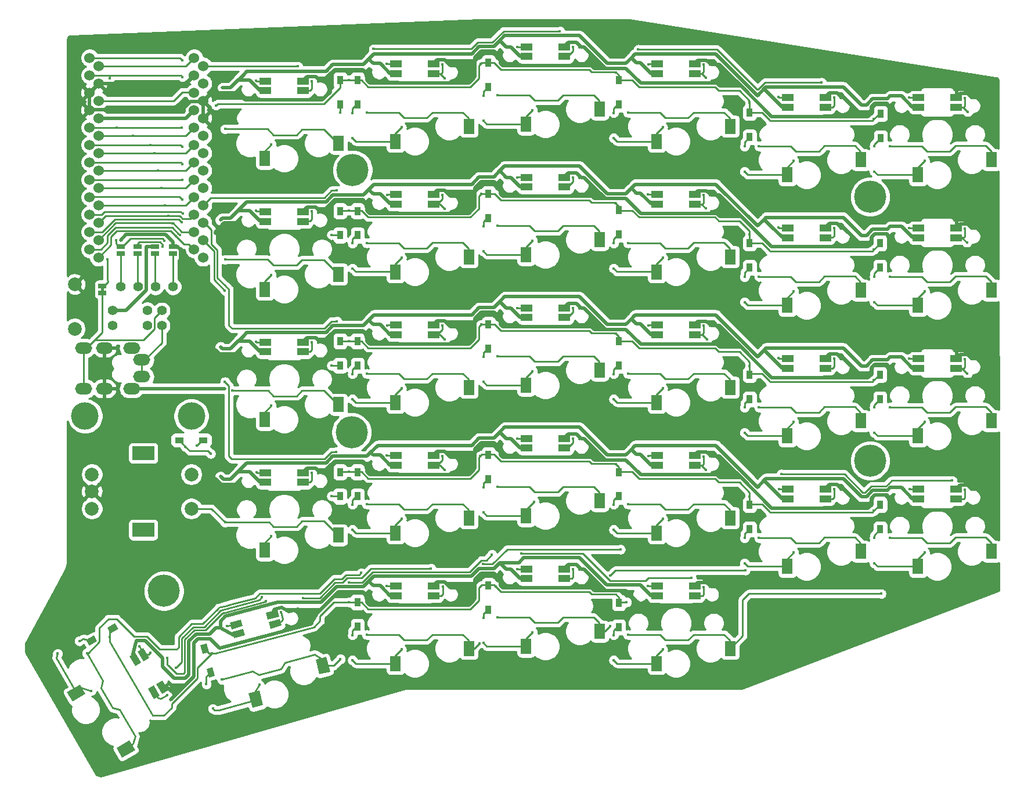
<source format=gtl>
G04 #@! TF.GenerationSoftware,KiCad,Pcbnew,(5.1.12-1-10_14)*
G04 #@! TF.CreationDate,2022-02-07T21:30:47+01:00*
G04 #@! TF.ProjectId,SofleKeyboard,536f666c-654b-4657-9962-6f6172642e6b,rev?*
G04 #@! TF.SameCoordinates,Original*
G04 #@! TF.FileFunction,Copper,L1,Top*
G04 #@! TF.FilePolarity,Positive*
%FSLAX46Y46*%
G04 Gerber Fmt 4.6, Leading zero omitted, Abs format (unit mm)*
G04 Created by KiCad (PCBNEW (5.1.12-1-10_14)) date 2022-02-07 21:30:47*
%MOMM*%
%LPD*%
G01*
G04 APERTURE LIST*
G04 #@! TA.AperFunction,EtchedComponent*
%ADD10C,0.100000*%
G04 #@! TD*
G04 #@! TA.AperFunction,SMDPad,CuDef*
%ADD11R,1.700000X1.000000*%
G04 #@! TD*
G04 #@! TA.AperFunction,SMDPad,CuDef*
%ADD12R,1.600000X2.200000*%
G04 #@! TD*
G04 #@! TA.AperFunction,SMDPad,CuDef*
%ADD13C,0.100000*%
G04 #@! TD*
G04 #@! TA.AperFunction,SMDPad,CuDef*
%ADD14R,0.950000X1.300000*%
G04 #@! TD*
G04 #@! TA.AperFunction,SMDPad,CuDef*
%ADD15R,1.300000X0.950000*%
G04 #@! TD*
G04 #@! TA.AperFunction,ComponentPad*
%ADD16C,1.524000*%
G04 #@! TD*
G04 #@! TA.AperFunction,ComponentPad*
%ADD17C,4.000000*%
G04 #@! TD*
G04 #@! TA.AperFunction,ComponentPad*
%ADD18C,1.397000*%
G04 #@! TD*
G04 #@! TA.AperFunction,SMDPad,CuDef*
%ADD19R,1.143000X0.635000*%
G04 #@! TD*
G04 #@! TA.AperFunction,ComponentPad*
%ADD20C,2.000000*%
G04 #@! TD*
G04 #@! TA.AperFunction,ComponentPad*
%ADD21C,4.700000*%
G04 #@! TD*
G04 #@! TA.AperFunction,ComponentPad*
%ADD22R,3.200000X2.000000*%
G04 #@! TD*
G04 #@! TA.AperFunction,ComponentPad*
%ADD23O,2.500000X1.700000*%
G04 #@! TD*
G04 #@! TA.AperFunction,ViaPad*
%ADD24C,0.400000*%
G04 #@! TD*
G04 #@! TA.AperFunction,Conductor*
%ADD25C,0.250000*%
G04 #@! TD*
G04 #@! TA.AperFunction,Conductor*
%ADD26C,0.500000*%
G04 #@! TD*
G04 #@! TA.AperFunction,Conductor*
%ADD27C,0.254000*%
G04 #@! TD*
G04 #@! TA.AperFunction,Conductor*
%ADD28C,0.100000*%
G04 #@! TD*
G04 APERTURE END LIST*
D10*
G36*
X94150000Y-74800000D02*
G01*
X94150000Y-75200000D01*
X93850000Y-75200000D01*
X93850000Y-74800000D01*
X94150000Y-74800000D01*
G37*
X94150000Y-74800000D02*
X94150000Y-75200000D01*
X93850000Y-75200000D01*
X93850000Y-74800000D01*
X94150000Y-74800000D01*
D11*
X180450000Y-119701000D03*
X174950000Y-119701000D03*
X180450000Y-118301000D03*
X174950000Y-118301000D03*
D12*
X174900000Y-129600000D03*
X185600000Y-127400000D03*
D11*
X161400000Y-117201000D03*
X155900000Y-117201000D03*
X161400000Y-115801000D03*
X155900000Y-115801000D03*
D12*
X155850000Y-127100000D03*
X166550000Y-124900000D03*
D11*
X142350000Y-119701000D03*
X136850000Y-119701000D03*
X142350000Y-118301000D03*
X136850000Y-118301000D03*
D12*
X136800000Y-129600000D03*
X147500000Y-127400000D03*
G04 #@! TA.AperFunction,SMDPad,CuDef*
D13*
G36*
X119912906Y-123122551D02*
G01*
X120171725Y-124088477D01*
X118529652Y-124528469D01*
X118270833Y-123562543D01*
X119912906Y-123122551D01*
G37*
G04 #@! TD.AperFunction*
G04 #@! TA.AperFunction,SMDPad,CuDef*
G36*
X114600314Y-124546056D02*
G01*
X114859133Y-125511982D01*
X113217060Y-125951974D01*
X112958241Y-124986048D01*
X114600314Y-124546056D01*
G37*
G04 #@! TD.AperFunction*
G04 #@! TA.AperFunction,SMDPad,CuDef*
G36*
X119550559Y-121770255D02*
G01*
X119809378Y-122736181D01*
X118167305Y-123176173D01*
X117908486Y-122210247D01*
X119550559Y-121770255D01*
G37*
G04 #@! TD.AperFunction*
G04 #@! TA.AperFunction,SMDPad,CuDef*
G36*
X114237967Y-123193760D02*
G01*
X114496786Y-124159686D01*
X112854713Y-124599678D01*
X112595894Y-123633752D01*
X114237967Y-123193760D01*
G37*
G04 #@! TD.AperFunction*
G04 #@! TA.AperFunction,SMDPad,CuDef*
G36*
X116910480Y-133554082D02*
G01*
X117479882Y-135679119D01*
X115934400Y-136093230D01*
X115364998Y-133968193D01*
X116910480Y-133554082D01*
G37*
G04 #@! TD.AperFunction*
G04 #@! TA.AperFunction,SMDPad,CuDef*
G36*
X126676484Y-128659681D02*
G01*
X127245886Y-130784718D01*
X125700404Y-131198829D01*
X125131002Y-129073792D01*
X126676484Y-128659681D01*
G37*
G04 #@! TD.AperFunction*
G04 #@! TA.AperFunction,SMDPad,CuDef*
G36*
X102406249Y-134268192D02*
G01*
X101540223Y-134768192D01*
X100690223Y-133295948D01*
X101556249Y-132795948D01*
X102406249Y-134268192D01*
G37*
G04 #@! TD.AperFunction*
G04 #@! TA.AperFunction,SMDPad,CuDef*
G36*
X99656249Y-129505052D02*
G01*
X98790223Y-130005052D01*
X97940223Y-128532808D01*
X98806249Y-128032808D01*
X99656249Y-129505052D01*
G37*
G04 #@! TD.AperFunction*
G04 #@! TA.AperFunction,SMDPad,CuDef*
G36*
X103618684Y-133568192D02*
G01*
X102752658Y-134068192D01*
X101902658Y-132595948D01*
X102768684Y-132095948D01*
X103618684Y-133568192D01*
G37*
G04 #@! TD.AperFunction*
G04 #@! TA.AperFunction,SMDPad,CuDef*
G36*
X100868684Y-128805052D02*
G01*
X100002658Y-129305052D01*
X99152658Y-127832808D01*
X100018684Y-127332808D01*
X100868684Y-128805052D01*
G37*
G04 #@! TD.AperFunction*
G04 #@! TA.AperFunction,SMDPad,CuDef*
G36*
X91553078Y-134067949D02*
G01*
X89647822Y-135167949D01*
X88847822Y-133782309D01*
X90753078Y-132682309D01*
X91553078Y-134067949D01*
G37*
G04 #@! TD.AperFunction*
G04 #@! TA.AperFunction,SMDPad,CuDef*
G36*
X98808334Y-142234421D02*
G01*
X96903078Y-143334421D01*
X96103078Y-141948781D01*
X98008334Y-140848781D01*
X98808334Y-142234421D01*
G37*
G04 #@! TD.AperFunction*
D11*
X218550000Y-105551000D03*
X213050000Y-105551000D03*
X218550000Y-104151000D03*
X213050000Y-104151000D03*
D12*
X213000000Y-115450000D03*
X223700000Y-113250000D03*
D11*
X199500000Y-105551000D03*
X194000000Y-105551000D03*
X199500000Y-104151000D03*
X194000000Y-104151000D03*
D12*
X193950000Y-115450000D03*
X204650000Y-113250000D03*
D11*
X180450000Y-100651000D03*
X174950000Y-100651000D03*
X180450000Y-99251000D03*
X174950000Y-99251000D03*
D12*
X174900000Y-110550000D03*
X185600000Y-108350000D03*
D11*
X161400000Y-98151000D03*
X155900000Y-98151000D03*
X161400000Y-96751000D03*
X155900000Y-96751000D03*
D12*
X155850000Y-108050000D03*
X166550000Y-105850000D03*
D11*
X142350000Y-100651000D03*
X136850000Y-100651000D03*
X142350000Y-99251000D03*
X136850000Y-99251000D03*
D12*
X136800000Y-110550000D03*
X147500000Y-108350000D03*
D11*
X123300000Y-103151000D03*
X117800000Y-103151000D03*
X123300000Y-101751000D03*
X117800000Y-101751000D03*
D12*
X117750000Y-113050000D03*
X128450000Y-110850000D03*
D11*
X218550000Y-86501000D03*
X213050000Y-86501000D03*
X218550000Y-85101000D03*
X213050000Y-85101000D03*
D12*
X213000000Y-96400000D03*
X223700000Y-94200000D03*
D11*
X199500000Y-86501000D03*
X194000000Y-86501000D03*
X199500000Y-85101000D03*
X194000000Y-85101000D03*
D12*
X193950000Y-96400000D03*
X204650000Y-94200000D03*
D11*
X180450000Y-81601000D03*
X174950000Y-81601000D03*
X180450000Y-80201000D03*
X174950000Y-80201000D03*
D12*
X174900000Y-91500000D03*
X185600000Y-89300000D03*
D11*
X161400000Y-79101000D03*
X155900000Y-79101000D03*
X161400000Y-77701000D03*
X155900000Y-77701000D03*
D12*
X155850000Y-89000000D03*
X166550000Y-86800000D03*
D11*
X142350000Y-81601000D03*
X136850000Y-81601000D03*
X142350000Y-80201000D03*
X136850000Y-80201000D03*
D12*
X136800000Y-91500000D03*
X147500000Y-89300000D03*
D11*
X123300000Y-84101000D03*
X117800000Y-84101000D03*
X123300000Y-82701000D03*
X117800000Y-82701000D03*
D12*
X117750000Y-94000000D03*
X128450000Y-91800000D03*
D11*
X218550000Y-67451000D03*
X213050000Y-67451000D03*
X218550000Y-66051000D03*
X213050000Y-66051000D03*
D12*
X213000000Y-77350000D03*
X223700000Y-75150000D03*
D11*
X199500000Y-67451000D03*
X194000000Y-67451000D03*
X199500000Y-66051000D03*
X194000000Y-66051000D03*
D12*
X193950000Y-77350000D03*
X204650000Y-75150000D03*
D11*
X180450000Y-62551000D03*
X174950000Y-62551000D03*
X180450000Y-61151000D03*
X174950000Y-61151000D03*
D12*
X174900000Y-72450000D03*
X185600000Y-70250000D03*
D11*
X161400000Y-60051000D03*
X155900000Y-60051000D03*
X161400000Y-58651000D03*
X155900000Y-58651000D03*
D12*
X155850000Y-69950000D03*
X166550000Y-67750000D03*
D11*
X142350000Y-62551000D03*
X136850000Y-62551000D03*
X142350000Y-61151000D03*
X136850000Y-61151000D03*
D12*
X136800000Y-72450000D03*
X147500000Y-70250000D03*
D11*
X123300000Y-65101000D03*
X117800000Y-65101000D03*
X123300000Y-63701000D03*
X117800000Y-63701000D03*
D12*
X117750000Y-75000000D03*
X128450000Y-72800000D03*
D11*
X218550000Y-48401000D03*
X213050000Y-48401000D03*
X218550000Y-47001000D03*
X213050000Y-47001000D03*
D12*
X213000000Y-58300000D03*
X223700000Y-56100000D03*
D11*
X199500000Y-48401000D03*
X194000000Y-48401000D03*
X199500000Y-47001000D03*
X194000000Y-47001000D03*
D12*
X193950000Y-58300000D03*
X204650000Y-56100000D03*
D11*
X180450000Y-43501000D03*
X174950000Y-43501000D03*
X180450000Y-42101000D03*
X174950000Y-42101000D03*
D12*
X174900000Y-53400000D03*
X185600000Y-51200000D03*
D11*
X161400000Y-41001000D03*
X155900000Y-41001000D03*
X161400000Y-39601000D03*
X155900000Y-39601000D03*
D12*
X155850000Y-50900000D03*
X166550000Y-48700000D03*
D11*
X142350000Y-43501000D03*
X136850000Y-43501000D03*
X142350000Y-42101000D03*
X136850000Y-42101000D03*
D12*
X136800000Y-53400000D03*
X147500000Y-51200000D03*
D11*
X123300000Y-46001000D03*
X117800000Y-46001000D03*
X123300000Y-44601000D03*
X117800000Y-44601000D03*
D12*
X117750000Y-55900000D03*
X128450000Y-53700000D03*
D14*
X169345000Y-120755000D03*
X169345000Y-124305000D03*
X150345000Y-121795000D03*
X150345000Y-118245000D03*
X131245000Y-120655000D03*
X131245000Y-124205000D03*
G04 #@! TA.AperFunction,SMDPad,CuDef*
D13*
G36*
X108287549Y-126941569D02*
G01*
X109205178Y-126695691D01*
X109541643Y-127951395D01*
X108624014Y-128197273D01*
X108287549Y-126941569D01*
G37*
G04 #@! TD.AperFunction*
G04 #@! TA.AperFunction,SMDPad,CuDef*
G36*
X109206357Y-130370605D02*
G01*
X110123986Y-130124727D01*
X110460451Y-131380431D01*
X109542822Y-131626309D01*
X109206357Y-130370605D01*
G37*
G04 #@! TD.AperFunction*
G04 #@! TA.AperFunction,SMDPad,CuDef*
G36*
X95869612Y-123727138D02*
G01*
X96344612Y-124549862D01*
X95218778Y-125199862D01*
X94743778Y-124377138D01*
X95869612Y-123727138D01*
G37*
G04 #@! TD.AperFunction*
G04 #@! TA.AperFunction,SMDPad,CuDef*
G36*
X92795222Y-125502138D02*
G01*
X93270222Y-126324862D01*
X92144388Y-126974862D01*
X91669388Y-126152138D01*
X92795222Y-125502138D01*
G37*
G04 #@! TD.AperFunction*
D15*
X105225000Y-97000000D03*
X108775000Y-97000000D03*
D14*
X207495000Y-106455000D03*
X207495000Y-110005000D03*
X188445000Y-106455000D03*
X188445000Y-110005000D03*
X169345000Y-101655000D03*
X169345000Y-105205000D03*
X150345000Y-99145000D03*
X150345000Y-102695000D03*
X131245000Y-101655000D03*
X131245000Y-105205000D03*
X128705000Y-105205000D03*
X128705000Y-101655000D03*
X207445000Y-87455000D03*
X207445000Y-91005000D03*
X188445000Y-87455000D03*
X188445000Y-91005000D03*
X169345000Y-82555000D03*
X169345000Y-86105000D03*
X150345000Y-80145000D03*
X150345000Y-83695000D03*
X131245000Y-82555000D03*
X131245000Y-86105000D03*
X128705000Y-86105000D03*
X128705000Y-82555000D03*
X207445000Y-68255000D03*
X207445000Y-71805000D03*
X188445000Y-68255000D03*
X188445000Y-71805000D03*
X169345000Y-63455000D03*
X169345000Y-67005000D03*
X150345000Y-61045000D03*
X150345000Y-64595000D03*
X131245000Y-63555000D03*
X131245000Y-67105000D03*
X128705000Y-67105000D03*
X128705000Y-63555000D03*
X207545000Y-49355000D03*
X207545000Y-52905000D03*
X188445000Y-49225000D03*
X188445000Y-52775000D03*
X169345000Y-44455000D03*
X169345000Y-48005000D03*
X150345000Y-41955000D03*
X150345000Y-45505000D03*
X131245000Y-44455000D03*
X131245000Y-48005000D03*
X128705000Y-48002000D03*
X128705000Y-44452000D03*
D16*
X93478815Y-47505745D03*
X108718815Y-65285745D03*
X93478815Y-57665745D03*
X108718815Y-55125745D03*
X108718815Y-50045745D03*
X93478815Y-67825745D03*
X108718815Y-47505745D03*
X108718815Y-42425745D03*
X93478815Y-62745745D03*
X108718815Y-70365745D03*
X93478815Y-55125745D03*
X93478815Y-44965745D03*
X93478815Y-50045745D03*
X93478815Y-52585745D03*
X93478815Y-65285745D03*
X93478815Y-60205745D03*
X108718815Y-62745745D03*
X108718815Y-60205745D03*
X93478815Y-70365745D03*
X108718815Y-67825745D03*
X108718815Y-44965745D03*
X93478815Y-42425745D03*
X108718815Y-57665745D03*
X108718815Y-52585745D03*
X92180000Y-41230000D03*
X92180000Y-43770000D03*
X92180000Y-46310000D03*
X92180000Y-48850000D03*
X92180000Y-51390000D03*
X92180000Y-53930000D03*
X92180000Y-56470000D03*
X92180000Y-59010000D03*
X92180000Y-61550000D03*
X92180000Y-64090000D03*
X92180000Y-66630000D03*
X92180000Y-69170000D03*
X107420000Y-69170000D03*
X107420000Y-66630000D03*
X107420000Y-64090000D03*
X107420000Y-61550000D03*
X107420000Y-59010000D03*
X107420000Y-56470000D03*
X107420000Y-53930000D03*
X107420000Y-51390000D03*
X107420000Y-48850000D03*
X107420000Y-46310000D03*
X107420000Y-43770000D03*
X107420000Y-41230000D03*
D17*
X107000000Y-93500000D03*
X91500000Y-93500000D03*
D18*
X104320000Y-74600000D03*
X101780000Y-74600000D03*
X99240000Y-74600000D03*
X96700000Y-74600000D03*
D19*
X94000000Y-74499620D03*
X94000000Y-75500380D03*
D20*
X90000000Y-80750000D03*
X90000000Y-74250000D03*
D19*
X96700000Y-68799620D03*
X96700000Y-69800380D03*
X99200000Y-68799620D03*
X99200000Y-69800380D03*
X101700000Y-68799620D03*
X101700000Y-69800380D03*
X104300000Y-68799620D03*
X104300000Y-69800380D03*
D18*
X100579272Y-80311965D03*
X95499272Y-80311965D03*
X100579272Y-78061965D03*
X95499272Y-78061965D03*
X102700000Y-78100000D03*
X102700000Y-80300000D03*
D21*
X206000000Y-100000000D03*
X130375120Y-95852640D03*
X130527120Y-57573640D03*
D20*
X107000000Y-107000000D03*
X107000000Y-102000000D03*
D22*
X100000000Y-110100000D03*
X100000000Y-98900000D03*
D20*
X92500000Y-107000000D03*
X92500000Y-104500000D03*
X92500000Y-102000000D03*
D21*
X103000000Y-119000000D03*
X206000000Y-61500000D03*
D23*
X98300000Y-89500000D03*
X99800000Y-85300000D03*
X91300000Y-89500000D03*
X94300000Y-89500000D03*
X91300000Y-83550000D03*
X94300000Y-83550000D03*
X98300000Y-83550000D03*
X99800000Y-87750000D03*
D24*
X118674000Y-53861000D03*
X128705000Y-49210360D03*
X170485000Y-120655000D03*
X151412407Y-118391593D03*
X130002940Y-120654080D03*
X105327833Y-67072169D03*
X110034374Y-128119626D03*
X95141015Y-125740985D03*
X109826120Y-98975640D03*
X106143120Y-97959640D03*
X137674000Y-51361000D03*
X130506000Y-52919000D03*
X130506000Y-49252000D03*
X156774000Y-48861000D03*
X149606000Y-50419000D03*
X149606000Y-46752000D03*
X105700000Y-59000000D03*
X206556000Y-50167000D03*
X130002940Y-44454080D03*
X149217240Y-42100760D03*
X168907000Y-43381990D03*
X188445000Y-47800520D03*
X110602000Y-48150240D03*
X175774000Y-51361000D03*
X168606000Y-52919000D03*
X168606000Y-49252000D03*
X206556000Y-69203500D03*
X130002940Y-63490580D03*
X105700000Y-61900000D03*
X149309500Y-61045000D03*
X168881120Y-62418490D03*
X188445000Y-67006400D03*
X128241120Y-60586489D03*
X187706000Y-54152000D03*
X187706000Y-57819000D03*
X194874000Y-56261000D03*
X206556000Y-88267000D03*
X130002940Y-82554080D03*
X149266320Y-80145000D03*
X168907000Y-81481990D03*
X188445000Y-86238340D03*
X105732756Y-63957326D03*
X128241120Y-79646240D03*
X213974000Y-56261000D03*
X206615500Y-57819000D03*
X206615500Y-54152000D03*
X206556000Y-107317000D03*
X130002940Y-101604080D03*
X105600000Y-65200000D03*
X149138500Y-99329500D03*
X168907000Y-100531990D03*
X188445000Y-105255320D03*
X128139520Y-98699989D03*
X111902000Y-75175840D03*
X111902000Y-88498138D03*
X118674000Y-72897500D03*
X127462940Y-67046580D03*
X137674000Y-70397500D03*
X130506000Y-71955500D03*
X130506000Y-68288500D03*
X156774000Y-67897500D03*
X149606000Y-69455500D03*
X149606000Y-65788500D03*
X175774000Y-70397500D03*
X168606000Y-71955500D03*
X168606000Y-68288500D03*
X187706000Y-73188500D03*
X187706000Y-76855500D03*
X194874000Y-75297500D03*
X213974000Y-75297500D03*
X206615500Y-76855500D03*
X206615500Y-73188500D03*
X118674000Y-91961000D03*
X127462940Y-86110080D03*
X137674000Y-89461000D03*
X130506000Y-91019000D03*
X130506000Y-87352000D03*
X156774000Y-86961000D03*
X149606000Y-88519000D03*
X149606000Y-84852000D03*
X175774000Y-89461000D03*
X168606000Y-91019000D03*
X168606000Y-87352000D03*
X187706000Y-92252000D03*
X187706000Y-95919000D03*
X194874000Y-94361000D03*
X213974000Y-94361000D03*
X206615500Y-95919000D03*
X206615500Y-92252000D03*
X118674000Y-111011000D03*
X127462940Y-105160080D03*
X137674000Y-108511000D03*
X130506000Y-110069000D03*
X130506000Y-106402000D03*
X149606000Y-107569000D03*
X149606000Y-103902000D03*
X157023630Y-106011000D03*
X175774000Y-108511000D03*
X168606000Y-110069000D03*
X168606000Y-106402000D03*
X187706000Y-111302000D03*
X187706000Y-114969000D03*
X194874000Y-113411000D03*
X213974000Y-113411000D03*
X206615500Y-114969000D03*
X206615500Y-111302000D03*
X92434759Y-133580730D03*
X87501492Y-128152060D03*
X90677207Y-126318560D03*
X109191120Y-132630640D03*
X116910669Y-132704788D03*
X110143620Y-136186640D03*
X137674000Y-127561000D03*
X130506000Y-129119000D03*
X130506000Y-125452000D03*
X98999004Y-126216015D03*
X111252089Y-124365260D03*
X153610002Y-115824000D03*
X172498998Y-118110000D03*
X134520000Y-118239000D03*
X134520000Y-99189000D03*
X153610002Y-96774000D03*
X210566000Y-103929998D03*
X172498998Y-99060000D03*
X191548499Y-103909501D03*
X115470000Y-101602000D03*
X134520000Y-80139000D03*
X153610002Y-77724000D03*
X210566000Y-84879998D03*
X172498998Y-80010000D03*
X191548499Y-84859501D03*
X115470000Y-82552000D03*
X134520000Y-61075500D03*
X153610002Y-58660500D03*
X210566000Y-65816498D03*
X172498998Y-60946500D03*
X191548499Y-65796001D03*
X115470000Y-63488500D03*
X100400008Y-68800000D03*
X100400000Y-50045745D03*
X153610002Y-39624000D03*
X210566000Y-46779998D03*
X172498998Y-41910000D03*
X191548499Y-46759501D03*
X111560000Y-45595000D03*
X111252000Y-83407000D03*
X111252000Y-102330000D03*
X115470000Y-44452000D03*
X134520000Y-42039000D03*
X111252000Y-64873000D03*
X111959443Y-122729443D03*
X111827640Y-89501440D03*
X103959570Y-134905964D03*
X120929824Y-121822845D03*
X163845008Y-115837998D03*
X182782000Y-118364000D03*
X144526000Y-118287998D03*
X182782000Y-99314000D03*
X125663998Y-101600000D03*
X144526000Y-99237998D03*
X220823998Y-104140000D03*
X163845008Y-96787998D03*
X201876002Y-104187998D03*
X182782000Y-80264000D03*
X125663998Y-82550000D03*
X144526000Y-80187998D03*
X220823998Y-85090000D03*
X163845008Y-77737998D03*
X201876002Y-85137998D03*
X182782000Y-61200500D03*
X125663998Y-63486500D03*
X144526000Y-61124498D03*
X220823998Y-66026500D03*
X163845008Y-58674498D03*
X201876002Y-66074498D03*
X96700000Y-67800000D03*
X96900000Y-48800000D03*
X96900000Y-44965745D03*
X125663998Y-44450000D03*
X144526000Y-42087998D03*
X220823998Y-46990000D03*
X110497745Y-102591745D03*
X110497745Y-83795745D03*
X201876002Y-47037998D03*
X182782000Y-42164000D03*
X163845008Y-39637998D03*
X110497745Y-66794255D03*
X109755000Y-125986000D03*
X110497745Y-76605745D03*
X104936620Y-124248640D03*
X149767620Y-36745640D03*
X115223620Y-57637140D03*
X115287120Y-113771140D03*
X114271120Y-75607640D03*
X125116920Y-96867440D03*
X170692000Y-125404000D03*
X208892000Y-111254000D03*
X208892000Y-92204000D03*
X208892000Y-73140500D03*
X208892000Y-54104000D03*
X102117351Y-57700640D03*
X207616120Y-119422640D03*
X151692000Y-122904000D03*
X189792000Y-111254000D03*
X189792000Y-92204000D03*
X189792000Y-73140500D03*
X189792000Y-54104000D03*
X102642351Y-60240640D03*
X168119120Y-124121640D03*
X168119120Y-116755640D03*
X187804120Y-115993640D03*
X132592000Y-125404000D03*
X170692000Y-106354000D03*
X170692000Y-87304000D03*
X170692000Y-68240500D03*
X170692000Y-49204000D03*
X103167351Y-62780640D03*
X149007881Y-126666503D03*
X169579620Y-112945640D03*
X149513620Y-115104640D03*
X111443561Y-131936606D03*
X151692000Y-103854000D03*
X151692000Y-84804000D03*
X151692000Y-65740500D03*
X151692000Y-46704000D03*
X103692351Y-64287640D03*
X130019120Y-117749989D03*
X128749120Y-128947640D03*
X150844181Y-113704701D03*
X91761776Y-128101089D03*
X132592000Y-106354000D03*
X132592000Y-87304000D03*
X132592000Y-68240500D03*
X132592000Y-49204000D03*
X104217351Y-65373666D03*
X131797120Y-116374640D03*
X105600000Y-51400000D03*
X96100000Y-51390000D03*
X96050000Y-67805847D03*
X103100000Y-67900000D03*
X105700006Y-41600000D03*
X124602379Y-44592379D03*
X122526120Y-42460640D03*
X105700018Y-54200000D03*
X102826022Y-68770500D03*
X101050008Y-53930000D03*
X156774000Y-125061000D03*
X149606000Y-126619000D03*
X149606000Y-122952000D03*
X105699992Y-56700000D03*
X94800000Y-70600000D03*
X105700000Y-44000000D03*
X95100000Y-44200000D03*
X175774000Y-127561000D03*
X168606000Y-129119000D03*
X168606000Y-125452000D03*
X107775000Y-97775000D03*
X104742351Y-67229150D03*
X111921620Y-51604640D03*
X111921620Y-70654640D03*
X113001120Y-89768140D03*
X111921620Y-109008640D03*
X101588120Y-55125745D03*
X98514255Y-52585745D03*
X124602379Y-63628879D03*
X116471155Y-44512918D03*
X162650012Y-39629978D03*
X133575120Y-39920640D03*
X160753120Y-37325000D03*
X135480000Y-42079760D03*
X162650012Y-58666478D03*
X154525955Y-39620713D03*
X219807379Y-66123879D03*
X211721643Y-85116402D03*
X220125620Y-68178140D03*
X124602379Y-82692379D03*
X116471155Y-63549418D03*
X173577119Y-61105381D03*
X181700012Y-42213999D03*
X182089120Y-44111640D03*
X173647499Y-80239261D03*
X182025620Y-63161640D03*
X181708120Y-61256640D03*
X200762362Y-66080147D03*
X192622667Y-46914429D03*
X124602379Y-101742379D03*
X116471155Y-82612918D03*
X143989120Y-63247510D03*
X143608120Y-61183843D03*
X135543500Y-80243260D03*
X162650012Y-96779978D03*
X154525955Y-77720713D03*
X200762362Y-104193647D03*
X192622667Y-85014429D03*
X103468847Y-134174698D03*
X117319120Y-119930640D03*
X104746120Y-130217640D03*
X116493500Y-101706260D03*
X99446233Y-127058383D03*
X120096468Y-122107581D03*
X101063120Y-128058640D03*
X103491120Y-128820640D03*
X117904932Y-120463425D03*
X154525955Y-115820713D03*
X155165120Y-113534150D03*
X179930120Y-117073140D03*
X181729128Y-118427648D03*
X135473127Y-99222873D03*
X143989120Y-82311010D03*
X143608120Y-80247343D03*
X162650012Y-77729978D03*
X154525955Y-58657213D03*
X200762362Y-85143647D03*
X192622667Y-65950929D03*
X211721643Y-66052902D03*
X219807379Y-47087379D03*
X220252620Y-49128140D03*
X154525955Y-96770713D03*
X162650002Y-115829977D03*
X219807379Y-104237379D03*
X193074620Y-101968000D03*
X217966620Y-102912640D03*
X192749998Y-104182640D03*
X143989120Y-44211010D03*
X143600000Y-42194758D03*
X135550250Y-61186510D03*
X135473127Y-118272873D03*
X143989120Y-101361010D03*
X143629869Y-99314889D03*
X143678106Y-118359344D03*
X112181506Y-124151291D03*
X123288120Y-120039736D03*
X141957120Y-115739640D03*
X200762362Y-47043647D03*
X173647499Y-42139261D03*
X172183120Y-39992000D03*
X198916620Y-44818000D03*
X211721643Y-47016402D03*
X181700012Y-80313999D03*
X182216120Y-82311010D03*
X173647499Y-99289261D03*
X219807379Y-85187379D03*
X211743620Y-104166401D03*
X220189120Y-87291640D03*
X173577119Y-118268881D03*
X182089120Y-101325140D03*
X181729128Y-99377648D03*
D25*
X117700000Y-55900000D02*
X117700000Y-54835000D01*
X117700000Y-54835000D02*
X118674000Y-53861000D01*
X128705000Y-48002000D02*
X128705000Y-49210360D01*
X124904240Y-124263654D02*
X110513556Y-128119626D01*
X170485000Y-120655000D02*
X169345000Y-120655000D01*
X168907000Y-119507000D02*
X169345000Y-119945000D01*
X165354000Y-119507000D02*
X168907000Y-119507000D01*
X169345000Y-119945000D02*
X169345000Y-120655000D01*
X152195813Y-119174999D02*
X165021999Y-119174999D01*
X165021999Y-119174999D02*
X165354000Y-119507000D01*
X150345000Y-118155000D02*
X151175814Y-118155000D01*
X151412407Y-118391593D02*
X152195813Y-119174999D01*
X151175814Y-118155000D02*
X151412407Y-118391593D01*
X131831814Y-120655000D02*
X131245000Y-120655000D01*
X147711166Y-121636020D02*
X132812834Y-121636020D01*
X148965010Y-120382176D02*
X147711166Y-121636020D01*
X132812834Y-121636020D02*
X131831814Y-120655000D01*
X150345000Y-118155000D02*
X149363000Y-118155000D01*
X148965010Y-118552990D02*
X148965010Y-120382176D01*
X149363000Y-118155000D02*
X148965010Y-118552990D01*
X131242000Y-120652000D02*
X131245000Y-120655000D01*
X130000860Y-120652000D02*
X130002940Y-120654080D01*
X130000860Y-120652000D02*
X131242000Y-120652000D01*
X105300001Y-67100001D02*
X105300001Y-67100001D01*
X109587740Y-128119626D02*
X108914596Y-127446482D01*
X127786920Y-120654080D02*
X130002940Y-120654080D01*
X125780569Y-122660431D02*
X127786920Y-120654080D01*
X125780569Y-123387325D02*
X124904240Y-124263654D01*
X125780569Y-122660431D02*
X125780569Y-123387325D01*
X95141015Y-124866680D02*
X95544195Y-124463500D01*
X110034374Y-128119626D02*
X109587740Y-128119626D01*
X110513556Y-128119626D02*
X110034374Y-128119626D01*
X95141015Y-125740985D02*
X95141015Y-124866680D01*
X95141015Y-126436076D02*
X95141015Y-125740985D01*
X104211304Y-65955640D02*
X105127834Y-66872170D01*
X95985330Y-65955640D02*
X104211304Y-65955640D01*
X105127834Y-66872170D02*
X105327833Y-67072169D01*
X92180000Y-69170000D02*
X93830000Y-69170000D01*
X94800000Y-67140970D02*
X95985330Y-65955640D01*
X94800000Y-68200000D02*
X94800000Y-67140970D01*
X93830000Y-69170000D02*
X94800000Y-68200000D01*
X105225000Y-97000000D02*
X105225000Y-97041520D01*
X109445120Y-98594640D02*
X109826120Y-98975640D01*
X106778120Y-98594640D02*
X109445120Y-98594640D01*
X106143120Y-97959640D02*
X106778120Y-98594640D01*
X105225000Y-97041520D02*
X106143120Y-97959640D01*
X107917008Y-130236992D02*
X107917008Y-131761712D01*
X110034374Y-128119626D02*
X107917008Y-130236992D01*
X107917008Y-131761712D02*
X104161920Y-135516800D01*
X104161920Y-135516800D02*
X104161920Y-136034240D01*
X102986657Y-137209503D02*
X101361057Y-137209503D01*
X101361057Y-137209503D02*
X95141015Y-126436076D01*
X104161920Y-136034240D02*
X102986657Y-137209503D01*
X130506000Y-48614000D02*
X131245000Y-47875000D01*
X130506000Y-49252000D02*
X130506000Y-48614000D01*
X136700000Y-53400000D02*
X136700000Y-52787000D01*
X130987000Y-53400000D02*
X130506000Y-52919000D01*
X136700000Y-53400000D02*
X130987000Y-53400000D01*
X136700000Y-53400000D02*
X136700000Y-52335000D01*
X136700000Y-52335000D02*
X137674000Y-51361000D01*
X149606000Y-46114000D02*
X150345000Y-45375000D01*
X149606000Y-46752000D02*
X149606000Y-46114000D01*
X155800000Y-50900000D02*
X155800000Y-50287000D01*
X150087000Y-50900000D02*
X149606000Y-50419000D01*
X155800000Y-50900000D02*
X150087000Y-50900000D01*
X155800000Y-50900000D02*
X155800000Y-49835000D01*
X155800000Y-49835000D02*
X156774000Y-48861000D01*
X92180000Y-59010000D02*
X105690000Y-59010000D01*
X105690000Y-59010000D02*
X105700000Y-59000000D01*
X189612000Y-49225000D02*
X188445000Y-49225000D01*
X172296832Y-45436020D02*
X171315812Y-44455000D01*
X183373814Y-45436020D02*
X172296832Y-45436020D01*
X188445000Y-47475000D02*
X186944000Y-45974000D01*
X183911794Y-45974000D02*
X183373814Y-45436020D01*
X186944000Y-45974000D02*
X183911794Y-45974000D01*
X170485000Y-44455000D02*
X169345000Y-44455000D01*
X171315812Y-44455000D02*
X170485000Y-44455000D01*
X168907000Y-43307000D02*
X169345000Y-43745000D01*
X165354000Y-43307000D02*
X168907000Y-43307000D01*
X169345000Y-43745000D02*
X169345000Y-44455000D01*
X152195813Y-42974999D02*
X165021999Y-42974999D01*
X165021999Y-42974999D02*
X165354000Y-43307000D01*
X150345000Y-41955000D02*
X151175814Y-41955000D01*
X151412407Y-42191593D02*
X152195813Y-42974999D01*
X151175814Y-41955000D02*
X151412407Y-42191593D01*
X131831814Y-44455000D02*
X131245000Y-44455000D01*
X147711166Y-45436020D02*
X132812834Y-45436020D01*
X148965010Y-44182176D02*
X147711166Y-45436020D01*
X132812834Y-45436020D02*
X131831814Y-44455000D01*
X150345000Y-41955000D02*
X149363000Y-41955000D01*
X148965010Y-42352990D02*
X148965010Y-44182176D01*
X189612000Y-49225000D02*
X190247000Y-49225000D01*
X190247000Y-49225000D02*
X191344999Y-50322999D01*
X191344999Y-50322999D02*
X191344999Y-50374999D01*
X191344999Y-50374999D02*
X205997240Y-50374999D01*
X206348001Y-50374999D02*
X206556000Y-50167000D01*
X205997240Y-50374999D02*
X206348001Y-50374999D01*
X207368000Y-49355000D02*
X206556000Y-50167000D01*
X207545000Y-49355000D02*
X207368000Y-49355000D01*
X131242000Y-44452000D02*
X131245000Y-44455000D01*
X130000860Y-44452000D02*
X130002940Y-44454080D01*
X128705000Y-44452000D02*
X130000860Y-44452000D01*
X130000860Y-44452000D02*
X131242000Y-44452000D01*
X149217240Y-42100760D02*
X148965010Y-42352990D01*
X149363000Y-41955000D02*
X149217240Y-42100760D01*
X188445000Y-47800520D02*
X188445000Y-47475000D01*
X188445000Y-49225000D02*
X188445000Y-47800520D01*
X128705000Y-44452000D02*
X128705000Y-45590186D01*
X128705000Y-45590186D02*
X126359166Y-47936020D01*
X126359166Y-47936020D02*
X123364320Y-47936020D01*
X110816220Y-47936020D02*
X110602000Y-48150240D01*
X123364320Y-47936020D02*
X110816220Y-47936020D01*
X168606000Y-48614000D02*
X169345000Y-47875000D01*
X168606000Y-49252000D02*
X168606000Y-48614000D01*
X174800000Y-53400000D02*
X174800000Y-52787000D01*
X169087000Y-53400000D02*
X168606000Y-52919000D01*
X174800000Y-53400000D02*
X169087000Y-53400000D01*
X174800000Y-53400000D02*
X174800000Y-52335000D01*
X174800000Y-52335000D02*
X175774000Y-51361000D01*
X189612000Y-68261500D02*
X188445000Y-68261500D01*
X172296832Y-64472520D02*
X171315812Y-63491500D01*
X183373814Y-64472520D02*
X172296832Y-64472520D01*
X188445000Y-66511500D02*
X186944000Y-65010500D01*
X183911794Y-65010500D02*
X183373814Y-64472520D01*
X186944000Y-65010500D02*
X183911794Y-65010500D01*
X170485000Y-63491500D02*
X169345000Y-63491500D01*
X171315812Y-63491500D02*
X170485000Y-63491500D01*
X165354000Y-62343500D02*
X168907000Y-62343500D01*
X152195813Y-62011499D02*
X165021999Y-62011499D01*
X165021999Y-62011499D02*
X165354000Y-62343500D01*
X151412407Y-61228093D02*
X152195813Y-62011499D01*
X131831814Y-63491500D02*
X131245000Y-63491500D01*
X147711166Y-64472520D02*
X132812834Y-64472520D01*
X148965010Y-63218676D02*
X147711166Y-64472520D01*
X132812834Y-64472520D02*
X131831814Y-63491500D01*
X148965010Y-61389490D02*
X148965010Y-63218676D01*
X189612000Y-68261500D02*
X190247000Y-68261500D01*
X190247000Y-68261500D02*
X191344999Y-69359499D01*
X191344999Y-69359499D02*
X191344999Y-69411499D01*
X191344999Y-69411499D02*
X205997240Y-69411499D01*
X206348001Y-69411499D02*
X206556000Y-69203500D01*
X205997240Y-69411499D02*
X206348001Y-69411499D01*
X207368000Y-68391500D02*
X206556000Y-69203500D01*
X207545000Y-68391500D02*
X207368000Y-68391500D01*
X131242000Y-63488500D02*
X131245000Y-63491500D01*
X130000860Y-63488500D02*
X130002940Y-63490580D01*
X128705000Y-63488500D02*
X130000860Y-63488500D01*
X130000860Y-63488500D02*
X131242000Y-63488500D01*
X92230000Y-61450000D02*
X105250000Y-61450000D01*
X105250000Y-61450000D02*
X105500001Y-61700001D01*
X105500001Y-61700001D02*
X105700000Y-61900000D01*
X151412407Y-61228093D02*
X151405313Y-61228093D01*
X151222220Y-61045000D02*
X150345000Y-61045000D01*
X151405313Y-61228093D02*
X151222220Y-61045000D01*
X149309500Y-61045000D02*
X148965010Y-61389490D01*
X150345000Y-61045000D02*
X149309500Y-61045000D01*
X169345000Y-62882370D02*
X168881120Y-62418490D01*
X169345000Y-63455000D02*
X169345000Y-62882370D01*
X188445000Y-67006400D02*
X188445000Y-66511500D01*
X188445000Y-68261500D02*
X188445000Y-67006400D01*
X109821070Y-61643490D02*
X108718815Y-62745745D01*
X126404859Y-61643490D02*
X109821070Y-61643490D01*
X127461860Y-60586489D02*
X126404859Y-61643490D01*
X128241120Y-60586489D02*
X127461860Y-60586489D01*
X193900000Y-58300000D02*
X188187000Y-58300000D01*
X188187000Y-58300000D02*
X187706000Y-57819000D01*
X193900000Y-58300000D02*
X193900000Y-57687000D01*
X187706000Y-53514000D02*
X188445000Y-52775000D01*
X187706000Y-54152000D02*
X187706000Y-53514000D01*
X193900000Y-57235000D02*
X194874000Y-56261000D01*
X193900000Y-58300000D02*
X193900000Y-57235000D01*
X189612000Y-87325000D02*
X188445000Y-87325000D01*
X172296832Y-83536020D02*
X171315812Y-82555000D01*
X183373814Y-83536020D02*
X172296832Y-83536020D01*
X188445000Y-85575000D02*
X186944000Y-84074000D01*
X183911794Y-84074000D02*
X183373814Y-83536020D01*
X186944000Y-84074000D02*
X183911794Y-84074000D01*
X170485000Y-82555000D02*
X169345000Y-82555000D01*
X171315812Y-82555000D02*
X170485000Y-82555000D01*
X165354000Y-81407000D02*
X168907000Y-81407000D01*
X152195813Y-81074999D02*
X165021999Y-81074999D01*
X165021999Y-81074999D02*
X165354000Y-81407000D01*
X151412407Y-80291593D02*
X152195813Y-81074999D01*
X189612000Y-87325000D02*
X190247000Y-87325000D01*
X190247000Y-87325000D02*
X191344999Y-88422999D01*
X191344999Y-88422999D02*
X191344999Y-88474999D01*
X191344999Y-88474999D02*
X205997240Y-88474999D01*
X206348001Y-88474999D02*
X206556000Y-88267000D01*
X205997240Y-88474999D02*
X206348001Y-88474999D01*
X207368000Y-87455000D02*
X206556000Y-88267000D01*
X207545000Y-87455000D02*
X207368000Y-87455000D01*
X131242000Y-82552000D02*
X131245000Y-82555000D01*
X130000860Y-82552000D02*
X130002940Y-82554080D01*
X128705000Y-82552000D02*
X130000860Y-82552000D01*
X130000860Y-82552000D02*
X131242000Y-82552000D01*
X151412407Y-80291593D02*
X151408653Y-80291593D01*
X151262060Y-80145000D02*
X150345000Y-80145000D01*
X151408653Y-80291593D02*
X151262060Y-80145000D01*
X149271400Y-80145000D02*
X150345000Y-80145000D01*
X132812834Y-83536020D02*
X147711166Y-83536020D01*
X147711166Y-83536020D02*
X148965010Y-82282176D01*
X148965010Y-82282176D02*
X148965010Y-80451390D01*
X148965010Y-80451390D02*
X149271400Y-80145000D01*
X131831814Y-82555000D02*
X132812834Y-83536020D01*
X131245000Y-82555000D02*
X131831814Y-82555000D01*
X169345000Y-81919990D02*
X168907000Y-81481990D01*
X169345000Y-82555000D02*
X169345000Y-81919990D01*
X188445000Y-86238340D02*
X188445000Y-85575000D01*
X188445000Y-87325000D02*
X188445000Y-86238340D01*
X94326115Y-63669640D02*
X105445070Y-63669640D01*
X105445070Y-63669640D02*
X105732756Y-63957326D01*
X93905755Y-64090000D02*
X94326115Y-63669640D01*
X92180000Y-64090000D02*
X93905755Y-64090000D01*
X127453720Y-79646240D02*
X128241120Y-79646240D01*
X127453720Y-79658129D02*
X127453720Y-79646240D01*
X126404859Y-80706990D02*
X127453720Y-79658129D01*
X111934320Y-74464640D02*
X111967802Y-74464640D01*
X112493120Y-80243140D02*
X112956970Y-80706990D01*
X112493120Y-74989958D02*
X112493120Y-80243140D01*
X110765920Y-73296240D02*
X111934320Y-74464640D01*
X112956970Y-80706990D02*
X126404859Y-80706990D01*
X110765920Y-69232240D02*
X110765920Y-73296240D01*
X109922735Y-68389055D02*
X110765920Y-69232240D01*
X109922735Y-66316225D02*
X109922735Y-68389055D01*
X108892255Y-65285745D02*
X109922735Y-66316225D01*
X111967802Y-74464640D02*
X112493120Y-74989958D01*
X108718815Y-65285745D02*
X108892255Y-65285745D01*
X213000000Y-58300000D02*
X213000000Y-57687000D01*
X213000000Y-58300000D02*
X213000000Y-57235000D01*
X213000000Y-57235000D02*
X213974000Y-56261000D01*
X207096500Y-58300000D02*
X206615500Y-57819000D01*
X213000000Y-58300000D02*
X207096500Y-58300000D01*
X206615500Y-53834500D02*
X207545000Y-52905000D01*
X206615500Y-54152000D02*
X206615500Y-53834500D01*
X189612000Y-106375000D02*
X188445000Y-106375000D01*
X172296832Y-102586020D02*
X171315812Y-101605000D01*
X183373814Y-102586020D02*
X172296832Y-102586020D01*
X188445000Y-104625000D02*
X186944000Y-103124000D01*
X183911794Y-103124000D02*
X183373814Y-102586020D01*
X186944000Y-103124000D02*
X183911794Y-103124000D01*
X170485000Y-101605000D02*
X169345000Y-101605000D01*
X171315812Y-101605000D02*
X170485000Y-101605000D01*
X165354000Y-100457000D02*
X168907000Y-100457000D01*
X152195813Y-100124999D02*
X165021999Y-100124999D01*
X165021999Y-100124999D02*
X165354000Y-100457000D01*
X150345000Y-99105000D02*
X151175814Y-99105000D01*
X151412407Y-99341593D02*
X152195813Y-100124999D01*
X151175814Y-99105000D02*
X151412407Y-99341593D01*
X131831814Y-101605000D02*
X131245000Y-101605000D01*
X147711166Y-102586020D02*
X132812834Y-102586020D01*
X148965010Y-101332176D02*
X147711166Y-102586020D01*
X132812834Y-102586020D02*
X131831814Y-101605000D01*
X150345000Y-99105000D02*
X149363000Y-99105000D01*
X148965010Y-99502990D02*
X148965010Y-101332176D01*
X189612000Y-106375000D02*
X190247000Y-106375000D01*
X190247000Y-106375000D02*
X191344999Y-107472999D01*
X191344999Y-107472999D02*
X191344999Y-107524999D01*
X191344999Y-107524999D02*
X205997240Y-107524999D01*
X206348001Y-107524999D02*
X206556000Y-107317000D01*
X205997240Y-107524999D02*
X206348001Y-107524999D01*
X207368000Y-106505000D02*
X206556000Y-107317000D01*
X207545000Y-106505000D02*
X207368000Y-106505000D01*
X131242000Y-101602000D02*
X131245000Y-101605000D01*
X130000860Y-101602000D02*
X130002940Y-101604080D01*
X128705000Y-101602000D02*
X130000860Y-101602000D01*
X130000860Y-101602000D02*
X131242000Y-101602000D01*
X149138500Y-99329500D02*
X148965010Y-99502990D01*
X149363000Y-99105000D02*
X149138500Y-99329500D01*
X169345000Y-100969990D02*
X168907000Y-100531990D01*
X169345000Y-101655000D02*
X169345000Y-100969990D01*
X188445000Y-105255320D02*
X188445000Y-104625000D01*
X188445000Y-106375000D02*
X188445000Y-105255320D01*
X95855509Y-64812640D02*
X105212640Y-64812640D01*
X105212640Y-64812640D02*
X105600000Y-65200000D01*
X94038149Y-66630000D02*
X95855509Y-64812640D01*
X92180000Y-66630000D02*
X94038149Y-66630000D01*
X111902000Y-75175840D02*
X110315910Y-73589750D01*
X110315910Y-69422840D02*
X108718815Y-67825745D01*
X110315910Y-73589750D02*
X110315910Y-69422840D01*
X126404859Y-99756990D02*
X127461860Y-98699989D01*
X112476118Y-89072256D02*
X112476118Y-99339638D01*
X127461860Y-98699989D02*
X128139520Y-98699989D01*
X112893470Y-99756990D02*
X126404859Y-99756990D01*
X112476118Y-99339638D02*
X112893470Y-99756990D01*
X111902000Y-88498138D02*
X112476118Y-89072256D01*
X117700000Y-74936500D02*
X117700000Y-73871500D01*
X117700000Y-73871500D02*
X118674000Y-72897500D01*
X127471020Y-67038500D02*
X127462940Y-67046580D01*
X128705000Y-67038500D02*
X127471020Y-67038500D01*
X130506000Y-67650500D02*
X131245000Y-66911500D01*
X130506000Y-68288500D02*
X130506000Y-67650500D01*
X136700000Y-72436500D02*
X136700000Y-71823500D01*
X130987000Y-72436500D02*
X130506000Y-71955500D01*
X136700000Y-72436500D02*
X130987000Y-72436500D01*
X136700000Y-72436500D02*
X136700000Y-71371500D01*
X136700000Y-71371500D02*
X137674000Y-70397500D01*
X149606000Y-65150500D02*
X150345000Y-64411500D01*
X149606000Y-65788500D02*
X149606000Y-65150500D01*
X155800000Y-69936500D02*
X155800000Y-69323500D01*
X150087000Y-69936500D02*
X149606000Y-69455500D01*
X155800000Y-69936500D02*
X150087000Y-69936500D01*
X155800000Y-69936500D02*
X155800000Y-68871500D01*
X155800000Y-68871500D02*
X156774000Y-67897500D01*
X168606000Y-67650500D02*
X169345000Y-66911500D01*
X168606000Y-68288500D02*
X168606000Y-67650500D01*
X174800000Y-72436500D02*
X174800000Y-71823500D01*
X169087000Y-72436500D02*
X168606000Y-71955500D01*
X174800000Y-72436500D02*
X169087000Y-72436500D01*
X174800000Y-72436500D02*
X174800000Y-71371500D01*
X174800000Y-71371500D02*
X175774000Y-70397500D01*
X193900000Y-77336500D02*
X188187000Y-77336500D01*
X188187000Y-77336500D02*
X187706000Y-76855500D01*
X193900000Y-77336500D02*
X193900000Y-76723500D01*
X187706000Y-72550500D02*
X188445000Y-71811500D01*
X187706000Y-73188500D02*
X187706000Y-72550500D01*
X193900000Y-76271500D02*
X194874000Y-75297500D01*
X193900000Y-77336500D02*
X193900000Y-76271500D01*
X213000000Y-77336500D02*
X213000000Y-76723500D01*
X213000000Y-77336500D02*
X213000000Y-76271500D01*
X213000000Y-76271500D02*
X213974000Y-75297500D01*
X207096500Y-77336500D02*
X206615500Y-76855500D01*
X213000000Y-77336500D02*
X207096500Y-77336500D01*
X206615500Y-72634500D02*
X207445000Y-71805000D01*
X206615500Y-73188500D02*
X206615500Y-72634500D01*
X117700000Y-94000000D02*
X117700000Y-92935000D01*
X117700000Y-92935000D02*
X118674000Y-91961000D01*
X127471020Y-86102000D02*
X127462940Y-86110080D01*
X128705000Y-86102000D02*
X127471020Y-86102000D01*
X130506000Y-86714000D02*
X131245000Y-85975000D01*
X130506000Y-87352000D02*
X130506000Y-86714000D01*
X136700000Y-91500000D02*
X136700000Y-90887000D01*
X130987000Y-91500000D02*
X130506000Y-91019000D01*
X136700000Y-91500000D02*
X130987000Y-91500000D01*
X136700000Y-91500000D02*
X136700000Y-90435000D01*
X136700000Y-90435000D02*
X137674000Y-89461000D01*
X149606000Y-84214000D02*
X150345000Y-83475000D01*
X149606000Y-84852000D02*
X149606000Y-84214000D01*
X155800000Y-89000000D02*
X155800000Y-88387000D01*
X150087000Y-89000000D02*
X149606000Y-88519000D01*
X155800000Y-89000000D02*
X150087000Y-89000000D01*
X155800000Y-89000000D02*
X155800000Y-87935000D01*
X155800000Y-87935000D02*
X156774000Y-86961000D01*
X168606000Y-86714000D02*
X169345000Y-85975000D01*
X168606000Y-87352000D02*
X168606000Y-86714000D01*
X174800000Y-91500000D02*
X174800000Y-90887000D01*
X169087000Y-91500000D02*
X168606000Y-91019000D01*
X174800000Y-91500000D02*
X169087000Y-91500000D01*
X174800000Y-91500000D02*
X174800000Y-90435000D01*
X174800000Y-90435000D02*
X175774000Y-89461000D01*
X193900000Y-96400000D02*
X188187000Y-96400000D01*
X188187000Y-96400000D02*
X187706000Y-95919000D01*
X193900000Y-96400000D02*
X193900000Y-95787000D01*
X187706000Y-91614000D02*
X188445000Y-90875000D01*
X187706000Y-92252000D02*
X187706000Y-91614000D01*
X193900000Y-95335000D02*
X194874000Y-94361000D01*
X193900000Y-96400000D02*
X193900000Y-95335000D01*
X213000000Y-96400000D02*
X213000000Y-95787000D01*
X213000000Y-96400000D02*
X213000000Y-95335000D01*
X213000000Y-95335000D02*
X213974000Y-94361000D01*
X207096500Y-96400000D02*
X206615500Y-95919000D01*
X213000000Y-96400000D02*
X207096500Y-96400000D01*
X206615500Y-91834500D02*
X207445000Y-91005000D01*
X206615500Y-92252000D02*
X206615500Y-91834500D01*
X117700000Y-113050000D02*
X117700000Y-111985000D01*
X117700000Y-111985000D02*
X118674000Y-111011000D01*
X127471020Y-105152000D02*
X127462940Y-105160080D01*
X128705000Y-105152000D02*
X127471020Y-105152000D01*
X130506000Y-105764000D02*
X131245000Y-105025000D01*
X130506000Y-106402000D02*
X130506000Y-105764000D01*
X136700000Y-110550000D02*
X136700000Y-109937000D01*
X130987000Y-110550000D02*
X130506000Y-110069000D01*
X136700000Y-110550000D02*
X130987000Y-110550000D01*
X136700000Y-110550000D02*
X136700000Y-109485000D01*
X136700000Y-109485000D02*
X137674000Y-108511000D01*
X149606000Y-103264000D02*
X150345000Y-102525000D01*
X149606000Y-103902000D02*
X149606000Y-103264000D01*
X155800000Y-108050000D02*
X155800000Y-107437000D01*
X150087000Y-108050000D02*
X149606000Y-107569000D01*
X155800000Y-108050000D02*
X150087000Y-108050000D01*
X155800000Y-107234630D02*
X157023630Y-106011000D01*
X155800000Y-108050000D02*
X155800000Y-107234630D01*
X168606000Y-105764000D02*
X169345000Y-105025000D01*
X168606000Y-106402000D02*
X168606000Y-105764000D01*
X174800000Y-110550000D02*
X174800000Y-109937000D01*
X169087000Y-110550000D02*
X168606000Y-110069000D01*
X174800000Y-110550000D02*
X169087000Y-110550000D01*
X174800000Y-110550000D02*
X174800000Y-109485000D01*
X174800000Y-109485000D02*
X175774000Y-108511000D01*
X193900000Y-115450000D02*
X193900000Y-114837000D01*
X187706000Y-110664000D02*
X188445000Y-109925000D01*
X187706000Y-111302000D02*
X187706000Y-110664000D01*
X193900000Y-114385000D02*
X194874000Y-113411000D01*
X193900000Y-115450000D02*
X193900000Y-114385000D01*
X188187000Y-115450000D02*
X187706000Y-114969000D01*
X193900000Y-115450000D02*
X188187000Y-115450000D01*
X213000000Y-115450000D02*
X213000000Y-114837000D01*
X213000000Y-115450000D02*
X213000000Y-114385000D01*
X213000000Y-114385000D02*
X213974000Y-113411000D01*
X207096500Y-115450000D02*
X206615500Y-114969000D01*
X213000000Y-115450000D02*
X207096500Y-115450000D01*
X206615500Y-110884500D02*
X207495000Y-110005000D01*
X206615500Y-111302000D02*
X206615500Y-110884500D01*
X91229731Y-125999560D02*
X92239224Y-126270053D01*
X90677207Y-126318560D02*
X91229731Y-125999560D01*
X90181934Y-133756722D02*
X90712807Y-133450222D01*
X87325434Y-128809119D02*
X87501492Y-128152060D01*
X90181934Y-133756722D02*
X87325434Y-128809119D01*
X90181934Y-133756722D02*
X91104251Y-133224222D01*
X91104251Y-133224222D02*
X92434759Y-133580730D01*
X116497590Y-134926402D02*
X116338934Y-134334288D01*
X116497590Y-134926402D02*
X110979255Y-136405034D01*
X116497590Y-134926402D02*
X116221948Y-133897691D01*
X116221948Y-133897691D02*
X116910669Y-132704788D01*
X110362014Y-136405034D02*
X110143620Y-136186640D01*
X110979255Y-136405034D02*
X110362014Y-136405034D01*
X109191120Y-131517802D02*
X109833404Y-130875518D01*
X109191120Y-132630640D02*
X109191120Y-131517802D01*
X130506000Y-124814000D02*
X131245000Y-124075000D01*
X130506000Y-125452000D02*
X130506000Y-124814000D01*
X136700000Y-129600000D02*
X136700000Y-128987000D01*
X130987000Y-129600000D02*
X130506000Y-129119000D01*
X136700000Y-129600000D02*
X130987000Y-129600000D01*
X136700000Y-129600000D02*
X136700000Y-128535000D01*
X136700000Y-128535000D02*
X137674000Y-127561000D01*
D26*
X98847875Y-128878251D02*
X98463875Y-128213144D01*
X98463875Y-128213144D02*
X98906033Y-126562985D01*
X98906033Y-126562985D02*
X98999004Y-126216015D01*
X113784497Y-125200277D02*
X113042666Y-125399050D01*
X111563174Y-124544865D02*
X111252089Y-124365260D01*
X113042666Y-125399050D02*
X111563174Y-124544865D01*
X154987002Y-117201000D02*
X153610002Y-115824000D01*
X155850000Y-117201000D02*
X154987002Y-117201000D01*
X174089998Y-119701000D02*
X172498998Y-118110000D01*
X174850000Y-119701000D02*
X174089998Y-119701000D01*
X152960000Y-115824000D02*
X152009500Y-114873500D01*
X153610002Y-115824000D02*
X152960000Y-115824000D01*
X132100011Y-118399989D02*
X132896000Y-117604000D01*
X134520000Y-118239000D02*
X133531000Y-118239000D01*
X133531000Y-118239000D02*
X132896000Y-117604000D01*
X136750000Y-119701000D02*
X135982000Y-119701000D01*
X135982000Y-119701000D02*
X134774000Y-118493000D01*
X134774000Y-118493000D02*
X134520000Y-118239000D01*
X117019000Y-103151000D02*
X115470000Y-101602000D01*
X117800000Y-103151000D02*
X117019000Y-103151000D01*
X136750000Y-100651000D02*
X135982000Y-100651000D01*
X135982000Y-100651000D02*
X134774000Y-99443000D01*
X134774000Y-99443000D02*
X134520000Y-99189000D01*
X154987002Y-98151000D02*
X153610002Y-96774000D01*
X155850000Y-98151000D02*
X154987002Y-98151000D01*
X174089998Y-100651000D02*
X172498998Y-99060000D01*
X174850000Y-100651000D02*
X174089998Y-100651000D01*
X193950000Y-105551000D02*
X193189998Y-105551000D01*
X212187002Y-105551000D02*
X210566000Y-103929998D01*
X213050000Y-105551000D02*
X212187002Y-105551000D01*
X193189998Y-105551000D02*
X191548499Y-103909501D01*
X171504000Y-98065002D02*
X171504000Y-98046000D01*
X167686980Y-99181980D02*
X170368020Y-99181980D01*
X163630000Y-95125000D02*
X167686980Y-99181980D01*
X152708000Y-95125000D02*
X163630000Y-95125000D01*
X152960000Y-96774000D02*
X152009500Y-95823500D01*
X152009500Y-95823500D02*
X152708000Y-95125000D01*
X153610002Y-96774000D02*
X152960000Y-96774000D01*
X171883000Y-99060000D02*
X171186500Y-98363500D01*
X172498998Y-99060000D02*
X171883000Y-99060000D01*
X171186500Y-98363500D02*
X171504000Y-98046000D01*
X170368020Y-99181980D02*
X171186500Y-98363500D01*
X208927002Y-103929998D02*
X210566000Y-103929998D01*
X208526010Y-104330990D02*
X208927002Y-103929998D01*
X206393047Y-104330990D02*
X208526010Y-104330990D01*
X205474990Y-105249047D02*
X206393047Y-104330990D01*
X204742047Y-105249047D02*
X205474990Y-105249047D01*
X202111000Y-102618000D02*
X204742047Y-105249047D01*
X171504000Y-98046000D02*
X171758000Y-97792000D01*
X183505960Y-97792000D02*
X189569980Y-103856020D01*
X190808000Y-102618000D02*
X202111000Y-102618000D01*
X171758000Y-97792000D02*
X183505960Y-97792000D01*
X117800000Y-103151000D02*
X117039998Y-103151000D01*
X113846000Y-101602000D02*
X113832500Y-101615500D01*
X115470000Y-101602000D02*
X113846000Y-101602000D01*
X112703000Y-102745000D02*
X113832500Y-101615500D01*
X134520000Y-80139000D02*
X133531000Y-80139000D01*
X133531000Y-80139000D02*
X132896000Y-79504000D01*
X117019000Y-84101000D02*
X115470000Y-82552000D01*
X117800000Y-84101000D02*
X117019000Y-84101000D01*
X136750000Y-81601000D02*
X135982000Y-81601000D01*
X135982000Y-81601000D02*
X134774000Y-80393000D01*
X134774000Y-80393000D02*
X134520000Y-80139000D01*
X154987002Y-79101000D02*
X153610002Y-77724000D01*
X155850000Y-79101000D02*
X154987002Y-79101000D01*
X174089998Y-81601000D02*
X172498998Y-80010000D01*
X174850000Y-81601000D02*
X174089998Y-81601000D01*
X193950000Y-86501000D02*
X193189998Y-86501000D01*
X212187002Y-86501000D02*
X210566000Y-84879998D01*
X213050000Y-86501000D02*
X212187002Y-86501000D01*
X193189998Y-86501000D02*
X191548499Y-84859501D01*
X171504000Y-79015002D02*
X171504000Y-78996000D01*
X167686980Y-80131980D02*
X170368020Y-80131980D01*
X163630000Y-76075000D02*
X167686980Y-80131980D01*
X147908037Y-78742000D02*
X148989047Y-77660990D01*
X133658000Y-78742000D02*
X147908037Y-78742000D01*
X148989047Y-77660990D02*
X151122010Y-77660990D01*
X126643035Y-81282000D02*
X127625046Y-80299989D01*
X127625046Y-80299989D02*
X132100011Y-80299989D01*
X152708000Y-76075000D02*
X163630000Y-76075000D01*
X115243000Y-81282000D02*
X126643035Y-81282000D01*
X115116000Y-81282000D02*
X115243000Y-81282000D01*
X114544500Y-81853500D02*
X115116000Y-81282000D01*
X133404000Y-78996000D02*
X133658000Y-78742000D01*
X152960000Y-77724000D02*
X152009500Y-76773500D01*
X152009500Y-76773500D02*
X152708000Y-76075000D01*
X153610002Y-77724000D02*
X152960000Y-77724000D01*
X151122010Y-77660990D02*
X152009500Y-76773500D01*
X132896000Y-79504000D02*
X133404000Y-78996000D01*
X132100011Y-80299989D02*
X132896000Y-79504000D01*
X114290500Y-82107500D02*
X114544500Y-81853500D01*
X171883000Y-80010000D02*
X171186500Y-79313500D01*
X172498998Y-80010000D02*
X171883000Y-80010000D01*
X171186500Y-79313500D02*
X171504000Y-78996000D01*
X170368020Y-80131980D02*
X171186500Y-79313500D01*
X208927002Y-84879998D02*
X210566000Y-84879998D01*
X208526010Y-85280990D02*
X208927002Y-84879998D01*
X206393047Y-85280990D02*
X208526010Y-85280990D01*
X205474990Y-86199047D02*
X206393047Y-85280990D01*
X204742047Y-86199047D02*
X205474990Y-86199047D01*
X202111000Y-83568000D02*
X204742047Y-86199047D01*
X171504000Y-78996000D02*
X171758000Y-78742000D01*
X183505960Y-78742000D02*
X189569980Y-84806020D01*
X190808000Y-83568000D02*
X202111000Y-83568000D01*
X171758000Y-78742000D02*
X183505960Y-78742000D01*
X117800000Y-84101000D02*
X117039998Y-84101000D01*
X113846000Y-82552000D02*
X113832500Y-82565500D01*
X115470000Y-82552000D02*
X113846000Y-82552000D01*
X112703000Y-83695000D02*
X113832500Y-82565500D01*
X113832500Y-82565500D02*
X114290500Y-82107500D01*
X134520000Y-61075500D02*
X133531000Y-61075500D01*
X133531000Y-61075500D02*
X132896000Y-60440500D01*
X117019000Y-65037500D02*
X115470000Y-63488500D01*
X117800000Y-65037500D02*
X117019000Y-65037500D01*
X136750000Y-62537500D02*
X135982000Y-62537500D01*
X135982000Y-62537500D02*
X134774000Y-61329500D01*
X134774000Y-61329500D02*
X134520000Y-61075500D01*
X154987002Y-60037500D02*
X153610002Y-58660500D01*
X155850000Y-60037500D02*
X154987002Y-60037500D01*
X174089998Y-62537500D02*
X172498998Y-60946500D01*
X174850000Y-62537500D02*
X174089998Y-62537500D01*
X193950000Y-67437500D02*
X193189998Y-67437500D01*
X212187002Y-67437500D02*
X210566000Y-65816498D01*
X213050000Y-67437500D02*
X212187002Y-67437500D01*
X193189998Y-67437500D02*
X191548499Y-65796001D01*
X171504000Y-59951502D02*
X171504000Y-59932500D01*
X167686980Y-61068480D02*
X170368020Y-61068480D01*
X163630000Y-57011500D02*
X167686980Y-61068480D01*
X147908037Y-59678500D02*
X148989047Y-58597490D01*
X133658000Y-59678500D02*
X147908037Y-59678500D01*
X148989047Y-58597490D02*
X151122010Y-58597490D01*
X126643035Y-62218500D02*
X127625046Y-61236489D01*
X127625046Y-61236489D02*
X132100011Y-61236489D01*
X152708000Y-57011500D02*
X163630000Y-57011500D01*
X115243000Y-62218500D02*
X126643035Y-62218500D01*
X115116000Y-62218500D02*
X115243000Y-62218500D01*
X114544500Y-62790000D02*
X115116000Y-62218500D01*
X133404000Y-59932500D02*
X133658000Y-59678500D01*
X152960000Y-58660500D02*
X152009500Y-57710000D01*
X152009500Y-57710000D02*
X152708000Y-57011500D01*
X153610002Y-58660500D02*
X152960000Y-58660500D01*
X151122010Y-58597490D02*
X152009500Y-57710000D01*
X132896000Y-60440500D02*
X133404000Y-59932500D01*
X132100011Y-61236489D02*
X132896000Y-60440500D01*
X114290500Y-63044000D02*
X114544500Y-62790000D01*
X171883000Y-60946500D02*
X171186500Y-60250000D01*
X172498998Y-60946500D02*
X171883000Y-60946500D01*
X171186500Y-60250000D02*
X171504000Y-59932500D01*
X170368020Y-61068480D02*
X171186500Y-60250000D01*
X208927002Y-65816498D02*
X210566000Y-65816498D01*
X208526010Y-66217490D02*
X208927002Y-65816498D01*
X206393047Y-66217490D02*
X208526010Y-66217490D01*
X205474990Y-67135547D02*
X206393047Y-66217490D01*
X204742047Y-67135547D02*
X205474990Y-67135547D01*
X202111000Y-64504500D02*
X204742047Y-67135547D01*
X171504000Y-59932500D02*
X171758000Y-59678500D01*
X183505960Y-59678500D02*
X189569980Y-65742520D01*
X190808000Y-64504500D02*
X202111000Y-64504500D01*
X171758000Y-59678500D02*
X183505960Y-59678500D01*
X117800000Y-65037500D02*
X117039998Y-65037500D01*
X113846000Y-63488500D02*
X113832500Y-63502000D01*
X115470000Y-63488500D02*
X113846000Y-63488500D01*
X112703000Y-64631500D02*
X113832500Y-63502000D01*
X113832500Y-63502000D02*
X114290500Y-63044000D01*
X107420000Y-48850000D02*
X106224255Y-50045745D01*
X93424560Y-50100000D02*
X93478815Y-50045745D01*
X100400388Y-68799620D02*
X100400008Y-68800000D01*
X100400000Y-50045745D02*
X93478815Y-50045745D01*
X106224255Y-50045745D02*
X100400000Y-50045745D01*
X98099990Y-89299990D02*
X98300000Y-89500000D01*
X100400008Y-68800000D02*
X100500000Y-68899992D01*
X97477817Y-78061965D02*
X96487100Y-78061965D01*
X96487100Y-78061965D02*
X95499272Y-78061965D01*
X100400008Y-75139774D02*
X97477817Y-78061965D01*
X100400008Y-68800000D02*
X100400008Y-75139774D01*
D25*
X100422620Y-68799620D02*
X100422620Y-68822612D01*
D26*
X100422620Y-68799620D02*
X100400388Y-68799620D01*
X101700000Y-68799620D02*
X100422620Y-68799620D01*
X154987002Y-41001000D02*
X153610002Y-39624000D01*
X155850000Y-41001000D02*
X154987002Y-41001000D01*
X174089998Y-43501000D02*
X172498998Y-41910000D01*
X174850000Y-43501000D02*
X174089998Y-43501000D01*
X193950000Y-48401000D02*
X193189998Y-48401000D01*
X212187002Y-48401000D02*
X210566000Y-46779998D01*
X213050000Y-48401000D02*
X212187002Y-48401000D01*
X193189998Y-48401000D02*
X191548499Y-46759501D01*
X171504000Y-40915002D02*
X171504000Y-40896000D01*
X167686980Y-42031980D02*
X170368020Y-42031980D01*
X163630000Y-37975000D02*
X167686980Y-42031980D01*
X147908037Y-40642000D02*
X148989047Y-39560990D01*
X133658000Y-40642000D02*
X147908037Y-40642000D01*
X148989047Y-39560990D02*
X151122010Y-39560990D01*
X126643035Y-43182000D02*
X127625046Y-42199989D01*
X127625046Y-42199989D02*
X132100011Y-42199989D01*
X152708000Y-37975000D02*
X163630000Y-37975000D01*
X115243000Y-43182000D02*
X126643035Y-43182000D01*
X111560000Y-45595000D02*
X112703000Y-45595000D01*
X115116000Y-43182000D02*
X115243000Y-43182000D01*
X114544500Y-43753500D02*
X115116000Y-43182000D01*
X133404000Y-40896000D02*
X133658000Y-40642000D01*
X152960000Y-39624000D02*
X152009500Y-38673500D01*
X152009500Y-38673500D02*
X152708000Y-37975000D01*
X153610002Y-39624000D02*
X152960000Y-39624000D01*
X151122010Y-39560990D02*
X152009500Y-38673500D01*
X132896000Y-41404000D02*
X133404000Y-40896000D01*
X132100011Y-42199989D02*
X132896000Y-41404000D01*
X114290500Y-44007500D02*
X114544500Y-43753500D01*
X171883000Y-41910000D02*
X171186500Y-41213500D01*
X172498998Y-41910000D02*
X171883000Y-41910000D01*
X171186500Y-41213500D02*
X171504000Y-40896000D01*
X170368020Y-42031980D02*
X171186500Y-41213500D01*
X208927002Y-46779998D02*
X210566000Y-46779998D01*
X208526010Y-47180990D02*
X208927002Y-46779998D01*
X206393047Y-47180990D02*
X208526010Y-47180990D01*
X205474990Y-48099047D02*
X206393047Y-47180990D01*
X204742047Y-48099047D02*
X205474990Y-48099047D01*
X202111000Y-45468000D02*
X204742047Y-48099047D01*
X171504000Y-40896000D02*
X171758000Y-40642000D01*
X183505960Y-40642000D02*
X189569980Y-46706020D01*
X190808000Y-45468000D02*
X202111000Y-45468000D01*
X171758000Y-40642000D02*
X183505960Y-40642000D01*
X117800000Y-46001000D02*
X117039998Y-46001000D01*
X115470000Y-44452000D02*
X113846000Y-44452000D01*
X113832500Y-44465500D02*
X114290500Y-44007500D01*
X113846000Y-44452000D02*
X113832500Y-44465500D01*
X112703000Y-45595000D02*
X113832500Y-44465500D01*
X117019000Y-46001000D02*
X115470000Y-44452000D01*
X117800000Y-46001000D02*
X117019000Y-46001000D01*
X135982000Y-43501000D02*
X134774000Y-42293000D01*
X136750000Y-43501000D02*
X135982000Y-43501000D01*
X134774000Y-42293000D02*
X134520000Y-42039000D01*
X133531000Y-42039000D02*
X132896000Y-41404000D01*
X134520000Y-42039000D02*
X133531000Y-42039000D01*
X112703000Y-64631500D02*
X111493500Y-64631500D01*
X111493500Y-64631500D02*
X111252000Y-64873000D01*
X128193749Y-118399989D02*
X125904002Y-120689736D01*
X132100011Y-118399989D02*
X128193749Y-118399989D01*
X125904002Y-120689736D02*
X119571736Y-120689736D01*
X111959443Y-122729443D02*
X119571736Y-120689736D01*
X111252089Y-123436797D02*
X111959443Y-122729443D01*
X111252089Y-124365260D02*
X111252089Y-123436797D01*
X111540000Y-83695000D02*
X111252000Y-83407000D01*
X112703000Y-83695000D02*
X111540000Y-83695000D01*
X111667000Y-102745000D02*
X111252000Y-102330000D01*
X112703000Y-102745000D02*
X111667000Y-102745000D01*
X110577740Y-124365260D02*
X111252089Y-124365260D01*
X109657010Y-125285990D02*
X110577740Y-124365260D01*
X107687047Y-125285990D02*
X109657010Y-125285990D01*
X106641990Y-126331047D02*
X107687047Y-125285990D01*
X106133932Y-131741640D02*
X106641990Y-131233582D01*
X102841120Y-128820640D02*
X102841120Y-130090640D01*
X104492120Y-131741640D02*
X106133932Y-131741640D01*
X106641990Y-131233582D02*
X106641990Y-126331047D01*
X102841120Y-130090640D02*
X104492120Y-131741640D01*
X100236495Y-126216015D02*
X102841120Y-128820640D01*
X98999004Y-126216015D02*
X100236495Y-126216015D01*
X98300000Y-89500000D02*
X111826200Y-89500000D01*
X111826200Y-89500000D02*
X111827640Y-89501440D01*
X142275276Y-116842000D02*
X142305518Y-116872242D01*
X148989046Y-115760991D02*
X151122009Y-115760991D01*
X151122009Y-115760991D02*
X152009500Y-114873500D01*
X132896000Y-117604000D02*
X133658000Y-116842000D01*
X142305518Y-116872242D02*
X147877795Y-116872242D01*
X133658000Y-116842000D02*
X142275276Y-116842000D01*
X147877795Y-116872242D02*
X148989046Y-115760991D01*
X190579508Y-64827010D02*
X190485490Y-64827010D01*
X191548499Y-65796001D02*
X190579508Y-64827010D01*
X190485490Y-64827010D02*
X190808000Y-64504500D01*
X189569980Y-65742520D02*
X190485490Y-64827010D01*
X191548499Y-46759501D02*
X190619240Y-45830242D01*
X190619240Y-45656760D02*
X190808000Y-45468000D01*
X190619240Y-45830242D02*
X190619240Y-45656760D01*
X189569980Y-46706020D02*
X190619240Y-45656760D01*
X190572758Y-83883760D02*
X190492240Y-83883760D01*
X191548499Y-84859501D02*
X190572758Y-83883760D01*
X190492240Y-83883760D02*
X190808000Y-83568000D01*
X189569980Y-84806020D02*
X190492240Y-83883760D01*
X190619240Y-102980242D02*
X190619240Y-102806760D01*
X190619240Y-102806760D02*
X190808000Y-102618000D01*
X191548499Y-103909501D02*
X190619240Y-102980242D01*
X189569980Y-103856020D02*
X190619240Y-102806760D01*
X152009500Y-114873500D02*
X154787774Y-114873500D01*
X154787774Y-114873500D02*
X155486274Y-114175000D01*
X155486274Y-114175000D02*
X163630000Y-114175000D01*
X163630000Y-114175000D02*
X167565000Y-118110000D01*
X167565000Y-118110000D02*
X172498998Y-118110000D01*
X151122010Y-96710990D02*
X152009500Y-95823500D01*
X148989047Y-96710990D02*
X151122010Y-96710990D01*
X133160630Y-98818630D02*
X134187260Y-97792000D01*
X147908037Y-97792000D02*
X148989047Y-96710990D01*
X134187260Y-97792000D02*
X147908037Y-97792000D01*
X133531000Y-99189000D02*
X133160630Y-98818630D01*
X134520000Y-99189000D02*
X133531000Y-99189000D01*
X126643035Y-100332000D02*
X127625046Y-99349989D01*
X132629271Y-99349989D02*
X133160630Y-98818630D01*
X127625046Y-99349989D02*
X132629271Y-99349989D01*
X115116000Y-100332000D02*
X126643035Y-100332000D01*
X113832500Y-101615500D02*
X115116000Y-100332000D01*
X102810310Y-132941391D02*
X103634921Y-133162345D01*
X124918024Y-123004385D02*
X124494106Y-123738631D01*
X120929824Y-121822845D02*
X121250709Y-122008107D01*
X122576923Y-121652749D02*
X124918024Y-123004385D01*
X121250709Y-122008107D02*
X122576923Y-121652749D01*
X118734742Y-122424476D02*
X119161592Y-121685150D01*
X120206423Y-121405188D02*
X120929824Y-121822845D01*
X119161592Y-121685150D02*
X120206423Y-121405188D01*
X152395010Y-118561010D02*
X152073000Y-118239000D01*
X165781970Y-118931990D02*
X165410990Y-118561010D01*
X146160999Y-118549999D02*
X148072500Y-120461500D01*
X144788001Y-118549999D02*
X146160999Y-118549999D01*
X144526000Y-118287998D02*
X144788001Y-118549999D01*
X148072500Y-120461500D02*
X147472990Y-121061010D01*
X148390000Y-120144000D02*
X148072500Y-120461500D01*
X163186987Y-115179977D02*
X163845008Y-115837998D01*
X167370990Y-118931990D02*
X164276998Y-115837998D01*
X164276998Y-115837998D02*
X163845008Y-115837998D01*
X161971023Y-115179977D02*
X163186987Y-115179977D01*
X161350000Y-115801000D02*
X161971023Y-115179977D01*
X182181998Y-117763998D02*
X182782000Y-118364000D01*
X180350000Y-118301000D02*
X180887002Y-117763998D01*
X180887002Y-117763998D02*
X182181998Y-117763998D01*
X132642000Y-120652000D02*
X132642000Y-119763000D01*
X133051010Y-121061010D02*
X132642000Y-120652000D01*
X165410990Y-118561010D02*
X152395010Y-118561010D01*
X142853657Y-117697343D02*
X143935345Y-117697343D01*
X143935345Y-117697343D02*
X144526000Y-118287998D01*
X142250000Y-118301000D02*
X142853657Y-117697343D01*
X147472990Y-121061010D02*
X133051010Y-121061010D01*
X148390000Y-117350000D02*
X148390000Y-120144000D01*
X149279000Y-116461000D02*
X148390000Y-117350000D01*
X152073000Y-118239000D02*
X152073000Y-117350000D01*
X152073000Y-117350000D02*
X151184000Y-116461000D01*
X151184000Y-116461000D02*
X149279000Y-116461000D01*
X132642000Y-119763000D02*
X131978999Y-119099999D01*
X167370990Y-118931990D02*
X165781970Y-118931990D01*
X187223997Y-102499999D02*
X184037998Y-99314000D01*
X182181998Y-98713998D02*
X182782000Y-99314000D01*
X180350000Y-99251000D02*
X180887002Y-98713998D01*
X184037998Y-99314000D02*
X182782000Y-99314000D01*
X180887002Y-98713998D02*
X182181998Y-98713998D01*
X125156376Y-101092378D02*
X125663998Y-101600000D01*
X123908622Y-101092378D02*
X125156376Y-101092378D01*
X123250000Y-101751000D02*
X123908622Y-101092378D01*
X220271376Y-103587378D02*
X220823998Y-104140000D01*
X219113622Y-103587378D02*
X220271376Y-103587378D01*
X218550000Y-104151000D02*
X219113622Y-103587378D01*
X172535008Y-102011010D02*
X183230990Y-102011010D01*
X183611990Y-102011010D02*
X183230990Y-102011010D01*
X187223997Y-102499999D02*
X184100979Y-102499999D01*
X184100979Y-102499999D02*
X183611990Y-102011010D01*
X172535008Y-102011010D02*
X170405988Y-99881990D01*
X170405988Y-99881990D02*
X167370990Y-99881990D01*
X127914999Y-100049999D02*
X127254000Y-100710998D01*
X131978999Y-100049999D02*
X127914999Y-100049999D01*
X132642000Y-101602000D02*
X132642000Y-100713000D01*
X133051010Y-102011010D02*
X132642000Y-101602000D01*
X165410990Y-99511010D02*
X152395010Y-99511010D01*
X148390000Y-98300000D02*
X148390000Y-101094000D01*
X132642000Y-100713000D02*
X131978999Y-100049999D01*
X147472990Y-102011010D02*
X133051010Y-102011010D01*
X149279000Y-97411000D02*
X148390000Y-98300000D01*
X152073000Y-98300000D02*
X151184000Y-97411000D01*
X152073000Y-99189000D02*
X152073000Y-98300000D01*
X151184000Y-97411000D02*
X149279000Y-97411000D01*
X167370990Y-99881990D02*
X165781970Y-99881990D01*
X152395010Y-99511010D02*
X152073000Y-99189000D01*
X165781970Y-99881990D02*
X165410990Y-99511010D01*
X126364998Y-101600000D02*
X127254000Y-100710998D01*
X125663998Y-101600000D02*
X126364998Y-101600000D01*
X146160999Y-99499999D02*
X148072500Y-101411500D01*
X144788001Y-99499999D02*
X146160999Y-99499999D01*
X144526000Y-99237998D02*
X144788001Y-99499999D01*
X148072500Y-101411500D02*
X147472990Y-102011010D01*
X148390000Y-101094000D02*
X148072500Y-101411500D01*
X221488000Y-107188000D02*
X222504000Y-106172000D01*
X208842000Y-106809000D02*
X209221000Y-107188000D01*
X208461000Y-105031000D02*
X208842000Y-105412000D01*
X206683000Y-105031000D02*
X208461000Y-105031000D01*
X206175000Y-106428000D02*
X206175000Y-105539000D01*
X187223997Y-102499999D02*
X191635008Y-106911010D01*
X205691990Y-106911010D02*
X206175000Y-106428000D01*
X209221000Y-107188000D02*
X221488000Y-107188000D01*
X208842000Y-105412000D02*
X208842000Y-106809000D01*
X206175000Y-105539000D02*
X206683000Y-105031000D01*
X205515010Y-106911010D02*
X205691990Y-106911010D01*
X191635008Y-106911010D02*
X205515010Y-106911010D01*
X220823998Y-104140000D02*
X221667000Y-104140000D01*
X222504000Y-104977000D02*
X222504000Y-106172000D01*
X221667000Y-104140000D02*
X222504000Y-104977000D01*
X125984000Y-104648000D02*
X115005100Y-104648000D01*
X115005100Y-104648000D02*
X113802110Y-103445010D01*
X127254000Y-103378000D02*
X125984000Y-104648000D01*
X127254000Y-100710998D02*
X127254000Y-103378000D01*
X163186987Y-96129977D02*
X163845008Y-96787998D01*
X167370990Y-99881990D02*
X164276998Y-96787998D01*
X164276998Y-96787998D02*
X163845008Y-96787998D01*
X161971023Y-96129977D02*
X163186987Y-96129977D01*
X161350000Y-96751000D02*
X161971023Y-96129977D01*
X204881856Y-106911010D02*
X202158844Y-104187998D01*
X202158844Y-104187998D02*
X201876002Y-104187998D01*
X205515010Y-106911010D02*
X204881856Y-106911010D01*
X200109001Y-103491999D02*
X201180003Y-103491999D01*
X199450000Y-104151000D02*
X200109001Y-103491999D01*
X201180003Y-103491999D02*
X201876002Y-104187998D01*
X142853657Y-98647343D02*
X143935345Y-98647343D01*
X143935345Y-98647343D02*
X144526000Y-99237998D01*
X142250000Y-99251000D02*
X142853657Y-98647343D01*
X187223997Y-83449999D02*
X184037998Y-80264000D01*
X182181998Y-79663998D02*
X182782000Y-80264000D01*
X180350000Y-80201000D02*
X180887002Y-79663998D01*
X184037998Y-80264000D02*
X182782000Y-80264000D01*
X180887002Y-79663998D02*
X182181998Y-79663998D01*
X125156376Y-82042378D02*
X125663998Y-82550000D01*
X123908622Y-82042378D02*
X125156376Y-82042378D01*
X123250000Y-82701000D02*
X123908622Y-82042378D01*
X220271376Y-84537378D02*
X220823998Y-85090000D01*
X219113622Y-84537378D02*
X220271376Y-84537378D01*
X218550000Y-85101000D02*
X219113622Y-84537378D01*
X172535008Y-82961010D02*
X183230990Y-82961010D01*
X183611990Y-82961010D02*
X183230990Y-82961010D01*
X187223997Y-83449999D02*
X184100979Y-83449999D01*
X184100979Y-83449999D02*
X183611990Y-82961010D01*
X172535008Y-82961010D02*
X170405988Y-80831990D01*
X170405988Y-80831990D02*
X167370990Y-80831990D01*
X127914999Y-80999999D02*
X127254000Y-81660998D01*
X131978999Y-80999999D02*
X127914999Y-80999999D01*
X132642000Y-82552000D02*
X132642000Y-81663000D01*
X133051010Y-82961010D02*
X132642000Y-82552000D01*
X165410990Y-80461010D02*
X152395010Y-80461010D01*
X148390000Y-79250000D02*
X148390000Y-82044000D01*
X132642000Y-81663000D02*
X131978999Y-80999999D01*
X147472990Y-82961010D02*
X133051010Y-82961010D01*
X149279000Y-78361000D02*
X148390000Y-79250000D01*
X152073000Y-79250000D02*
X151184000Y-78361000D01*
X152073000Y-80139000D02*
X152073000Y-79250000D01*
X151184000Y-78361000D02*
X149279000Y-78361000D01*
X167370990Y-80831990D02*
X165781970Y-80831990D01*
X152395010Y-80461010D02*
X152073000Y-80139000D01*
X165781970Y-80831990D02*
X165410990Y-80461010D01*
X126364998Y-82550000D02*
X127254000Y-81660998D01*
X125663998Y-82550000D02*
X126364998Y-82550000D01*
X146160999Y-80449999D02*
X148072500Y-82361500D01*
X144788001Y-80449999D02*
X146160999Y-80449999D01*
X144526000Y-80187998D02*
X144788001Y-80449999D01*
X148072500Y-82361500D02*
X147472990Y-82961010D01*
X148390000Y-82044000D02*
X148072500Y-82361500D01*
X221488000Y-88138000D02*
X222504000Y-87122000D01*
X208842000Y-87759000D02*
X209221000Y-88138000D01*
X208461000Y-85981000D02*
X208842000Y-86362000D01*
X206683000Y-85981000D02*
X208461000Y-85981000D01*
X206175000Y-87378000D02*
X206175000Y-86489000D01*
X187223997Y-83449999D02*
X191635008Y-87861010D01*
X205691990Y-87861010D02*
X206175000Y-87378000D01*
X209221000Y-88138000D02*
X221488000Y-88138000D01*
X208842000Y-86362000D02*
X208842000Y-87759000D01*
X206175000Y-86489000D02*
X206683000Y-85981000D01*
X205515010Y-87861010D02*
X205691990Y-87861010D01*
X191635008Y-87861010D02*
X205515010Y-87861010D01*
X220823998Y-85090000D02*
X221667000Y-85090000D01*
X222504000Y-85927000D02*
X222504000Y-87122000D01*
X221667000Y-85090000D02*
X222504000Y-85927000D01*
X125984000Y-85598000D02*
X115005100Y-85598000D01*
X115005100Y-85598000D02*
X113802110Y-84395010D01*
X127254000Y-84328000D02*
X125984000Y-85598000D01*
X127254000Y-81660998D02*
X127254000Y-84328000D01*
X163186987Y-77079977D02*
X163845008Y-77737998D01*
X167370990Y-80831990D02*
X164276998Y-77737998D01*
X164276998Y-77737998D02*
X163845008Y-77737998D01*
X161971023Y-77079977D02*
X163186987Y-77079977D01*
X161350000Y-77701000D02*
X161971023Y-77079977D01*
X204881856Y-87861010D02*
X202158844Y-85137998D01*
X202158844Y-85137998D02*
X201876002Y-85137998D01*
X205515010Y-87861010D02*
X204881856Y-87861010D01*
X200109001Y-84441999D02*
X201180003Y-84441999D01*
X199450000Y-85101000D02*
X200109001Y-84441999D01*
X201180003Y-84441999D02*
X201876002Y-85137998D01*
X142853657Y-79597343D02*
X143935345Y-79597343D01*
X143935345Y-79597343D02*
X144526000Y-80187998D01*
X142250000Y-80201000D02*
X142853657Y-79597343D01*
X187223997Y-64386499D02*
X184037998Y-61200500D01*
X182181998Y-60600498D02*
X182782000Y-61200500D01*
X180350000Y-61137500D02*
X180887002Y-60600498D01*
X184037998Y-61200500D02*
X182782000Y-61200500D01*
X180887002Y-60600498D02*
X182181998Y-60600498D01*
X125156376Y-62978878D02*
X125663998Y-63486500D01*
X123908622Y-62978878D02*
X125156376Y-62978878D01*
X123250000Y-63637500D02*
X123908622Y-62978878D01*
X220271376Y-65473878D02*
X220823998Y-66026500D01*
X219113622Y-65473878D02*
X220271376Y-65473878D01*
X218550000Y-66037500D02*
X219113622Y-65473878D01*
X172535008Y-63897510D02*
X183230990Y-63897510D01*
X183611990Y-63897510D02*
X183230990Y-63897510D01*
X187223997Y-64386499D02*
X184100979Y-64386499D01*
X184100979Y-64386499D02*
X183611990Y-63897510D01*
X172535008Y-63897510D02*
X170405988Y-61768490D01*
X170405988Y-61768490D02*
X167370990Y-61768490D01*
X127914999Y-61936499D02*
X127254000Y-62597498D01*
X131978999Y-61936499D02*
X127914999Y-61936499D01*
X132642000Y-63488500D02*
X132642000Y-62599500D01*
X133051010Y-63897510D02*
X132642000Y-63488500D01*
X165410990Y-61397510D02*
X152395010Y-61397510D01*
X148390000Y-60186500D02*
X148390000Y-62980500D01*
X132642000Y-62599500D02*
X131978999Y-61936499D01*
X147472990Y-63897510D02*
X133051010Y-63897510D01*
X149279000Y-59297500D02*
X148390000Y-60186500D01*
X152073000Y-60186500D02*
X151184000Y-59297500D01*
X152073000Y-61075500D02*
X152073000Y-60186500D01*
X151184000Y-59297500D02*
X149279000Y-59297500D01*
X167370990Y-61768490D02*
X165781970Y-61768490D01*
X152395010Y-61397510D02*
X152073000Y-61075500D01*
X165781970Y-61768490D02*
X165410990Y-61397510D01*
X126364998Y-63486500D02*
X127254000Y-62597498D01*
X125663998Y-63486500D02*
X126364998Y-63486500D01*
X146160999Y-61386499D02*
X148072500Y-63298000D01*
X144788001Y-61386499D02*
X146160999Y-61386499D01*
X144526000Y-61124498D02*
X144788001Y-61386499D01*
X148072500Y-63298000D02*
X147472990Y-63897510D01*
X148390000Y-62980500D02*
X148072500Y-63298000D01*
X221488000Y-69074500D02*
X222504000Y-68058500D01*
X208842000Y-68695500D02*
X209221000Y-69074500D01*
X208461000Y-66917500D02*
X208842000Y-67298500D01*
X206683000Y-66917500D02*
X208461000Y-66917500D01*
X206175000Y-68314500D02*
X206175000Y-67425500D01*
X187223997Y-64386499D02*
X191635008Y-68797510D01*
X205691990Y-68797510D02*
X206175000Y-68314500D01*
X209221000Y-69074500D02*
X221488000Y-69074500D01*
X208842000Y-67298500D02*
X208842000Y-68695500D01*
X206175000Y-67425500D02*
X206683000Y-66917500D01*
X205515010Y-68797510D02*
X205691990Y-68797510D01*
X191635008Y-68797510D02*
X205515010Y-68797510D01*
X220823998Y-66026500D02*
X221667000Y-66026500D01*
X222504000Y-66863500D02*
X222504000Y-68058500D01*
X221667000Y-66026500D02*
X222504000Y-66863500D01*
X125984000Y-66534500D02*
X115005100Y-66534500D01*
X115005100Y-66534500D02*
X113802110Y-65331510D01*
X127254000Y-65264500D02*
X125984000Y-66534500D01*
X127254000Y-62597498D02*
X127254000Y-65264500D01*
X163186987Y-58016477D02*
X163845008Y-58674498D01*
X167370990Y-61768490D02*
X164276998Y-58674498D01*
X164276998Y-58674498D02*
X163845008Y-58674498D01*
X161971023Y-58016477D02*
X163186987Y-58016477D01*
X161350000Y-58637500D02*
X161971023Y-58016477D01*
X204881856Y-68797510D02*
X202158844Y-66074498D01*
X202158844Y-66074498D02*
X201876002Y-66074498D01*
X205515010Y-68797510D02*
X204881856Y-68797510D01*
X200109001Y-65378499D02*
X201180003Y-65378499D01*
X199450000Y-66037500D02*
X200109001Y-65378499D01*
X201180003Y-65378499D02*
X201876002Y-66074498D01*
X142853657Y-60533843D02*
X143935345Y-60533843D01*
X143935345Y-60533843D02*
X144526000Y-61124498D01*
X142250000Y-61137500D02*
X142853657Y-60533843D01*
X92180000Y-46264560D02*
X93478815Y-44965745D01*
X92180000Y-46310000D02*
X92180000Y-46264560D01*
X91670000Y-45800000D02*
X92180000Y-46310000D01*
X106224255Y-44965745D02*
X107420000Y-43770000D01*
X106876238Y-47600000D02*
X108700000Y-47600000D01*
X105676238Y-48800000D02*
X106876238Y-47600000D01*
X92180000Y-48850000D02*
X92230000Y-48800000D01*
X97474956Y-67025044D02*
X103225042Y-67025044D01*
X104300000Y-68100002D02*
X104300000Y-68799620D01*
X96700000Y-67800000D02*
X97474956Y-67025044D01*
X103225042Y-67025044D02*
X104300000Y-68100002D01*
X92230000Y-48800000D02*
X96900000Y-48800000D01*
X93478815Y-44965745D02*
X96900000Y-44965745D01*
X96900000Y-44965745D02*
X106224255Y-44965745D01*
X105676238Y-48800000D02*
X96900000Y-48800000D01*
X92180000Y-48850000D02*
X92180000Y-46310000D01*
X108718815Y-47505745D02*
X108718815Y-50045745D01*
X125156376Y-43942378D02*
X125663998Y-44450000D01*
X123908622Y-43942378D02*
X125156376Y-43942378D01*
X123250000Y-44601000D02*
X123908622Y-43942378D01*
X220271376Y-46437378D02*
X220823998Y-46990000D01*
X219113622Y-46437378D02*
X220271376Y-46437378D01*
X218550000Y-47001000D02*
X219113622Y-46437378D01*
X172535008Y-44861010D02*
X183230990Y-44861010D01*
X183611990Y-44861010D02*
X183230990Y-44861010D01*
X187223997Y-45349999D02*
X184100979Y-45349999D01*
X184100979Y-45349999D02*
X183611990Y-44861010D01*
X172535008Y-44861010D02*
X170405988Y-42731990D01*
X170405988Y-42731990D02*
X167370990Y-42731990D01*
X127914999Y-42899999D02*
X127254000Y-43560998D01*
X131978999Y-42899999D02*
X127914999Y-42899999D01*
X132642000Y-44452000D02*
X132642000Y-43563000D01*
X133051010Y-44861010D02*
X132642000Y-44452000D01*
X165410990Y-42361010D02*
X152395010Y-42361010D01*
X148390000Y-41150000D02*
X148390000Y-43944000D01*
X132642000Y-43563000D02*
X131978999Y-42899999D01*
X147472990Y-44861010D02*
X133051010Y-44861010D01*
X149279000Y-40261000D02*
X148390000Y-41150000D01*
X152073000Y-41150000D02*
X151184000Y-40261000D01*
X152073000Y-42039000D02*
X152073000Y-41150000D01*
X151184000Y-40261000D02*
X149279000Y-40261000D01*
X167370990Y-42731990D02*
X165781970Y-42731990D01*
X152395010Y-42361010D02*
X152073000Y-42039000D01*
X165781970Y-42731990D02*
X165410990Y-42361010D01*
X104998242Y-68799620D02*
X105464000Y-69265378D01*
X104300000Y-68799620D02*
X104998242Y-68799620D01*
X105464000Y-69265378D02*
X105464000Y-72265000D01*
X126364998Y-44450000D02*
X127254000Y-43560998D01*
X125663998Y-44450000D02*
X126364998Y-44450000D01*
X146160999Y-42349999D02*
X148072500Y-44261500D01*
X144788001Y-42349999D02*
X146160999Y-42349999D01*
X144526000Y-42087998D02*
X144788001Y-42349999D01*
X148072500Y-44261500D02*
X147472990Y-44861010D01*
X148390000Y-43944000D02*
X148072500Y-44261500D01*
X221488000Y-50038000D02*
X222504000Y-49022000D01*
X208842000Y-49659000D02*
X209221000Y-50038000D01*
X208461000Y-47881000D02*
X208842000Y-48262000D01*
X206683000Y-47881000D02*
X208461000Y-47881000D01*
X206175000Y-49278000D02*
X206175000Y-48389000D01*
X187223997Y-45349999D02*
X191635008Y-49761010D01*
X205691990Y-49761010D02*
X206175000Y-49278000D01*
X209221000Y-50038000D02*
X221488000Y-50038000D01*
X208842000Y-48262000D02*
X208842000Y-49659000D01*
X206175000Y-48389000D02*
X206683000Y-47881000D01*
X205515010Y-49761010D02*
X205691990Y-49761010D01*
X191635008Y-49761010D02*
X205515010Y-49761010D01*
X220823998Y-46990000D02*
X221667000Y-46990000D01*
X222504000Y-47827000D02*
X222504000Y-49022000D01*
X221667000Y-46990000D02*
X222504000Y-47827000D01*
X143935345Y-41497343D02*
X144526000Y-42087998D01*
X142853657Y-41497343D02*
X143935345Y-41497343D01*
X142250000Y-42101000D02*
X142853657Y-41497343D01*
X204881856Y-49761010D02*
X202158844Y-47037998D01*
X202158844Y-47037998D02*
X201876002Y-47037998D01*
X205515010Y-49761010D02*
X204881856Y-49761010D01*
X200109001Y-46341999D02*
X201180003Y-46341999D01*
X199450000Y-47001000D02*
X200109001Y-46341999D01*
X201180003Y-46341999D02*
X201876002Y-47037998D01*
X187223997Y-45349999D02*
X184037998Y-42164000D01*
X182181998Y-41563998D02*
X182782000Y-42164000D01*
X180350000Y-42101000D02*
X180887002Y-41563998D01*
X184037998Y-42164000D02*
X182782000Y-42164000D01*
X180887002Y-41563998D02*
X182181998Y-41563998D01*
X163186987Y-38979977D02*
X163845008Y-39637998D01*
X167370990Y-42731990D02*
X164276998Y-39637998D01*
X164276998Y-39637998D02*
X163845008Y-39637998D01*
X161971023Y-38979977D02*
X163186987Y-38979977D01*
X161350000Y-39601000D02*
X161971023Y-38979977D01*
X113802110Y-65331510D02*
X111809490Y-65331510D01*
X110497745Y-66643255D02*
X110497745Y-66794255D01*
X111809490Y-65331510D02*
X110497745Y-66643255D01*
X170405988Y-118931990D02*
X167370990Y-118931990D01*
X172535008Y-121061010D02*
X170405988Y-118931990D01*
X184177000Y-120496000D02*
X183611990Y-121061010D01*
X183611990Y-121061010D02*
X172535008Y-121061010D01*
X183667000Y-118364000D02*
X184177000Y-118874000D01*
X184177000Y-118874000D02*
X184177000Y-120496000D01*
X182782000Y-118364000D02*
X183667000Y-118364000D01*
X128483702Y-119099999D02*
X131978999Y-119099999D01*
X125380707Y-122202994D02*
X128483702Y-119099999D01*
X124918024Y-123004385D02*
X125380707Y-122202994D01*
X111111374Y-127342374D02*
X111192626Y-127342374D01*
X109755000Y-125986000D02*
X111111374Y-127342374D01*
X124525356Y-123769881D02*
X111192626Y-127342374D01*
X107977000Y-125986000D02*
X109755000Y-125986000D01*
X107342000Y-126621000D02*
X107977000Y-125986000D01*
X107342000Y-131523534D02*
X107342000Y-126621000D01*
X104180343Y-133707767D02*
X103634921Y-133162345D01*
X105157767Y-133707767D02*
X104180343Y-133707767D01*
X103959570Y-134905964D02*
X105157767Y-133707767D01*
X105157767Y-133707767D02*
X107342000Y-131523534D01*
X111097010Y-84395010D02*
X110497745Y-83795745D01*
X113802110Y-84395010D02*
X111097010Y-84395010D01*
X110523782Y-102591745D02*
X110497745Y-102591745D01*
X111377047Y-103445010D02*
X110523782Y-102591745D01*
X113802110Y-103445010D02*
X111377047Y-103445010D01*
X109804745Y-76605745D02*
X109265580Y-76066580D01*
X110497745Y-76605745D02*
X109804745Y-76605745D01*
X105464000Y-72265000D02*
X109265580Y-76066580D01*
X127254000Y-46228000D02*
X127254000Y-43560998D01*
X126120990Y-47361010D02*
X127254000Y-46228000D01*
X113802110Y-46295010D02*
X114844540Y-47337440D01*
X109929550Y-46295010D02*
X113802110Y-46295010D01*
X118515177Y-47337440D02*
X118538747Y-47361010D01*
X114844540Y-47337440D02*
X118515177Y-47337440D01*
X108718815Y-47505745D02*
X109929550Y-46295010D01*
X118538747Y-47361010D02*
X126120990Y-47361010D01*
D25*
X185500000Y-126167000D02*
X185500000Y-127400000D01*
X180254500Y-125366500D02*
X184699500Y-125366500D01*
X184699500Y-125366500D02*
X185500000Y-126167000D01*
X176099000Y-126164000D02*
X179457000Y-126164000D01*
X179457000Y-126164000D02*
X180254500Y-125366500D01*
X170694000Y-125402000D02*
X175337000Y-125402000D01*
X170692000Y-125404000D02*
X170694000Y-125402000D01*
X175337000Y-125402000D02*
X176099000Y-126164000D01*
X223700000Y-112017000D02*
X223700000Y-113250000D01*
X218454500Y-111216500D02*
X222899500Y-111216500D01*
X222899500Y-111216500D02*
X223700000Y-112017000D01*
X214299000Y-112014000D02*
X217657000Y-112014000D01*
X217657000Y-112014000D02*
X218454500Y-111216500D01*
X208894000Y-111252000D02*
X213537000Y-111252000D01*
X208892000Y-111254000D02*
X208894000Y-111252000D01*
X213537000Y-111252000D02*
X214299000Y-112014000D01*
X223700000Y-92967000D02*
X223700000Y-94200000D01*
X218454500Y-92166500D02*
X222899500Y-92166500D01*
X222899500Y-92166500D02*
X223700000Y-92967000D01*
X214299000Y-92964000D02*
X217657000Y-92964000D01*
X217657000Y-92964000D02*
X218454500Y-92166500D01*
X208894000Y-92202000D02*
X213537000Y-92202000D01*
X208892000Y-92204000D02*
X208894000Y-92202000D01*
X213537000Y-92202000D02*
X214299000Y-92964000D01*
X223700000Y-73903500D02*
X223700000Y-75136500D01*
X218454500Y-73103000D02*
X222899500Y-73103000D01*
X222899500Y-73103000D02*
X223700000Y-73903500D01*
X214299000Y-73900500D02*
X217657000Y-73900500D01*
X217657000Y-73900500D02*
X218454500Y-73103000D01*
X208894000Y-73138500D02*
X213537000Y-73138500D01*
X208892000Y-73140500D02*
X208894000Y-73138500D01*
X213537000Y-73138500D02*
X214299000Y-73900500D01*
X223700000Y-54867000D02*
X223700000Y-56100000D01*
X218454500Y-54066500D02*
X222899500Y-54066500D01*
X222899500Y-54066500D02*
X223700000Y-54867000D01*
X214299000Y-54864000D02*
X217657000Y-54864000D01*
X217657000Y-54864000D02*
X218454500Y-54066500D01*
X208894000Y-54102000D02*
X213537000Y-54102000D01*
X208892000Y-54104000D02*
X208894000Y-54102000D01*
X213537000Y-54102000D02*
X214299000Y-54864000D01*
X106170000Y-57670000D02*
X107470000Y-56370000D01*
X106165745Y-57665745D02*
X106170000Y-57670000D01*
X106165745Y-57665745D02*
X102675000Y-57665745D01*
X102152246Y-57665745D02*
X102117351Y-57700640D01*
X102241015Y-57665745D02*
X102152246Y-57665745D01*
X102675000Y-57665745D02*
X102241015Y-57665745D01*
X102241015Y-57665745D02*
X93478815Y-57665745D01*
X207616120Y-119422640D02*
X188312120Y-119422640D01*
X188312120Y-119422640D02*
X187423120Y-120311640D01*
X187423120Y-125576880D02*
X185600000Y-127400000D01*
X187423120Y-120311640D02*
X187423120Y-125576880D01*
X166500000Y-123667000D02*
X166500000Y-124900000D01*
X161254500Y-122866500D02*
X165699500Y-122866500D01*
X165699500Y-122866500D02*
X166500000Y-123667000D01*
X157099000Y-123664000D02*
X160457000Y-123664000D01*
X160457000Y-123664000D02*
X161254500Y-122866500D01*
X151694000Y-122902000D02*
X156337000Y-122902000D01*
X151692000Y-122904000D02*
X151694000Y-122902000D01*
X156337000Y-122902000D02*
X157099000Y-123664000D01*
X204600000Y-112017000D02*
X204600000Y-113250000D01*
X199354500Y-111216500D02*
X203799500Y-111216500D01*
X198557000Y-112014000D02*
X199354500Y-111216500D01*
X189794000Y-111252000D02*
X194437000Y-111252000D01*
X194437000Y-111252000D02*
X195199000Y-112014000D01*
X189792000Y-111254000D02*
X189794000Y-111252000D01*
X203799500Y-111216500D02*
X204600000Y-112017000D01*
X195199000Y-112014000D02*
X198557000Y-112014000D01*
X204600000Y-92967000D02*
X204600000Y-94200000D01*
X199354500Y-92166500D02*
X203799500Y-92166500D01*
X198557000Y-92964000D02*
X199354500Y-92166500D01*
X189794000Y-92202000D02*
X194437000Y-92202000D01*
X194437000Y-92202000D02*
X195199000Y-92964000D01*
X189792000Y-92204000D02*
X189794000Y-92202000D01*
X203799500Y-92166500D02*
X204600000Y-92967000D01*
X195199000Y-92964000D02*
X198557000Y-92964000D01*
X204600000Y-73903500D02*
X204600000Y-75136500D01*
X199354500Y-73103000D02*
X203799500Y-73103000D01*
X198557000Y-73900500D02*
X199354500Y-73103000D01*
X189794000Y-73138500D02*
X194437000Y-73138500D01*
X194437000Y-73138500D02*
X195199000Y-73900500D01*
X189792000Y-73140500D02*
X189794000Y-73138500D01*
X203799500Y-73103000D02*
X204600000Y-73903500D01*
X195199000Y-73900500D02*
X198557000Y-73900500D01*
X106224255Y-60205745D02*
X107420000Y-59010000D01*
X103175000Y-60205745D02*
X106224255Y-60205745D01*
X204600000Y-54867000D02*
X204600000Y-56100000D01*
X199354500Y-54066500D02*
X203799500Y-54066500D01*
X198557000Y-54864000D02*
X199354500Y-54066500D01*
X189794000Y-54102000D02*
X194437000Y-54102000D01*
X194437000Y-54102000D02*
X195199000Y-54864000D01*
X189792000Y-54104000D02*
X189794000Y-54102000D01*
X203799500Y-54066500D02*
X204600000Y-54867000D01*
X195199000Y-54864000D02*
X198557000Y-54864000D01*
X102749015Y-60205745D02*
X102677246Y-60205745D01*
X93478815Y-60205745D02*
X102749015Y-60205745D01*
X102749015Y-60205745D02*
X103175000Y-60205745D01*
X102677246Y-60205745D02*
X102642351Y-60240640D01*
X167340760Y-124900000D02*
X168119120Y-124121640D01*
X166550000Y-124900000D02*
X167340760Y-124900000D01*
X168855720Y-116019040D02*
X168119120Y-116755640D01*
X187778720Y-116019040D02*
X168855720Y-116019040D01*
X187804120Y-115993640D02*
X187778720Y-116019040D01*
X147400000Y-126167000D02*
X147400000Y-127400000D01*
X142154500Y-125366500D02*
X146599500Y-125366500D01*
X146599500Y-125366500D02*
X147400000Y-126167000D01*
X137999000Y-126164000D02*
X141357000Y-126164000D01*
X141357000Y-126164000D02*
X142154500Y-125366500D01*
X132594000Y-125402000D02*
X137237000Y-125402000D01*
X132592000Y-125404000D02*
X132594000Y-125402000D01*
X137237000Y-125402000D02*
X137999000Y-126164000D01*
X185500000Y-107117000D02*
X185500000Y-108350000D01*
X180254500Y-106316500D02*
X184699500Y-106316500D01*
X184699500Y-106316500D02*
X185500000Y-107117000D01*
X176099000Y-107114000D02*
X179457000Y-107114000D01*
X179457000Y-107114000D02*
X180254500Y-106316500D01*
X170694000Y-106352000D02*
X175337000Y-106352000D01*
X170692000Y-106354000D02*
X170694000Y-106352000D01*
X175337000Y-106352000D02*
X176099000Y-107114000D01*
X185500000Y-88067000D02*
X185500000Y-89300000D01*
X180254500Y-87266500D02*
X184699500Y-87266500D01*
X184699500Y-87266500D02*
X185500000Y-88067000D01*
X176099000Y-88064000D02*
X179457000Y-88064000D01*
X179457000Y-88064000D02*
X180254500Y-87266500D01*
X170694000Y-87302000D02*
X175337000Y-87302000D01*
X170692000Y-87304000D02*
X170694000Y-87302000D01*
X175337000Y-87302000D02*
X176099000Y-88064000D01*
X185500000Y-69003500D02*
X185500000Y-70236500D01*
X180254500Y-68203000D02*
X184699500Y-68203000D01*
X184699500Y-68203000D02*
X185500000Y-69003500D01*
X176099000Y-69000500D02*
X179457000Y-69000500D01*
X179457000Y-69000500D02*
X180254500Y-68203000D01*
X170694000Y-68238500D02*
X175337000Y-68238500D01*
X170692000Y-68240500D02*
X170694000Y-68238500D01*
X175337000Y-68238500D02*
X176099000Y-69000500D01*
X185500000Y-49967000D02*
X185500000Y-51200000D01*
X180254500Y-49166500D02*
X184699500Y-49166500D01*
X184699500Y-49166500D02*
X185500000Y-49967000D01*
X176099000Y-49964000D02*
X179457000Y-49964000D01*
X179457000Y-49964000D02*
X180254500Y-49166500D01*
X170694000Y-49202000D02*
X175337000Y-49202000D01*
X170692000Y-49204000D02*
X170694000Y-49202000D01*
X175337000Y-49202000D02*
X176099000Y-49964000D01*
X107420000Y-61550000D02*
X106224255Y-62745745D01*
X106224255Y-62745745D02*
X103700000Y-62745745D01*
X103202246Y-62745745D02*
X103167351Y-62780640D01*
X103314225Y-62745745D02*
X103202246Y-62745745D01*
X103700000Y-62745745D02*
X103314225Y-62745745D01*
X103314225Y-62745745D02*
X93478815Y-62745745D01*
X148274384Y-127400000D02*
X149007881Y-126666503D01*
X147500000Y-127400000D02*
X148274384Y-127400000D01*
X150910620Y-115104640D02*
X149513620Y-115104640D01*
X169579620Y-112945640D02*
X153069620Y-112945640D01*
X153069620Y-112945640D02*
X150910620Y-115104640D01*
X125944471Y-128841015D02*
X126263593Y-130032000D01*
X115929770Y-130732458D02*
X116863024Y-131271275D01*
X111443561Y-131936606D02*
X111444975Y-131934155D01*
X111444975Y-131934155D02*
X115929770Y-130732458D01*
X120106603Y-130402160D02*
X120670522Y-129425425D01*
X116863024Y-131271275D02*
X120106603Y-130402160D01*
X124964061Y-128274976D02*
X125944471Y-128841015D01*
X120670522Y-129425425D02*
X124964061Y-128274976D01*
X166500000Y-104617000D02*
X166500000Y-105850000D01*
X161254500Y-103816500D02*
X165699500Y-103816500D01*
X165699500Y-103816500D02*
X166500000Y-104617000D01*
X157099000Y-104614000D02*
X160457000Y-104614000D01*
X160457000Y-104614000D02*
X161254500Y-103816500D01*
X151694000Y-103852000D02*
X156337000Y-103852000D01*
X151692000Y-103854000D02*
X151694000Y-103852000D01*
X156337000Y-103852000D02*
X157099000Y-104614000D01*
X166500000Y-85567000D02*
X166500000Y-86800000D01*
X161254500Y-84766500D02*
X165699500Y-84766500D01*
X165699500Y-84766500D02*
X166500000Y-85567000D01*
X157099000Y-85564000D02*
X160457000Y-85564000D01*
X160457000Y-85564000D02*
X161254500Y-84766500D01*
X151694000Y-84802000D02*
X156337000Y-84802000D01*
X151692000Y-84804000D02*
X151694000Y-84802000D01*
X156337000Y-84802000D02*
X157099000Y-85564000D01*
X166500000Y-66503500D02*
X166500000Y-67736500D01*
X161254500Y-65703000D02*
X165699500Y-65703000D01*
X165699500Y-65703000D02*
X166500000Y-66503500D01*
X157099000Y-66500500D02*
X160457000Y-66500500D01*
X160457000Y-66500500D02*
X161254500Y-65703000D01*
X151694000Y-65738500D02*
X156337000Y-65738500D01*
X151692000Y-65740500D02*
X151694000Y-65738500D01*
X156337000Y-65738500D02*
X157099000Y-66500500D01*
X166500000Y-47467000D02*
X166500000Y-48700000D01*
X161254500Y-46666500D02*
X165699500Y-46666500D01*
X165699500Y-46666500D02*
X166500000Y-47467000D01*
X157099000Y-47464000D02*
X160457000Y-47464000D01*
X160457000Y-47464000D02*
X161254500Y-46666500D01*
X151694000Y-46702000D02*
X156337000Y-46702000D01*
X151692000Y-46704000D02*
X151694000Y-46702000D01*
X156337000Y-46702000D02*
X157099000Y-47464000D01*
X107420000Y-64090000D02*
X106962382Y-64547618D01*
X94470942Y-64293618D02*
X93478815Y-65285745D01*
X104566440Y-64293618D02*
X104619120Y-64293619D01*
X104619120Y-64293619D02*
X104746120Y-64293619D01*
X104566440Y-64293618D02*
X105292046Y-64293618D01*
X106835001Y-64674999D02*
X107420000Y-64090000D01*
X105399041Y-64362631D02*
X105711409Y-64674999D01*
X105361059Y-64362631D02*
X105399041Y-64362631D01*
X105711409Y-64674999D02*
X106835001Y-64674999D01*
X105292046Y-64293618D02*
X105361059Y-64362631D01*
X103686373Y-64293618D02*
X103692351Y-64287640D01*
X103592098Y-64293618D02*
X103686373Y-64293618D01*
X104566440Y-64293618D02*
X103592098Y-64293618D01*
X103592098Y-64293618D02*
X94470942Y-64293618D01*
X127767505Y-129929255D02*
X128749120Y-128947640D01*
X126188444Y-129929255D02*
X127767505Y-129929255D01*
X150015742Y-114533140D02*
X150844181Y-113704701D01*
X147589268Y-116266992D02*
X149323120Y-114533140D01*
X133419822Y-116266992D02*
X147589268Y-116266992D01*
X149323120Y-114533140D02*
X150015742Y-114533140D01*
X131936825Y-117749989D02*
X133419822Y-116266992D01*
X130019120Y-117749989D02*
X131936825Y-117749989D01*
X98504999Y-141306694D02*
X97437191Y-141923193D01*
X96575502Y-136363707D02*
X98798002Y-140213190D01*
X98798002Y-140213190D02*
X98504999Y-141306694D01*
X93807097Y-133163689D02*
X95486097Y-136071802D01*
X95486097Y-136071802D02*
X96575502Y-136363707D01*
X91764508Y-128101821D02*
X94086008Y-132122777D01*
X91761776Y-128101089D02*
X91764508Y-128101821D01*
X94086008Y-132122777D02*
X93807097Y-133163689D01*
X147400000Y-107117000D02*
X147400000Y-108350000D01*
X142154500Y-106316500D02*
X146599500Y-106316500D01*
X146599500Y-106316500D02*
X147400000Y-107117000D01*
X137999000Y-107114000D02*
X141357000Y-107114000D01*
X141357000Y-107114000D02*
X142154500Y-106316500D01*
X132594000Y-106352000D02*
X137237000Y-106352000D01*
X132592000Y-106354000D02*
X132594000Y-106352000D01*
X137237000Y-106352000D02*
X137999000Y-107114000D01*
X147400000Y-88067000D02*
X147400000Y-89300000D01*
X142154500Y-87266500D02*
X146599500Y-87266500D01*
X146599500Y-87266500D02*
X147400000Y-88067000D01*
X137999000Y-88064000D02*
X141357000Y-88064000D01*
X141357000Y-88064000D02*
X142154500Y-87266500D01*
X132594000Y-87302000D02*
X137237000Y-87302000D01*
X132592000Y-87304000D02*
X132594000Y-87302000D01*
X137237000Y-87302000D02*
X137999000Y-88064000D01*
X147400000Y-69003500D02*
X147400000Y-70236500D01*
X142154500Y-68203000D02*
X146599500Y-68203000D01*
X146599500Y-68203000D02*
X147400000Y-69003500D01*
X137999000Y-69000500D02*
X141357000Y-69000500D01*
X141357000Y-69000500D02*
X142154500Y-68203000D01*
X132594000Y-68238500D02*
X137237000Y-68238500D01*
X132592000Y-68240500D02*
X132594000Y-68238500D01*
X137237000Y-68238500D02*
X137999000Y-69000500D01*
X147400000Y-49967000D02*
X147400000Y-51200000D01*
X142154500Y-49166500D02*
X146599500Y-49166500D01*
X146599500Y-49166500D02*
X147400000Y-49967000D01*
X137999000Y-49964000D02*
X141357000Y-49964000D01*
X141357000Y-49964000D02*
X142154500Y-49166500D01*
X132594000Y-49202000D02*
X137237000Y-49202000D01*
X132592000Y-49204000D02*
X132594000Y-49202000D01*
X137237000Y-49202000D02*
X137999000Y-49964000D01*
X105630000Y-66630000D02*
X107420000Y-66630000D01*
X104320640Y-65320640D02*
X105630000Y-66630000D01*
X93478815Y-67825745D02*
X95983920Y-65320640D01*
X104164325Y-65320640D02*
X104217351Y-65373666D01*
X103730120Y-65320640D02*
X104164325Y-65320640D01*
X95983920Y-65320640D02*
X103730120Y-65320640D01*
X103730120Y-65320640D02*
X104320640Y-65320640D01*
X129578720Y-116686630D02*
X131485130Y-116686630D01*
X125718121Y-119405639D02*
X127860120Y-117263640D01*
X116329268Y-120031492D02*
X116955121Y-119405639D01*
X131485130Y-116686630D02*
X131797120Y-116374640D01*
X129001710Y-117263640D02*
X129578720Y-116686630D01*
X127860120Y-117263640D02*
X129001710Y-117263640D01*
X112963526Y-120933338D02*
X116329268Y-120031492D01*
X116955121Y-119405639D02*
X125718121Y-119405639D01*
X108685905Y-123810962D02*
X110923946Y-121572921D01*
X107076071Y-123810962D02*
X108685905Y-123810962D01*
X105166961Y-125720070D02*
X107076071Y-123810962D01*
X105166960Y-127256800D02*
X105166961Y-125720070D01*
X102384306Y-127550640D02*
X104873120Y-127550640D01*
X104873120Y-127550640D02*
X105166960Y-127256800D01*
X112963526Y-120933338D02*
X111827242Y-121237802D01*
X111827242Y-121237802D02*
X111315171Y-121375011D01*
X110987523Y-121462803D02*
X111315170Y-121375011D01*
X110923946Y-121572921D02*
X110987523Y-121462803D01*
X98645485Y-125641005D02*
X100474671Y-125641005D01*
X94916320Y-123080240D02*
X96084720Y-123080240D01*
X93595232Y-124401328D02*
X94916320Y-123080240D01*
X100474671Y-125641005D02*
X100517213Y-125683547D01*
X93595232Y-126459488D02*
X93595232Y-124401328D01*
X91953631Y-128101089D02*
X93595232Y-126459488D01*
X91761776Y-128101089D02*
X91953631Y-128101089D01*
X96084720Y-123080240D02*
X98645485Y-125641005D01*
X100517213Y-125683547D02*
X102384306Y-127550640D01*
X91877307Y-51390000D02*
X92180000Y-51390000D01*
X98153565Y-67600055D02*
X102800055Y-67600055D01*
X96700000Y-68799620D02*
X96954000Y-68799620D01*
X96954000Y-68799620D02*
X98153565Y-67600055D01*
X102800055Y-67600055D02*
X102900001Y-67700001D01*
X92180000Y-51390000D02*
X96100000Y-51390000D01*
X105590000Y-51390000D02*
X105600000Y-51400000D01*
X96100000Y-51390000D02*
X105590000Y-51390000D01*
X102900001Y-67700001D02*
X103100000Y-67900000D01*
X96050000Y-68364000D02*
X96050000Y-67805847D01*
X96700000Y-68799620D02*
X96485620Y-68799620D01*
X96485620Y-68799620D02*
X96050000Y-68364000D01*
X92180000Y-41230000D02*
X105330006Y-41230000D01*
X105330006Y-41230000D02*
X105500007Y-41400001D01*
X105500007Y-41400001D02*
X105700006Y-41600000D01*
X124350000Y-46001000D02*
X123250000Y-46001000D01*
X124602379Y-45748621D02*
X124350000Y-46001000D01*
X124602379Y-44592379D02*
X124602379Y-45748621D01*
X122491225Y-42425745D02*
X122526120Y-42460640D01*
X108718815Y-42425745D02*
X122491225Y-42425745D01*
X91587307Y-53930000D02*
X92180000Y-53930000D01*
X92180000Y-53930000D02*
X101700000Y-53930000D01*
X105430018Y-53930000D02*
X101700000Y-53930000D01*
X105700018Y-54200000D02*
X105430018Y-53930000D01*
X99413000Y-68100000D02*
X102438364Y-68100000D01*
X102826022Y-68487658D02*
X102826022Y-68770500D01*
X102438364Y-68100000D02*
X102826022Y-68487658D01*
X99200000Y-68799620D02*
X99200000Y-68313000D01*
X99200000Y-68313000D02*
X99413000Y-68100000D01*
X107460000Y-46200000D02*
X107470000Y-46210000D01*
X105700000Y-46200000D02*
X107460000Y-46200000D01*
X104394255Y-47505745D02*
X105700000Y-46200000D01*
X93478815Y-47505745D02*
X104394255Y-47505745D01*
X149606000Y-122314000D02*
X150345000Y-121575000D01*
X149606000Y-122952000D02*
X149606000Y-122314000D01*
X155800000Y-127100000D02*
X155800000Y-126487000D01*
X150087000Y-127100000D02*
X149606000Y-126619000D01*
X155800000Y-127100000D02*
X150087000Y-127100000D01*
X155800000Y-127100000D02*
X155800000Y-126035000D01*
X155800000Y-126035000D02*
X156774000Y-125061000D01*
X106224255Y-42425745D02*
X107420000Y-41230000D01*
X93478815Y-42425745D02*
X106224255Y-42425745D01*
X92180000Y-56470000D02*
X105469992Y-56470000D01*
X105469992Y-56470000D02*
X105499993Y-56500001D01*
X105499993Y-56500001D02*
X105699992Y-56700000D01*
X92180000Y-43770000D02*
X94700000Y-43770000D01*
X94700000Y-43770000D02*
X94970000Y-43770000D01*
X105470000Y-43770000D02*
X105500001Y-43800001D01*
X105500001Y-43800001D02*
X105700000Y-44000000D01*
X94254000Y-74499620D02*
X94000000Y-74499620D01*
X94821500Y-73932120D02*
X94254000Y-74499620D01*
X94821500Y-73721120D02*
X94821500Y-73932120D01*
X94800000Y-73699620D02*
X94821500Y-73721120D01*
X94800000Y-70600000D02*
X94800000Y-73699620D01*
X95100000Y-43792000D02*
X95078000Y-43770000D01*
X95100000Y-44200000D02*
X95100000Y-43792000D01*
X94700000Y-43770000D02*
X95078000Y-43770000D01*
X95078000Y-43770000D02*
X105470000Y-43770000D01*
X96700000Y-69800380D02*
X96700000Y-74600000D01*
X99200000Y-74560000D02*
X99240000Y-74600000D01*
X99200000Y-69800380D02*
X99200000Y-74560000D01*
X101700000Y-74520000D02*
X101780000Y-74600000D01*
X101700000Y-69800380D02*
X101700000Y-74520000D01*
X104300000Y-74580000D02*
X104320000Y-74600000D01*
X104300000Y-69800380D02*
X104300000Y-74580000D01*
X168606000Y-124814000D02*
X169345000Y-124075000D01*
X168606000Y-125452000D02*
X168606000Y-124814000D01*
X174800000Y-129600000D02*
X174800000Y-128987000D01*
X169087000Y-129600000D02*
X168606000Y-129119000D01*
X174800000Y-129600000D02*
X169087000Y-129600000D01*
X174800000Y-129600000D02*
X174800000Y-128535000D01*
X174800000Y-128535000D02*
X175774000Y-127561000D01*
X108550000Y-97000000D02*
X107775000Y-97775000D01*
X108775000Y-97000000D02*
X108550000Y-97000000D01*
X95300000Y-67280659D02*
X96130626Y-66450033D01*
X106658001Y-68408001D02*
X107420000Y-69170000D01*
X93478815Y-70365745D02*
X95300000Y-68544560D01*
X95300000Y-68544560D02*
X95300000Y-67280659D01*
X96130626Y-66450033D02*
X103963219Y-66450033D01*
X105921187Y-68408001D02*
X106658001Y-68408001D01*
X104678988Y-67165787D02*
X104742351Y-67229150D01*
X104678973Y-67165787D02*
X104678988Y-67165787D01*
X103963219Y-66450033D02*
X104678973Y-67165787D01*
X104678973Y-67165787D02*
X105921187Y-68408001D01*
X123154500Y-51666500D02*
X122357000Y-52464000D01*
X122357000Y-52464000D02*
X118999000Y-52464000D01*
X128400000Y-53700000D02*
X126366500Y-51666500D01*
X118999000Y-52464000D02*
X118139640Y-51604640D01*
X126366500Y-51666500D02*
X123154500Y-51666500D01*
X118139640Y-51604640D02*
X111921620Y-51604640D01*
X118999000Y-71500500D02*
X118153140Y-70654640D01*
X123154500Y-70703000D02*
X122357000Y-71500500D01*
X126366500Y-70703000D02*
X123154500Y-70703000D01*
X122357000Y-71500500D02*
X118999000Y-71500500D01*
X128400000Y-72736500D02*
X126366500Y-70703000D01*
X118153140Y-70654640D02*
X111921620Y-70654640D01*
X118203140Y-89768140D02*
X113001120Y-89768140D01*
X128400000Y-91800000D02*
X126366500Y-89766500D01*
X123154500Y-89766500D02*
X122357000Y-90564000D01*
X126366500Y-89766500D02*
X123154500Y-89766500D01*
X122357000Y-90564000D02*
X118999000Y-90564000D01*
X118999000Y-90564000D02*
X118203140Y-89768140D01*
X109912980Y-107000000D02*
X111921620Y-109008640D01*
X107000000Y-107000000D02*
X109912980Y-107000000D01*
X118393640Y-109008640D02*
X111921620Y-109008640D01*
X122357000Y-109614000D02*
X118999000Y-109614000D01*
X118999000Y-109614000D02*
X118393640Y-109008640D01*
X128400000Y-110850000D02*
X126366500Y-108816500D01*
X126366500Y-108816500D02*
X123154500Y-108816500D01*
X123154500Y-108816500D02*
X122357000Y-109614000D01*
X106224255Y-55125745D02*
X107420000Y-53930000D01*
X93478815Y-55125745D02*
X98374255Y-55125745D01*
X98874255Y-55125745D02*
X101874255Y-55125745D01*
X101874255Y-55125745D02*
X106224255Y-55125745D01*
X98374255Y-55125745D02*
X98874255Y-55125745D01*
X106224255Y-52585745D02*
X107420000Y-51390000D01*
X93478815Y-52585745D02*
X98514255Y-52585745D01*
X98514255Y-52585745D02*
X106224255Y-52585745D01*
X102300000Y-80700000D02*
X102700000Y-80300000D01*
X100200000Y-85300000D02*
X99800000Y-85300000D01*
X102700000Y-82800000D02*
X100200000Y-85300000D01*
X102700000Y-80300000D02*
X102700000Y-82800000D01*
X99800000Y-85300000D02*
X99800000Y-87750000D01*
X94000000Y-81250000D02*
X91700000Y-83550000D01*
X94000000Y-75500380D02*
X94000000Y-81250000D01*
X91300000Y-83550000D02*
X91300000Y-89500000D01*
X91700000Y-83550000D02*
X91300000Y-83550000D01*
X92875010Y-82374990D02*
X91700000Y-83550000D01*
X100031029Y-82374990D02*
X92875010Y-82374990D01*
X101602773Y-80803246D02*
X100031029Y-82374990D01*
X101602773Y-79197227D02*
X101602773Y-80803246D01*
X102700000Y-78100000D02*
X101602773Y-79197227D01*
X124350000Y-65037500D02*
X123250000Y-65037500D01*
X124602379Y-64785121D02*
X124350000Y-65037500D01*
X124602379Y-63628879D02*
X124602379Y-64785121D01*
X116559237Y-44601000D02*
X116471155Y-44512918D01*
X117800000Y-44601000D02*
X116559237Y-44601000D01*
X161350000Y-41001000D02*
X161885002Y-41001000D01*
X162650012Y-40235990D02*
X162650012Y-39629978D01*
X161885002Y-41001000D02*
X162650012Y-40235990D01*
X160745260Y-37317140D02*
X160753120Y-37325000D01*
X150883834Y-38985980D02*
X152552674Y-37317140D01*
X152552674Y-37317140D02*
X160745260Y-37317140D01*
X148750871Y-38985980D02*
X150883834Y-38985980D01*
X147816211Y-39920640D02*
X148750871Y-38985980D01*
X133575120Y-39920640D02*
X147816211Y-39920640D01*
X135501240Y-42101000D02*
X135480000Y-42079760D01*
X136850000Y-42101000D02*
X135501240Y-42101000D01*
X161350000Y-60037500D02*
X161885002Y-60037500D01*
X162650012Y-59272490D02*
X162650012Y-58666478D01*
X161885002Y-60037500D02*
X162650012Y-59272490D01*
X154545668Y-39601000D02*
X154525955Y-39620713D01*
X155850000Y-39601000D02*
X154545668Y-39601000D01*
X219650000Y-67437500D02*
X218550000Y-67437500D01*
X219807379Y-67280121D02*
X219650000Y-67437500D01*
X219807379Y-66123879D02*
X219807379Y-67280121D01*
X211737045Y-85101000D02*
X211721643Y-85116402D01*
X213050000Y-85101000D02*
X211737045Y-85101000D01*
X219398480Y-67451000D02*
X220125620Y-68178140D01*
X218550000Y-67451000D02*
X219398480Y-67451000D01*
X124350000Y-84101000D02*
X123250000Y-84101000D01*
X124602379Y-83848621D02*
X124350000Y-84101000D01*
X124602379Y-82692379D02*
X124602379Y-83848621D01*
X117800000Y-63637500D02*
X116559237Y-63637500D01*
X116559237Y-63637500D02*
X116471155Y-63549418D01*
X173609238Y-61137500D02*
X173577119Y-61105381D01*
X174850000Y-61137500D02*
X173609238Y-61137500D01*
X181700012Y-43250988D02*
X181700012Y-42213999D01*
X180350000Y-43501000D02*
X181450000Y-43501000D01*
X181450000Y-43501000D02*
X181700012Y-43250988D01*
X181478480Y-43501000D02*
X182089120Y-44111640D01*
X180450000Y-43501000D02*
X181478480Y-43501000D01*
X173685760Y-80201000D02*
X173647499Y-80239261D01*
X174950000Y-80201000D02*
X173685760Y-80201000D01*
X181414980Y-62551000D02*
X182025620Y-63161640D01*
X180450000Y-62551000D02*
X181414980Y-62551000D01*
X181550000Y-62551000D02*
X180450000Y-62551000D01*
X181708120Y-62392880D02*
X181550000Y-62551000D01*
X181708120Y-61256640D02*
X181708120Y-62392880D01*
X200550000Y-67437500D02*
X200762362Y-67225138D01*
X200762362Y-67225138D02*
X200762362Y-66080147D01*
X199450000Y-67437500D02*
X200550000Y-67437500D01*
X192709238Y-47001000D02*
X192622667Y-46914429D01*
X193950000Y-47001000D02*
X192709238Y-47001000D01*
X124350000Y-103151000D02*
X123250000Y-103151000D01*
X124602379Y-102898621D02*
X124350000Y-103151000D01*
X124602379Y-101742379D02*
X124602379Y-102898621D01*
X117800000Y-82701000D02*
X116559237Y-82701000D01*
X116559237Y-82701000D02*
X116471155Y-82612918D01*
X143292610Y-62551000D02*
X143989120Y-63247510D01*
X142350000Y-62551000D02*
X143292610Y-62551000D01*
X142885002Y-62551000D02*
X142350000Y-62551000D01*
X143608120Y-61827882D02*
X142885002Y-62551000D01*
X143608120Y-61183843D02*
X143608120Y-61827882D01*
X135585760Y-80201000D02*
X135543500Y-80243260D01*
X136850000Y-80201000D02*
X135585760Y-80201000D01*
X161350000Y-98151000D02*
X161885002Y-98151000D01*
X162650012Y-97385990D02*
X162650012Y-96779978D01*
X161885002Y-98151000D02*
X162650012Y-97385990D01*
X154545668Y-77701000D02*
X154525955Y-77720713D01*
X155850000Y-77701000D02*
X154545668Y-77701000D01*
X200550000Y-105551000D02*
X200762362Y-105338638D01*
X200762362Y-105338638D02*
X200762362Y-104193647D01*
X199450000Y-105551000D02*
X200550000Y-105551000D01*
X192709238Y-85101000D02*
X192622667Y-85014429D01*
X193950000Y-85101000D02*
X192709238Y-85101000D01*
X102554054Y-134702854D02*
X103468847Y-134174698D01*
X101597875Y-133641391D02*
X102147875Y-134594019D01*
X102147875Y-134594019D02*
X102554054Y-134702854D01*
X116538240Y-101751000D02*
X116493500Y-101706260D01*
X117800000Y-101751000D02*
X116538240Y-101751000D01*
X105616969Y-125906471D02*
X107262471Y-124260969D01*
X105616969Y-129346791D02*
X105616969Y-125906471D01*
X111284041Y-121849236D02*
X116907257Y-120342503D01*
X104746120Y-130217640D02*
X105616969Y-129346791D01*
X108872308Y-124260969D02*
X111284041Y-121849236D01*
X107262471Y-124260969D02*
X108872308Y-124260969D01*
X116907257Y-120342503D02*
X117319120Y-119930640D01*
X100060310Y-128178251D02*
X99435937Y-127096806D01*
X99435937Y-127096806D02*
X99446233Y-127058383D01*
X120369861Y-123127900D02*
X120096468Y-122107581D01*
X119097089Y-123776772D02*
X120159607Y-123492071D01*
X120159607Y-123492071D02*
X120369861Y-123127900D01*
X100010671Y-128318930D02*
X100802830Y-128318930D01*
X100802830Y-128318930D02*
X101063120Y-128058640D01*
X111580560Y-122235670D02*
X117798879Y-120569478D01*
X104873120Y-131106640D02*
X105889120Y-131106640D01*
X105889120Y-131106640D02*
X106066980Y-130928780D01*
X103640130Y-129873650D02*
X104873120Y-131106640D01*
X103603120Y-129873650D02*
X103640130Y-129873650D01*
X103491120Y-129761650D02*
X103603120Y-129873650D01*
X103491120Y-128820640D02*
X103491120Y-129761650D01*
X117798879Y-120569478D02*
X117904932Y-120463425D01*
X107448871Y-124710980D02*
X109073750Y-124710980D01*
X106066980Y-126092871D02*
X107448871Y-124710980D01*
X106066980Y-130928780D02*
X106066980Y-126092871D01*
X111516985Y-122252702D02*
X111661801Y-122213899D01*
X109073750Y-124695937D02*
X111516985Y-122252702D01*
X109073750Y-124710980D02*
X109073750Y-124695937D01*
X154545668Y-115801000D02*
X154525955Y-115820713D01*
X155850000Y-115801000D02*
X154545668Y-115801000D01*
X171675120Y-117534990D02*
X168121468Y-117534990D01*
X164120628Y-113534150D02*
X155165120Y-113534150D01*
X168121468Y-117534990D02*
X164120628Y-113534150D01*
X171675120Y-117534990D02*
X173245270Y-117534990D01*
X173714270Y-117065990D02*
X179668970Y-117065990D01*
X173245270Y-117534990D02*
X173714270Y-117065990D01*
X179676120Y-117073140D02*
X179930120Y-117073140D01*
X179668970Y-117065990D02*
X179676120Y-117073140D01*
X181729128Y-119521872D02*
X181550000Y-119701000D01*
X181550000Y-119701000D02*
X180450000Y-119701000D01*
X181729128Y-118427648D02*
X181729128Y-119521872D01*
X135501254Y-99251000D02*
X135473127Y-99222873D01*
X136750000Y-99251000D02*
X135501254Y-99251000D01*
X143279110Y-81601000D02*
X143989120Y-82311010D01*
X142350000Y-81601000D02*
X143279110Y-81601000D01*
X142885002Y-81601000D02*
X142350000Y-81601000D01*
X143608120Y-80877882D02*
X142885002Y-81601000D01*
X143608120Y-80247343D02*
X143608120Y-80877882D01*
X161350000Y-79101000D02*
X161885002Y-79101000D01*
X162650012Y-78335990D02*
X162650012Y-77729978D01*
X161885002Y-79101000D02*
X162650012Y-78335990D01*
X154545668Y-58637500D02*
X154525955Y-58657213D01*
X155850000Y-58637500D02*
X154545668Y-58637500D01*
X200550000Y-86501000D02*
X200762362Y-86288638D01*
X200762362Y-86288638D02*
X200762362Y-85143647D01*
X199450000Y-86501000D02*
X200550000Y-86501000D01*
X192709238Y-66037500D02*
X192622667Y-65950929D01*
X193950000Y-66037500D02*
X192709238Y-66037500D01*
X211737045Y-66037500D02*
X211721643Y-66052902D01*
X213050000Y-66037500D02*
X211737045Y-66037500D01*
X219650000Y-48401000D02*
X218550000Y-48401000D01*
X219807379Y-48243621D02*
X219650000Y-48401000D01*
X219807379Y-47087379D02*
X219807379Y-48243621D01*
X219525480Y-48401000D02*
X220252620Y-49128140D01*
X218550000Y-48401000D02*
X219525480Y-48401000D01*
X154545668Y-96751000D02*
X154525955Y-96770713D01*
X155850000Y-96751000D02*
X154545668Y-96751000D01*
X162500000Y-117201000D02*
X161400000Y-117201000D01*
X162650002Y-117050998D02*
X162500000Y-117201000D01*
X162650002Y-115829977D02*
X162650002Y-117050998D01*
X219650000Y-105551000D02*
X218550000Y-105551000D01*
X219807379Y-105393621D02*
X219650000Y-105551000D01*
X219807379Y-104237379D02*
X219807379Y-105393621D01*
X193074620Y-101968000D02*
X202274186Y-101968000D01*
X202274186Y-101968000D02*
X204933326Y-104627140D01*
X204933326Y-104627140D02*
X204980223Y-104674037D01*
X204980223Y-104674037D02*
X205236814Y-104674037D01*
X205236814Y-104674037D02*
X206154871Y-103755980D01*
X208287834Y-103755980D02*
X208688826Y-103354988D01*
X206154871Y-103755980D02*
X208287834Y-103755980D01*
X209131174Y-102912640D02*
X217966620Y-102912640D01*
X208688826Y-103354988D02*
X209131174Y-102912640D01*
X192781638Y-104151000D02*
X192749998Y-104182640D01*
X194000000Y-104151000D02*
X192781638Y-104151000D01*
X143279110Y-43501000D02*
X143989120Y-44211010D01*
X142350000Y-43501000D02*
X143279110Y-43501000D01*
X143450000Y-43501000D02*
X142350000Y-43501000D01*
X143600000Y-43351000D02*
X143450000Y-43501000D01*
X143600000Y-42194758D02*
X143600000Y-43351000D01*
X135585760Y-61151000D02*
X135550250Y-61186510D01*
X136850000Y-61151000D02*
X135585760Y-61151000D01*
X135501254Y-118301000D02*
X135473127Y-118272873D01*
X136750000Y-118301000D02*
X135501254Y-118301000D01*
X142350000Y-100651000D02*
X142567760Y-100651000D01*
X143279110Y-100651000D02*
X143989120Y-101361010D01*
X142350000Y-100651000D02*
X143279110Y-100651000D01*
X142885002Y-100651000D02*
X142350000Y-100651000D01*
X143629869Y-99906133D02*
X142885002Y-100651000D01*
X143629869Y-99314889D02*
X143629869Y-99906133D01*
X143678106Y-119472894D02*
X143450000Y-119701000D01*
X143450000Y-119701000D02*
X142350000Y-119701000D01*
X143678106Y-118359344D02*
X143678106Y-119472894D01*
X112215954Y-124171180D02*
X112181506Y-124151291D01*
X113422150Y-123847980D02*
X112215954Y-124171180D01*
X123288120Y-120039736D02*
X125740816Y-120039736D01*
X125740816Y-120039736D02*
X127955571Y-117824981D01*
X127955571Y-117824981D02*
X129076779Y-117824981D01*
X129076779Y-117824981D02*
X129765120Y-117136640D01*
X129765120Y-117136640D02*
X131812122Y-117136640D01*
X133209122Y-115739640D02*
X141957120Y-115739640D01*
X131812122Y-117136640D02*
X133209122Y-115739640D01*
X200550000Y-48401000D02*
X200762362Y-48188638D01*
X200762362Y-48188638D02*
X200762362Y-47043647D01*
X199450000Y-48401000D02*
X200550000Y-48401000D01*
X173685760Y-42101000D02*
X173647499Y-42139261D01*
X174950000Y-42101000D02*
X173685760Y-42101000D01*
X198880270Y-44854350D02*
X198916620Y-44818000D01*
X198880270Y-44810140D02*
X198880270Y-44854350D01*
X189636674Y-45826140D02*
X190652674Y-44810140D01*
X183669146Y-39992000D02*
X189503286Y-45826140D01*
X172183120Y-39992000D02*
X183669146Y-39992000D01*
X190652674Y-44810140D02*
X198880270Y-44810140D01*
X189503286Y-45826140D02*
X189636674Y-45826140D01*
X211737045Y-47001000D02*
X211721643Y-47016402D01*
X213050000Y-47001000D02*
X211737045Y-47001000D01*
X181700012Y-81350988D02*
X181700012Y-80313999D01*
X180350000Y-81601000D02*
X181450000Y-81601000D01*
X181450000Y-81601000D02*
X181700012Y-81350988D01*
X173685760Y-99251000D02*
X173647499Y-99289261D01*
X174950000Y-99251000D02*
X173685760Y-99251000D01*
X181506110Y-81601000D02*
X182216120Y-82311010D01*
X180450000Y-81601000D02*
X181506110Y-81601000D01*
X219650000Y-86501000D02*
X218550000Y-86501000D01*
X219807379Y-86343621D02*
X219650000Y-86501000D01*
X219807379Y-85187379D02*
X219807379Y-86343621D01*
X211711980Y-104151000D02*
X211680120Y-104119140D01*
X213050000Y-104151000D02*
X211711980Y-104151000D01*
X219398480Y-86501000D02*
X220189120Y-87291640D01*
X218550000Y-86501000D02*
X219398480Y-86501000D01*
X173609238Y-118301000D02*
X173577119Y-118268881D01*
X174850000Y-118301000D02*
X173609238Y-118301000D01*
X181414980Y-100651000D02*
X182089120Y-101325140D01*
X180450000Y-100651000D02*
X181414980Y-100651000D01*
X181550000Y-100651000D02*
X180450000Y-100651000D01*
X181729128Y-100471872D02*
X181550000Y-100651000D01*
X181729128Y-99377648D02*
X181729128Y-100471872D01*
D27*
X96436487Y-83258889D02*
X96407815Y-83550000D01*
X96436487Y-83841111D01*
X96521401Y-84121034D01*
X96659294Y-84379014D01*
X96701935Y-84430972D01*
X96621637Y-84415000D01*
X96378363Y-84415000D01*
X96139764Y-84462460D01*
X95915008Y-84555557D01*
X95712733Y-84690713D01*
X95540713Y-84862733D01*
X95405557Y-85065008D01*
X95312460Y-85289764D01*
X95265000Y-85528363D01*
X95265000Y-85771637D01*
X95312460Y-86010236D01*
X95405557Y-86234992D01*
X95540713Y-86437267D01*
X95628446Y-86525000D01*
X95540713Y-86612733D01*
X95405557Y-86815008D01*
X95312460Y-87039764D01*
X95265000Y-87278363D01*
X95265000Y-87521637D01*
X95312460Y-87760236D01*
X95405557Y-87984992D01*
X95540713Y-88187267D01*
X95712733Y-88359287D01*
X95915008Y-88494443D01*
X96139764Y-88587540D01*
X96378363Y-88635000D01*
X96621637Y-88635000D01*
X96701935Y-88619028D01*
X96659294Y-88670986D01*
X96521401Y-88928966D01*
X96436487Y-89208889D01*
X96407815Y-89500000D01*
X96436487Y-89791111D01*
X96521401Y-90071034D01*
X96659294Y-90329014D01*
X96844866Y-90555134D01*
X97070986Y-90740706D01*
X97328966Y-90878599D01*
X97608889Y-90963513D01*
X97827050Y-90985000D01*
X98772950Y-90985000D01*
X98991111Y-90963513D01*
X99271034Y-90878599D01*
X99529014Y-90740706D01*
X99755134Y-90555134D01*
X99894759Y-90385000D01*
X111716118Y-90385000D01*
X111716119Y-99302306D01*
X111712442Y-99339638D01*
X111716119Y-99376971D01*
X111727116Y-99488624D01*
X111735153Y-99515119D01*
X111770572Y-99631884D01*
X111841144Y-99763914D01*
X111901042Y-99836899D01*
X111936118Y-99879639D01*
X111965116Y-99903437D01*
X112329666Y-100267987D01*
X112353469Y-100296991D01*
X112469194Y-100391964D01*
X112601223Y-100462536D01*
X112744484Y-100505993D01*
X112856137Y-100516990D01*
X112856147Y-100516990D01*
X112893470Y-100520666D01*
X112930793Y-100516990D01*
X113679432Y-100516990D01*
X113250956Y-100945466D01*
X113217183Y-100973183D01*
X113189470Y-101006951D01*
X112336422Y-101860000D01*
X112033578Y-101860000D01*
X111847046Y-101673468D01*
X111746059Y-101590590D01*
X111592313Y-101508412D01*
X111425490Y-101457805D01*
X111252000Y-101440719D01*
X111078510Y-101457805D01*
X110911687Y-101508412D01*
X110757941Y-101590590D01*
X110623183Y-101701183D01*
X110512590Y-101835941D01*
X110430412Y-101989687D01*
X110379805Y-102156510D01*
X110362719Y-102330000D01*
X110379805Y-102503490D01*
X110430412Y-102670313D01*
X110512590Y-102824059D01*
X110595468Y-102925046D01*
X111010466Y-103340044D01*
X111038183Y-103373817D01*
X111172941Y-103484411D01*
X111247481Y-103524253D01*
X111326686Y-103566589D01*
X111471242Y-103610440D01*
X111493510Y-103617195D01*
X111623523Y-103630000D01*
X111623531Y-103630000D01*
X111667000Y-103634281D01*
X111710469Y-103630000D01*
X112659531Y-103630000D01*
X112703000Y-103634281D01*
X112746469Y-103630000D01*
X112746477Y-103630000D01*
X112876490Y-103617195D01*
X113043313Y-103566589D01*
X113197059Y-103484411D01*
X113331817Y-103373817D01*
X113359534Y-103340044D01*
X114212579Y-102487000D01*
X114293266Y-102487000D01*
X114238617Y-102618933D01*
X114195000Y-102838212D01*
X114195000Y-103061788D01*
X114238617Y-103281067D01*
X114324176Y-103487624D01*
X114448388Y-103673520D01*
X114606480Y-103831612D01*
X114792376Y-103955824D01*
X114998933Y-104041383D01*
X115218212Y-104085000D01*
X115441788Y-104085000D01*
X115661067Y-104041383D01*
X115867624Y-103955824D01*
X116053520Y-103831612D01*
X116211612Y-103673520D01*
X116242986Y-103626565D01*
X116316790Y-103700369D01*
X116324188Y-103775482D01*
X116360498Y-103895180D01*
X116419463Y-104005494D01*
X116498815Y-104102185D01*
X116595506Y-104181537D01*
X116705820Y-104240502D01*
X116825518Y-104276812D01*
X116950000Y-104289072D01*
X118115926Y-104289072D01*
X118169333Y-104388989D01*
X118256183Y-104494817D01*
X118362011Y-104581667D01*
X118482748Y-104646202D01*
X118613756Y-104685943D01*
X118715865Y-104696000D01*
X118715866Y-104696000D01*
X118750000Y-104699362D01*
X118784135Y-104696000D01*
X122315865Y-104696000D01*
X122350000Y-104699362D01*
X122384134Y-104696000D01*
X122384135Y-104696000D01*
X122486244Y-104685943D01*
X122617252Y-104646202D01*
X122737989Y-104581667D01*
X122843817Y-104494817D01*
X122930667Y-104388989D01*
X122984074Y-104289072D01*
X124150000Y-104289072D01*
X124274482Y-104276812D01*
X124394180Y-104240502D01*
X124504494Y-104181537D01*
X124601185Y-104102185D01*
X124680537Y-104005494D01*
X124739502Y-103895180D01*
X124772311Y-103787025D01*
X124774276Y-103785974D01*
X124890001Y-103691001D01*
X124897154Y-103682286D01*
X125046480Y-103831612D01*
X125232376Y-103955824D01*
X125438933Y-104041383D01*
X125658212Y-104085000D01*
X125881788Y-104085000D01*
X126101067Y-104041383D01*
X126307624Y-103955824D01*
X126493520Y-103831612D01*
X126651612Y-103673520D01*
X126775824Y-103487624D01*
X126861383Y-103281067D01*
X126905000Y-103061788D01*
X126905000Y-102838212D01*
X126861383Y-102618933D01*
X126775824Y-102412376D01*
X126651612Y-102226480D01*
X126493520Y-102068388D01*
X126307624Y-101944176D01*
X126101067Y-101858617D01*
X125881788Y-101815000D01*
X125658212Y-101815000D01*
X125438933Y-101858617D01*
X125429870Y-101862371D01*
X125437379Y-101824619D01*
X125437379Y-101660139D01*
X125405290Y-101498819D01*
X125342346Y-101346858D01*
X125255578Y-101217000D01*
X126599566Y-101217000D01*
X126643035Y-101221281D01*
X126686504Y-101217000D01*
X126686512Y-101217000D01*
X126816525Y-101204195D01*
X126983348Y-101153589D01*
X127137094Y-101071411D01*
X127271852Y-100960817D01*
X127299569Y-100927044D01*
X127991625Y-100234989D01*
X132585802Y-100234989D01*
X132629271Y-100239270D01*
X132672740Y-100234989D01*
X132672748Y-100234989D01*
X132802761Y-100222184D01*
X132969584Y-100171578D01*
X133123330Y-100089400D01*
X133211622Y-100016940D01*
X133317554Y-100049074D01*
X133288617Y-100118933D01*
X133245000Y-100338212D01*
X133245000Y-100561788D01*
X133288617Y-100781067D01*
X133374176Y-100987624D01*
X133498388Y-101173520D01*
X133656480Y-101331612D01*
X133842376Y-101455824D01*
X134048933Y-101541383D01*
X134268212Y-101585000D01*
X134491788Y-101585000D01*
X134711067Y-101541383D01*
X134917624Y-101455824D01*
X135103520Y-101331612D01*
X135257277Y-101177855D01*
X135325470Y-101246049D01*
X135353183Y-101279817D01*
X135382902Y-101304207D01*
X135410498Y-101395180D01*
X135469463Y-101505494D01*
X135548815Y-101602185D01*
X135645506Y-101681537D01*
X135755820Y-101740502D01*
X135875518Y-101776812D01*
X136000000Y-101789072D01*
X137165926Y-101789072D01*
X137185676Y-101826020D01*
X133127636Y-101826020D01*
X132395618Y-101094002D01*
X132371815Y-101064999D01*
X132358072Y-101053720D01*
X132358072Y-101005000D01*
X132345812Y-100880518D01*
X132309502Y-100760820D01*
X132250537Y-100650506D01*
X132171185Y-100553815D01*
X132074494Y-100474463D01*
X131964180Y-100415498D01*
X131844482Y-100379188D01*
X131720000Y-100366928D01*
X130770000Y-100366928D01*
X130645518Y-100379188D01*
X130525820Y-100415498D01*
X130415506Y-100474463D01*
X130318815Y-100553815D01*
X130239463Y-100650506D01*
X130180498Y-100760820D01*
X130172711Y-100786491D01*
X130085180Y-100769080D01*
X129920700Y-100769080D01*
X129780469Y-100796974D01*
X129769502Y-100760820D01*
X129710537Y-100650506D01*
X129631185Y-100553815D01*
X129534494Y-100474463D01*
X129424180Y-100415498D01*
X129304482Y-100379188D01*
X129180000Y-100366928D01*
X128230000Y-100366928D01*
X128105518Y-100379188D01*
X127985820Y-100415498D01*
X127875506Y-100474463D01*
X127778815Y-100553815D01*
X127699463Y-100650506D01*
X127640498Y-100760820D01*
X127604188Y-100880518D01*
X127591928Y-101005000D01*
X127591928Y-102305000D01*
X127604188Y-102429482D01*
X127640498Y-102549180D01*
X127699463Y-102659494D01*
X127778815Y-102756185D01*
X127875506Y-102835537D01*
X127985820Y-102894502D01*
X128105518Y-102930812D01*
X128230000Y-102943072D01*
X129180000Y-102943072D01*
X129304482Y-102930812D01*
X129424180Y-102894502D01*
X129534494Y-102835537D01*
X129631185Y-102756185D01*
X129710537Y-102659494D01*
X129769502Y-102549180D01*
X129805812Y-102429482D01*
X129807092Y-102416482D01*
X129920700Y-102439080D01*
X130085180Y-102439080D01*
X130143981Y-102427384D01*
X130144188Y-102429482D01*
X130180498Y-102549180D01*
X130239463Y-102659494D01*
X130318815Y-102756185D01*
X130415506Y-102835537D01*
X130525820Y-102894502D01*
X130645518Y-102930812D01*
X130770000Y-102943072D01*
X131720000Y-102943072D01*
X131844482Y-102930812D01*
X131964180Y-102894502D01*
X132017835Y-102865822D01*
X132249034Y-103097022D01*
X132272833Y-103126021D01*
X132388558Y-103220994D01*
X132520587Y-103291566D01*
X132663848Y-103335023D01*
X132775501Y-103346020D01*
X132775509Y-103346020D01*
X132812834Y-103349696D01*
X132850159Y-103346020D01*
X133288618Y-103346020D01*
X133121495Y-103457688D01*
X132907688Y-103671495D01*
X132739701Y-103922905D01*
X132623989Y-104202257D01*
X132565000Y-104498816D01*
X132565000Y-104801184D01*
X132623989Y-105097743D01*
X132739701Y-105377095D01*
X132863767Y-105562773D01*
X132835560Y-105551089D01*
X132674240Y-105519000D01*
X132509760Y-105519000D01*
X132358072Y-105549173D01*
X132358072Y-104555000D01*
X132345812Y-104430518D01*
X132309502Y-104310820D01*
X132250537Y-104200506D01*
X132171185Y-104103815D01*
X132074494Y-104024463D01*
X131964180Y-103965498D01*
X131844482Y-103929188D01*
X131720000Y-103916928D01*
X130770000Y-103916928D01*
X130645518Y-103929188D01*
X130525820Y-103965498D01*
X130415506Y-104024463D01*
X130318815Y-104103815D01*
X130239463Y-104200506D01*
X130180498Y-104310820D01*
X130144188Y-104430518D01*
X130131928Y-104555000D01*
X130131928Y-105063271D01*
X129994998Y-105200201D01*
X129966000Y-105223999D01*
X129942202Y-105252997D01*
X129942201Y-105252998D01*
X129871026Y-105339724D01*
X129836506Y-105404306D01*
X129818072Y-105438793D01*
X129818072Y-104555000D01*
X129805812Y-104430518D01*
X129769502Y-104310820D01*
X129710537Y-104200506D01*
X129631185Y-104103815D01*
X129534494Y-104024463D01*
X129424180Y-103965498D01*
X129304482Y-103929188D01*
X129180000Y-103916928D01*
X128230000Y-103916928D01*
X128105518Y-103929188D01*
X127985820Y-103965498D01*
X127875506Y-104024463D01*
X127778815Y-104103815D01*
X127699463Y-104200506D01*
X127640498Y-104310820D01*
X127630994Y-104342150D01*
X127545180Y-104325080D01*
X127380700Y-104325080D01*
X127219380Y-104357169D01*
X127067419Y-104420113D01*
X126930659Y-104511493D01*
X126814353Y-104627799D01*
X126722973Y-104764559D01*
X126660029Y-104916520D01*
X126627940Y-105077840D01*
X126627940Y-105242320D01*
X126660029Y-105403640D01*
X126722973Y-105555601D01*
X126814353Y-105692361D01*
X126930659Y-105808667D01*
X127067419Y-105900047D01*
X127219380Y-105962991D01*
X127380700Y-105995080D01*
X127545180Y-105995080D01*
X127605292Y-105983123D01*
X127640498Y-106099180D01*
X127699463Y-106209494D01*
X127778815Y-106306185D01*
X127875506Y-106385537D01*
X127985820Y-106444502D01*
X128105518Y-106480812D01*
X128230000Y-106493072D01*
X129180000Y-106493072D01*
X129304482Y-106480812D01*
X129424180Y-106444502D01*
X129534494Y-106385537D01*
X129631185Y-106306185D01*
X129687302Y-106237806D01*
X129671000Y-106319760D01*
X129671000Y-106484240D01*
X129703089Y-106645560D01*
X129766033Y-106797521D01*
X129857413Y-106934281D01*
X129973719Y-107050587D01*
X130110479Y-107141967D01*
X130262440Y-107204911D01*
X130423760Y-107237000D01*
X130588240Y-107237000D01*
X130749560Y-107204911D01*
X130901521Y-107141967D01*
X131038281Y-107050587D01*
X131154587Y-106934281D01*
X131245967Y-106797521D01*
X131308911Y-106645560D01*
X131339243Y-106493072D01*
X131720000Y-106493072D01*
X131767377Y-106488406D01*
X131789089Y-106597560D01*
X131852033Y-106749521D01*
X131943413Y-106886281D01*
X132059719Y-107002587D01*
X132196479Y-107093967D01*
X132348440Y-107156911D01*
X132509760Y-107189000D01*
X132674240Y-107189000D01*
X132828518Y-107158312D01*
X132707988Y-107338698D01*
X132547047Y-107727244D01*
X132465000Y-108139721D01*
X132465000Y-108560279D01*
X132547047Y-108972756D01*
X132707988Y-109361302D01*
X132941637Y-109710983D01*
X133020654Y-109790000D01*
X131301801Y-109790000D01*
X131288879Y-109777078D01*
X131245967Y-109673479D01*
X131154587Y-109536719D01*
X131038281Y-109420413D01*
X130901521Y-109329033D01*
X130749560Y-109266089D01*
X130588240Y-109234000D01*
X130423760Y-109234000D01*
X130262440Y-109266089D01*
X130110479Y-109329033D01*
X129973719Y-109420413D01*
X129857413Y-109536719D01*
X129851541Y-109545507D01*
X129839502Y-109505820D01*
X129780537Y-109395506D01*
X129701185Y-109298815D01*
X129604494Y-109219463D01*
X129494180Y-109160498D01*
X129374482Y-109124188D01*
X129250000Y-109111928D01*
X127736729Y-109111928D01*
X126991703Y-108366902D01*
X127028505Y-108342312D01*
X127242312Y-108128505D01*
X127410299Y-107877095D01*
X127526011Y-107597743D01*
X127585000Y-107301184D01*
X127585000Y-106998816D01*
X127526011Y-106702257D01*
X127410299Y-106422905D01*
X127242312Y-106171495D01*
X127028505Y-105957688D01*
X126777095Y-105789701D01*
X126497743Y-105673989D01*
X126201184Y-105615000D01*
X125898816Y-105615000D01*
X125602257Y-105673989D01*
X125322905Y-105789701D01*
X125071495Y-105957688D01*
X124857688Y-106171495D01*
X124689701Y-106422905D01*
X124573989Y-106702257D01*
X124515000Y-106998816D01*
X124515000Y-107301184D01*
X124573989Y-107597743D01*
X124689701Y-107877095D01*
X124809576Y-108056500D01*
X123191822Y-108056500D01*
X123154499Y-108052824D01*
X123117176Y-108056500D01*
X123117167Y-108056500D01*
X123005514Y-108067497D01*
X122862253Y-108110954D01*
X122730224Y-108181526D01*
X122614499Y-108276499D01*
X122590701Y-108305498D01*
X122577142Y-108319056D01*
X122619250Y-108256037D01*
X122795267Y-107831094D01*
X122885000Y-107379977D01*
X122885000Y-106920023D01*
X122795267Y-106468906D01*
X122619250Y-106043963D01*
X122363713Y-105661524D01*
X122038476Y-105336287D01*
X121656037Y-105080750D01*
X121231094Y-104904733D01*
X120779977Y-104815000D01*
X120320023Y-104815000D01*
X119868906Y-104904733D01*
X119443963Y-105080750D01*
X119061524Y-105336287D01*
X118736287Y-105661524D01*
X118480750Y-106043963D01*
X118304733Y-106468906D01*
X118215000Y-106920023D01*
X118215000Y-107379977D01*
X118304733Y-107831094D01*
X118479673Y-108253437D01*
X118430973Y-108248640D01*
X118430962Y-108248640D01*
X118393640Y-108244964D01*
X118356318Y-108248640D01*
X116122177Y-108248640D01*
X116242312Y-108128505D01*
X116410299Y-107877095D01*
X116526011Y-107597743D01*
X116585000Y-107301184D01*
X116585000Y-106998816D01*
X116526011Y-106702257D01*
X116410299Y-106422905D01*
X116242312Y-106171495D01*
X116028505Y-105957688D01*
X115777095Y-105789701D01*
X115497743Y-105673989D01*
X115201184Y-105615000D01*
X114898816Y-105615000D01*
X114602257Y-105673989D01*
X114322905Y-105789701D01*
X114071495Y-105957688D01*
X113857688Y-106171495D01*
X113689701Y-106422905D01*
X113573989Y-106702257D01*
X113515000Y-106998816D01*
X113515000Y-107301184D01*
X113573989Y-107597743D01*
X113689701Y-107877095D01*
X113857688Y-108128505D01*
X113977823Y-108248640D01*
X112268777Y-108248640D01*
X112213544Y-108225762D01*
X110476784Y-106489003D01*
X110452981Y-106459999D01*
X110337256Y-106365026D01*
X110205227Y-106294454D01*
X110061966Y-106250997D01*
X109950313Y-106240000D01*
X109950302Y-106240000D01*
X109912980Y-106236324D01*
X109875658Y-106240000D01*
X108454909Y-106240000D01*
X108448918Y-106225537D01*
X108269987Y-105957748D01*
X108042252Y-105730013D01*
X107774463Y-105551082D01*
X107476912Y-105427832D01*
X107161033Y-105365000D01*
X106838967Y-105365000D01*
X106523088Y-105427832D01*
X106225537Y-105551082D01*
X105957748Y-105730013D01*
X105730013Y-105957748D01*
X105551082Y-106225537D01*
X105427832Y-106523088D01*
X105365000Y-106838967D01*
X105365000Y-107161033D01*
X105427832Y-107476912D01*
X105551082Y-107774463D01*
X105730013Y-108042252D01*
X105957748Y-108269987D01*
X106225537Y-108448918D01*
X106523088Y-108572168D01*
X106838967Y-108635000D01*
X107161033Y-108635000D01*
X107476912Y-108572168D01*
X107774463Y-108448918D01*
X108042252Y-108269987D01*
X108269987Y-108042252D01*
X108448918Y-107774463D01*
X108454909Y-107760000D01*
X109598179Y-107760000D01*
X111138742Y-109300564D01*
X111181653Y-109404161D01*
X111273033Y-109540921D01*
X111389339Y-109657227D01*
X111526099Y-109748607D01*
X111678060Y-109811551D01*
X111839380Y-109843640D01*
X112003860Y-109843640D01*
X112165180Y-109811551D01*
X112268777Y-109768640D01*
X113704799Y-109768640D01*
X113657988Y-109838698D01*
X113497047Y-110227244D01*
X113415000Y-110639721D01*
X113415000Y-111060279D01*
X113497047Y-111472756D01*
X113657988Y-111861302D01*
X113891637Y-112210983D01*
X114189017Y-112508363D01*
X114538698Y-112742012D01*
X114927244Y-112902953D01*
X115339721Y-112985000D01*
X115760279Y-112985000D01*
X116172756Y-112902953D01*
X116311928Y-112845306D01*
X116311928Y-114150000D01*
X116324188Y-114274482D01*
X116360498Y-114394180D01*
X116419463Y-114504494D01*
X116498815Y-114601185D01*
X116595506Y-114680537D01*
X116705820Y-114739502D01*
X116825518Y-114775812D01*
X116950000Y-114788072D01*
X118550000Y-114788072D01*
X118674482Y-114775812D01*
X118794180Y-114739502D01*
X118904494Y-114680537D01*
X119001185Y-114601185D01*
X119037540Y-114556886D01*
X119189017Y-114708363D01*
X119538698Y-114942012D01*
X119927244Y-115102953D01*
X120339721Y-115185000D01*
X120760279Y-115185000D01*
X121172756Y-115102953D01*
X121561302Y-114942012D01*
X121910983Y-114708363D01*
X122208363Y-114410983D01*
X122442012Y-114061302D01*
X122602953Y-113672756D01*
X122685000Y-113260279D01*
X122685000Y-112839721D01*
X122602953Y-112427244D01*
X122442012Y-112038698D01*
X122208363Y-111689017D01*
X121910983Y-111391637D01*
X121561302Y-111157988D01*
X121172756Y-110997047D01*
X120760279Y-110915000D01*
X120339721Y-110915000D01*
X119927244Y-110997047D01*
X119538698Y-111157988D01*
X119489594Y-111190798D01*
X119509000Y-111093240D01*
X119509000Y-110928760D01*
X119476911Y-110767440D01*
X119413967Y-110615479D01*
X119322587Y-110478719D01*
X119217868Y-110374000D01*
X122319678Y-110374000D01*
X122357000Y-110377676D01*
X122394322Y-110374000D01*
X122394333Y-110374000D01*
X122505986Y-110363003D01*
X122649247Y-110319546D01*
X122781276Y-110248974D01*
X122897001Y-110154001D01*
X122920803Y-110124998D01*
X123469302Y-109576500D01*
X123833183Y-109576500D01*
X123657988Y-109838698D01*
X123497047Y-110227244D01*
X123415000Y-110639721D01*
X123415000Y-111060279D01*
X123497047Y-111472756D01*
X123657988Y-111861302D01*
X123891637Y-112210983D01*
X124189017Y-112508363D01*
X124538698Y-112742012D01*
X124927244Y-112902953D01*
X125339721Y-112985000D01*
X125760279Y-112985000D01*
X126172756Y-112902953D01*
X126561302Y-112742012D01*
X126910983Y-112508363D01*
X127117857Y-112301489D01*
X127119463Y-112304494D01*
X127198815Y-112401185D01*
X127295506Y-112480537D01*
X127405820Y-112539502D01*
X127525518Y-112575812D01*
X127650000Y-112588072D01*
X129250000Y-112588072D01*
X129374482Y-112575812D01*
X129494180Y-112539502D01*
X129604494Y-112480537D01*
X129701185Y-112401185D01*
X129780537Y-112304494D01*
X129839502Y-112194180D01*
X129875812Y-112074482D01*
X129888072Y-111950000D01*
X129888072Y-110631940D01*
X129973719Y-110717587D01*
X130110479Y-110808967D01*
X130214078Y-110851879D01*
X130423196Y-111060997D01*
X130446999Y-111090001D01*
X130562724Y-111184974D01*
X130694753Y-111255546D01*
X130838014Y-111299003D01*
X130949667Y-111310000D01*
X130949675Y-111310000D01*
X130987000Y-111313676D01*
X131024325Y-111310000D01*
X135361928Y-111310000D01*
X135361928Y-111650000D01*
X135374188Y-111774482D01*
X135410498Y-111894180D01*
X135469463Y-112004494D01*
X135548815Y-112101185D01*
X135645506Y-112180537D01*
X135755820Y-112239502D01*
X135875518Y-112275812D01*
X136000000Y-112288072D01*
X137600000Y-112288072D01*
X137724482Y-112275812D01*
X137844180Y-112239502D01*
X137954494Y-112180537D01*
X138051185Y-112101185D01*
X138087540Y-112056886D01*
X138239017Y-112208363D01*
X138588698Y-112442012D01*
X138977244Y-112602953D01*
X139389721Y-112685000D01*
X139810279Y-112685000D01*
X140222756Y-112602953D01*
X140611302Y-112442012D01*
X140960983Y-112208363D01*
X141258363Y-111910983D01*
X141492012Y-111561302D01*
X141652953Y-111172756D01*
X141735000Y-110760279D01*
X141735000Y-110339721D01*
X141652953Y-109927244D01*
X141492012Y-109538698D01*
X141258363Y-109189017D01*
X140960983Y-108891637D01*
X140611302Y-108657988D01*
X140222756Y-108497047D01*
X139810279Y-108415000D01*
X139389721Y-108415000D01*
X138977244Y-108497047D01*
X138588698Y-108657988D01*
X138481930Y-108729328D01*
X138509000Y-108593240D01*
X138509000Y-108428760D01*
X138476911Y-108267440D01*
X138413967Y-108115479D01*
X138322587Y-107978719D01*
X138217868Y-107874000D01*
X141319678Y-107874000D01*
X141357000Y-107877676D01*
X141394322Y-107874000D01*
X141394333Y-107874000D01*
X141505986Y-107863003D01*
X141649247Y-107819546D01*
X141781276Y-107748974D01*
X141897001Y-107654001D01*
X141920803Y-107624998D01*
X142469302Y-107076500D01*
X142883183Y-107076500D01*
X142707988Y-107338698D01*
X142547047Y-107727244D01*
X142465000Y-108139721D01*
X142465000Y-108560279D01*
X142547047Y-108972756D01*
X142707988Y-109361302D01*
X142941637Y-109710983D01*
X143239017Y-110008363D01*
X143588698Y-110242012D01*
X143977244Y-110402953D01*
X144389721Y-110485000D01*
X144810279Y-110485000D01*
X145222756Y-110402953D01*
X145611302Y-110242012D01*
X145960983Y-110008363D01*
X146167857Y-109801489D01*
X146169463Y-109804494D01*
X146248815Y-109901185D01*
X146345506Y-109980537D01*
X146455820Y-110039502D01*
X146575518Y-110075812D01*
X146700000Y-110088072D01*
X148300000Y-110088072D01*
X148424482Y-110075812D01*
X148544180Y-110039502D01*
X148654494Y-109980537D01*
X148751185Y-109901185D01*
X148830537Y-109804494D01*
X148889502Y-109694180D01*
X148925812Y-109574482D01*
X148938072Y-109450000D01*
X148938072Y-108072335D01*
X148957413Y-108101281D01*
X149073719Y-108217587D01*
X149210479Y-108308967D01*
X149314078Y-108351879D01*
X149523196Y-108560997D01*
X149546999Y-108590001D01*
X149662724Y-108684974D01*
X149794753Y-108755546D01*
X149938014Y-108799003D01*
X150049667Y-108810000D01*
X150049675Y-108810000D01*
X150087000Y-108813676D01*
X150124325Y-108810000D01*
X154411928Y-108810000D01*
X154411928Y-109150000D01*
X154424188Y-109274482D01*
X154460498Y-109394180D01*
X154519463Y-109504494D01*
X154598815Y-109601185D01*
X154695506Y-109680537D01*
X154805820Y-109739502D01*
X154925518Y-109775812D01*
X155050000Y-109788072D01*
X156650000Y-109788072D01*
X156774482Y-109775812D01*
X156894180Y-109739502D01*
X157004494Y-109680537D01*
X157101185Y-109601185D01*
X157137540Y-109556886D01*
X157289017Y-109708363D01*
X157638698Y-109942012D01*
X158027244Y-110102953D01*
X158439721Y-110185000D01*
X158860279Y-110185000D01*
X159272756Y-110102953D01*
X159661302Y-109942012D01*
X160010983Y-109708363D01*
X160308363Y-109410983D01*
X160542012Y-109061302D01*
X160702953Y-108672756D01*
X160785000Y-108260279D01*
X160785000Y-107839721D01*
X160702953Y-107427244D01*
X160542012Y-107038698D01*
X160308363Y-106689017D01*
X160010983Y-106391637D01*
X159661302Y-106157988D01*
X159272756Y-105997047D01*
X158860279Y-105915000D01*
X158439721Y-105915000D01*
X158027244Y-105997047D01*
X157858630Y-106066889D01*
X157858630Y-105928760D01*
X157826541Y-105767440D01*
X157763597Y-105615479D01*
X157672217Y-105478719D01*
X157567498Y-105374000D01*
X160419678Y-105374000D01*
X160457000Y-105377676D01*
X160494322Y-105374000D01*
X160494333Y-105374000D01*
X160605986Y-105363003D01*
X160749247Y-105319546D01*
X160881276Y-105248974D01*
X160997001Y-105154001D01*
X161020803Y-105124998D01*
X161569302Y-104576500D01*
X161933183Y-104576500D01*
X161757988Y-104838698D01*
X161597047Y-105227244D01*
X161515000Y-105639721D01*
X161515000Y-106060279D01*
X161597047Y-106472756D01*
X161757988Y-106861302D01*
X161991637Y-107210983D01*
X162289017Y-107508363D01*
X162638698Y-107742012D01*
X163027244Y-107902953D01*
X163439721Y-107985000D01*
X163860279Y-107985000D01*
X164272756Y-107902953D01*
X164661302Y-107742012D01*
X165010983Y-107508363D01*
X165217857Y-107301489D01*
X165219463Y-107304494D01*
X165298815Y-107401185D01*
X165395506Y-107480537D01*
X165505820Y-107539502D01*
X165625518Y-107575812D01*
X165750000Y-107588072D01*
X167350000Y-107588072D01*
X167474482Y-107575812D01*
X167594180Y-107539502D01*
X167704494Y-107480537D01*
X167801185Y-107401185D01*
X167880537Y-107304494D01*
X167939502Y-107194180D01*
X167975812Y-107074482D01*
X167986733Y-106963601D01*
X168073719Y-107050587D01*
X168210479Y-107141967D01*
X168362440Y-107204911D01*
X168523760Y-107237000D01*
X168688240Y-107237000D01*
X168849560Y-107204911D01*
X169001521Y-107141967D01*
X169138281Y-107050587D01*
X169254587Y-106934281D01*
X169345967Y-106797521D01*
X169408911Y-106645560D01*
X169439243Y-106493072D01*
X169820000Y-106493072D01*
X169867377Y-106488406D01*
X169889089Y-106597560D01*
X169952033Y-106749521D01*
X170043413Y-106886281D01*
X170159719Y-107002587D01*
X170296479Y-107093967D01*
X170448440Y-107156911D01*
X170609760Y-107189000D01*
X170774240Y-107189000D01*
X170928518Y-107158312D01*
X170807988Y-107338698D01*
X170647047Y-107727244D01*
X170565000Y-108139721D01*
X170565000Y-108560279D01*
X170647047Y-108972756D01*
X170807988Y-109361302D01*
X171041637Y-109710983D01*
X171120654Y-109790000D01*
X169401801Y-109790000D01*
X169388879Y-109777078D01*
X169345967Y-109673479D01*
X169254587Y-109536719D01*
X169138281Y-109420413D01*
X169001521Y-109329033D01*
X168849560Y-109266089D01*
X168688240Y-109234000D01*
X168523760Y-109234000D01*
X168362440Y-109266089D01*
X168210479Y-109329033D01*
X168073719Y-109420413D01*
X167957413Y-109536719D01*
X167866033Y-109673479D01*
X167803089Y-109825440D01*
X167771000Y-109986760D01*
X167771000Y-110151240D01*
X167803089Y-110312560D01*
X167866033Y-110464521D01*
X167957413Y-110601281D01*
X168073719Y-110717587D01*
X168210479Y-110808967D01*
X168314078Y-110851879D01*
X168523196Y-111060997D01*
X168546999Y-111090001D01*
X168662724Y-111184974D01*
X168794753Y-111255546D01*
X168938014Y-111299003D01*
X169049667Y-111310000D01*
X169049675Y-111310000D01*
X169087000Y-111313676D01*
X169124325Y-111310000D01*
X173461928Y-111310000D01*
X173461928Y-111650000D01*
X173474188Y-111774482D01*
X173510498Y-111894180D01*
X173569463Y-112004494D01*
X173648815Y-112101185D01*
X173745506Y-112180537D01*
X173855820Y-112239502D01*
X173975518Y-112275812D01*
X174100000Y-112288072D01*
X175700000Y-112288072D01*
X175824482Y-112275812D01*
X175944180Y-112239502D01*
X176054494Y-112180537D01*
X176151185Y-112101185D01*
X176187540Y-112056886D01*
X176339017Y-112208363D01*
X176688698Y-112442012D01*
X177077244Y-112602953D01*
X177489721Y-112685000D01*
X177910279Y-112685000D01*
X178322756Y-112602953D01*
X178711302Y-112442012D01*
X179060983Y-112208363D01*
X179358363Y-111910983D01*
X179592012Y-111561302D01*
X179752953Y-111172756D01*
X179835000Y-110760279D01*
X179835000Y-110339721D01*
X179752953Y-109927244D01*
X179592012Y-109538698D01*
X179358363Y-109189017D01*
X179060983Y-108891637D01*
X178711302Y-108657988D01*
X178322756Y-108497047D01*
X177910279Y-108415000D01*
X177489721Y-108415000D01*
X177077244Y-108497047D01*
X176688698Y-108657988D01*
X176581930Y-108729328D01*
X176609000Y-108593240D01*
X176609000Y-108428760D01*
X176576911Y-108267440D01*
X176513967Y-108115479D01*
X176422587Y-107978719D01*
X176317868Y-107874000D01*
X179419678Y-107874000D01*
X179457000Y-107877676D01*
X179494322Y-107874000D01*
X179494333Y-107874000D01*
X179605986Y-107863003D01*
X179749247Y-107819546D01*
X179881276Y-107748974D01*
X179997001Y-107654001D01*
X180020803Y-107624998D01*
X180569302Y-107076500D01*
X180983183Y-107076500D01*
X180807988Y-107338698D01*
X180647047Y-107727244D01*
X180565000Y-108139721D01*
X180565000Y-108560279D01*
X180647047Y-108972756D01*
X180807988Y-109361302D01*
X181041637Y-109710983D01*
X181339017Y-110008363D01*
X181688698Y-110242012D01*
X182077244Y-110402953D01*
X182489721Y-110485000D01*
X182910279Y-110485000D01*
X183322756Y-110402953D01*
X183711302Y-110242012D01*
X184060983Y-110008363D01*
X184267857Y-109801489D01*
X184269463Y-109804494D01*
X184348815Y-109901185D01*
X184445506Y-109980537D01*
X184555820Y-110039502D01*
X184675518Y-110075812D01*
X184800000Y-110088072D01*
X186400000Y-110088072D01*
X186524482Y-110075812D01*
X186644180Y-110039502D01*
X186754494Y-109980537D01*
X186851185Y-109901185D01*
X186930537Y-109804494D01*
X186989502Y-109694180D01*
X187025812Y-109574482D01*
X187038072Y-109450000D01*
X187038072Y-107250000D01*
X187025812Y-107125518D01*
X186989502Y-107005820D01*
X186930537Y-106895506D01*
X186851185Y-106798815D01*
X186754494Y-106719463D01*
X186644180Y-106660498D01*
X186524482Y-106624188D01*
X186400000Y-106611928D01*
X186068667Y-106611928D01*
X186063799Y-106605997D01*
X186040001Y-106576999D01*
X186011004Y-106553202D01*
X185263303Y-105805502D01*
X185239501Y-105776499D01*
X185123776Y-105681526D01*
X184991747Y-105610954D01*
X184848486Y-105567497D01*
X184736833Y-105556500D01*
X184736822Y-105556500D01*
X184699500Y-105552824D01*
X184662178Y-105556500D01*
X184440424Y-105556500D01*
X184560299Y-105377095D01*
X184676011Y-105097743D01*
X184735000Y-104801184D01*
X184735000Y-104498816D01*
X184676011Y-104202257D01*
X184560299Y-103922905D01*
X184534303Y-103884000D01*
X186629199Y-103884000D01*
X187675733Y-104930535D01*
X187642089Y-105011760D01*
X187610000Y-105173080D01*
X187610000Y-105278982D01*
X187518815Y-105353815D01*
X187439463Y-105450506D01*
X187380498Y-105560820D01*
X187344188Y-105680518D01*
X187331928Y-105805000D01*
X187331928Y-107105000D01*
X187344188Y-107229482D01*
X187380498Y-107349180D01*
X187439463Y-107459494D01*
X187518815Y-107556185D01*
X187615506Y-107635537D01*
X187725820Y-107694502D01*
X187845518Y-107730812D01*
X187970000Y-107743072D01*
X188920000Y-107743072D01*
X189044482Y-107730812D01*
X189164180Y-107694502D01*
X189274494Y-107635537D01*
X189371185Y-107556185D01*
X189450537Y-107459494D01*
X189509502Y-107349180D01*
X189545812Y-107229482D01*
X189555117Y-107135000D01*
X189932199Y-107135000D01*
X190668171Y-107870973D01*
X190710025Y-107949275D01*
X190804998Y-108065000D01*
X190813280Y-108071796D01*
X190802257Y-108073989D01*
X190522905Y-108189701D01*
X190271495Y-108357688D01*
X190057688Y-108571495D01*
X189889701Y-108822905D01*
X189773989Y-109102257D01*
X189715000Y-109398816D01*
X189715000Y-109701184D01*
X189773989Y-109997743D01*
X189889701Y-110277095D01*
X190001423Y-110444299D01*
X189874240Y-110419000D01*
X189709760Y-110419000D01*
X189558072Y-110449173D01*
X189558072Y-109355000D01*
X189545812Y-109230518D01*
X189509502Y-109110820D01*
X189450537Y-109000506D01*
X189371185Y-108903815D01*
X189274494Y-108824463D01*
X189164180Y-108765498D01*
X189044482Y-108729188D01*
X188920000Y-108716928D01*
X187970000Y-108716928D01*
X187845518Y-108729188D01*
X187725820Y-108765498D01*
X187615506Y-108824463D01*
X187518815Y-108903815D01*
X187439463Y-109000506D01*
X187380498Y-109110820D01*
X187344188Y-109230518D01*
X187331928Y-109355000D01*
X187331928Y-109963271D01*
X187194998Y-110100201D01*
X187166000Y-110123999D01*
X187142202Y-110152997D01*
X187142201Y-110152998D01*
X187071026Y-110239724D01*
X187028360Y-110319546D01*
X187000454Y-110371753D01*
X186956997Y-110515014D01*
X186946000Y-110626667D01*
X186946000Y-110626678D01*
X186942324Y-110664000D01*
X186946000Y-110701322D01*
X186946000Y-110954843D01*
X186903089Y-111058440D01*
X186871000Y-111219760D01*
X186871000Y-111384240D01*
X186903089Y-111545560D01*
X186966033Y-111697521D01*
X187057413Y-111834281D01*
X187173719Y-111950587D01*
X187310479Y-112041967D01*
X187462440Y-112104911D01*
X187623760Y-112137000D01*
X187788240Y-112137000D01*
X187949560Y-112104911D01*
X188101521Y-112041967D01*
X188238281Y-111950587D01*
X188354587Y-111834281D01*
X188445967Y-111697521D01*
X188508911Y-111545560D01*
X188541000Y-111384240D01*
X188541000Y-111293072D01*
X188920000Y-111293072D01*
X188957000Y-111289428D01*
X188957000Y-111336240D01*
X188989089Y-111497560D01*
X189052033Y-111649521D01*
X189143413Y-111786281D01*
X189259719Y-111902587D01*
X189396479Y-111993967D01*
X189548440Y-112056911D01*
X189709760Y-112089000D01*
X189874240Y-112089000D01*
X189970854Y-112069782D01*
X189857988Y-112238698D01*
X189697047Y-112627244D01*
X189615000Y-113039721D01*
X189615000Y-113460279D01*
X189697047Y-113872756D01*
X189857988Y-114261302D01*
X190091637Y-114610983D01*
X190170654Y-114690000D01*
X188501801Y-114690000D01*
X188488879Y-114677078D01*
X188445967Y-114573479D01*
X188354587Y-114436719D01*
X188238281Y-114320413D01*
X188101521Y-114229033D01*
X187949560Y-114166089D01*
X187788240Y-114134000D01*
X187623760Y-114134000D01*
X187462440Y-114166089D01*
X187310479Y-114229033D01*
X187173719Y-114320413D01*
X187057413Y-114436719D01*
X186966033Y-114573479D01*
X186903089Y-114725440D01*
X186871000Y-114886760D01*
X186871000Y-115051240D01*
X186903089Y-115212560D01*
X186922342Y-115259040D01*
X168893045Y-115259040D01*
X168855720Y-115255364D01*
X168818395Y-115259040D01*
X168818387Y-115259040D01*
X168706734Y-115270037D01*
X168563473Y-115313494D01*
X168431444Y-115384066D01*
X168315719Y-115479039D01*
X168291921Y-115508038D01*
X167827197Y-115972761D01*
X167723599Y-116015673D01*
X167695637Y-116034357D01*
X165366919Y-113705640D01*
X169232463Y-113705640D01*
X169336060Y-113748551D01*
X169497380Y-113780640D01*
X169661860Y-113780640D01*
X169823180Y-113748551D01*
X169975141Y-113685607D01*
X170111901Y-113594227D01*
X170228207Y-113477921D01*
X170319587Y-113341161D01*
X170382531Y-113189200D01*
X170414620Y-113027880D01*
X170414620Y-112863400D01*
X170382531Y-112702080D01*
X170319587Y-112550119D01*
X170228207Y-112413359D01*
X170111901Y-112297053D01*
X169975141Y-112205673D01*
X169823180Y-112142729D01*
X169661860Y-112110640D01*
X169497380Y-112110640D01*
X169336060Y-112142729D01*
X169232463Y-112185640D01*
X153106942Y-112185640D01*
X153069619Y-112181964D01*
X153032296Y-112185640D01*
X153032287Y-112185640D01*
X152920634Y-112196637D01*
X152781975Y-112238698D01*
X152777373Y-112240094D01*
X152645343Y-112310666D01*
X152561703Y-112379308D01*
X152529619Y-112405639D01*
X152505821Y-112434637D01*
X151597952Y-113342506D01*
X151584148Y-113309180D01*
X151492768Y-113172420D01*
X151376462Y-113056114D01*
X151239702Y-112964734D01*
X151087741Y-112901790D01*
X150926421Y-112869701D01*
X150761941Y-112869701D01*
X150600621Y-112901790D01*
X150448660Y-112964734D01*
X150311900Y-113056114D01*
X150195594Y-113172420D01*
X150104214Y-113309180D01*
X150061303Y-113412778D01*
X149700941Y-113773140D01*
X149360442Y-113773140D01*
X149323119Y-113769464D01*
X149285797Y-113773140D01*
X149285787Y-113773140D01*
X149174134Y-113784137D01*
X149057678Y-113819463D01*
X149030873Y-113827594D01*
X148898843Y-113898166D01*
X148828926Y-113955546D01*
X148783119Y-113993139D01*
X148759321Y-114022137D01*
X147274467Y-115506992D01*
X142762202Y-115506992D01*
X142760031Y-115496080D01*
X142697087Y-115344119D01*
X142605707Y-115207359D01*
X142489401Y-115091053D01*
X142352641Y-114999673D01*
X142200680Y-114936729D01*
X142039360Y-114904640D01*
X141874880Y-114904640D01*
X141713560Y-114936729D01*
X141609963Y-114979640D01*
X133246444Y-114979640D01*
X133209121Y-114975964D01*
X133171798Y-114979640D01*
X133171789Y-114979640D01*
X133060136Y-114990637D01*
X132916875Y-115034094D01*
X132784846Y-115104666D01*
X132669121Y-115199639D01*
X132645323Y-115228637D01*
X132220603Y-115653357D01*
X132192641Y-115634673D01*
X132040680Y-115571729D01*
X131879360Y-115539640D01*
X131714880Y-115539640D01*
X131553560Y-115571729D01*
X131401599Y-115634673D01*
X131264839Y-115726053D01*
X131148533Y-115842359D01*
X131092225Y-115926630D01*
X129616042Y-115926630D01*
X129578719Y-115922954D01*
X129541396Y-115926630D01*
X129541387Y-115926630D01*
X129429734Y-115937627D01*
X129286473Y-115981084D01*
X129154444Y-116051656D01*
X129038719Y-116146629D01*
X129014920Y-116175628D01*
X128686909Y-116503640D01*
X127897442Y-116503640D01*
X127860119Y-116499964D01*
X127822796Y-116503640D01*
X127822787Y-116503640D01*
X127711134Y-116514637D01*
X127594556Y-116550000D01*
X127567873Y-116558094D01*
X127435843Y-116628666D01*
X127365213Y-116686631D01*
X127320119Y-116723639D01*
X127296321Y-116752637D01*
X125403320Y-118645639D01*
X116992444Y-118645639D01*
X116955121Y-118641963D01*
X116917798Y-118645639D01*
X116917788Y-118645639D01*
X116806135Y-118656636D01*
X116662874Y-118700093D01*
X116530845Y-118770665D01*
X116415120Y-118865638D01*
X116391321Y-118894637D01*
X115935865Y-119350094D01*
X112802885Y-120189572D01*
X111666609Y-120494035D01*
X111666600Y-120494036D01*
X111154529Y-120631245D01*
X111154530Y-120631245D01*
X110826882Y-120719037D01*
X110789871Y-120725148D01*
X110754762Y-120738362D01*
X110649759Y-120777882D01*
X110522627Y-120856936D01*
X110435022Y-120938988D01*
X110413362Y-120959275D01*
X110348011Y-121050471D01*
X110348007Y-121050478D01*
X110326161Y-121080964D01*
X110313784Y-121108281D01*
X108371104Y-123050962D01*
X107113394Y-123050962D01*
X107076071Y-123047286D01*
X107038746Y-123050962D01*
X107038738Y-123050962D01*
X106927085Y-123061959D01*
X106783824Y-123105416D01*
X106651795Y-123175988D01*
X106536070Y-123270961D01*
X106512272Y-123299959D01*
X104655954Y-125156275D01*
X104626961Y-125180069D01*
X104603167Y-125209062D01*
X104603162Y-125209067D01*
X104531988Y-125295794D01*
X104461415Y-125427824D01*
X104421478Y-125559483D01*
X104417959Y-125571084D01*
X104413366Y-125617722D01*
X104403285Y-125720070D01*
X104406962Y-125757402D01*
X104406961Y-126790640D01*
X102699108Y-126790640D01*
X101081016Y-125172549D01*
X101081012Y-125172544D01*
X101038470Y-125130002D01*
X101014672Y-125101004D01*
X100898947Y-125006031D01*
X100766918Y-124935459D01*
X100623657Y-124892002D01*
X100512004Y-124881005D01*
X100511993Y-124881005D01*
X100474671Y-124877329D01*
X100437349Y-124881005D01*
X98960287Y-124881005D01*
X96648524Y-122569243D01*
X96624721Y-122540239D01*
X96508996Y-122445266D01*
X96376967Y-122374694D01*
X96233706Y-122331237D01*
X96122053Y-122320240D01*
X96122042Y-122320240D01*
X96084720Y-122316564D01*
X96047398Y-122320240D01*
X94953653Y-122320240D01*
X94916320Y-122316563D01*
X94878987Y-122320240D01*
X94767334Y-122331237D01*
X94624073Y-122374694D01*
X94492044Y-122445266D01*
X94376319Y-122540239D01*
X94352521Y-122569237D01*
X93084230Y-123837529D01*
X93055232Y-123861327D01*
X93031434Y-123890325D01*
X93031433Y-123890326D01*
X92960258Y-123977052D01*
X92889686Y-124109082D01*
X92860894Y-124204001D01*
X92846230Y-124252342D01*
X92839373Y-124321965D01*
X92831556Y-124401328D01*
X92835233Y-124438660D01*
X92835233Y-124865488D01*
X92711937Y-124869525D01*
X92590121Y-124897928D01*
X92476186Y-124949551D01*
X91769707Y-125357437D01*
X91462491Y-125275118D01*
X91427385Y-125261905D01*
X91390375Y-125255795D01*
X91390372Y-125255794D01*
X91279677Y-125237519D01*
X91130051Y-125242416D01*
X90984255Y-125276412D01*
X90882062Y-125322715D01*
X90882060Y-125322716D01*
X90847893Y-125338197D01*
X90817403Y-125360046D01*
X90603471Y-125483560D01*
X90594967Y-125483560D01*
X90433647Y-125515649D01*
X90281686Y-125578593D01*
X90144926Y-125669973D01*
X90028620Y-125786279D01*
X89937240Y-125923039D01*
X89874296Y-126075000D01*
X89842207Y-126236320D01*
X89842207Y-126400800D01*
X89874296Y-126562120D01*
X89937240Y-126714081D01*
X90028620Y-126850841D01*
X90144926Y-126967147D01*
X90281686Y-127058527D01*
X90433647Y-127121471D01*
X90594967Y-127153560D01*
X90759447Y-127153560D01*
X90920767Y-127121471D01*
X91072728Y-127058527D01*
X91209488Y-126967147D01*
X91325794Y-126850841D01*
X91331270Y-126842645D01*
X91586437Y-127284608D01*
X91518216Y-127298178D01*
X91366255Y-127361122D01*
X91229495Y-127452502D01*
X91113189Y-127568808D01*
X91021809Y-127705568D01*
X90958865Y-127857529D01*
X90926776Y-128018849D01*
X90926776Y-128183329D01*
X90958865Y-128344649D01*
X91021809Y-128496610D01*
X91113189Y-128633370D01*
X91229495Y-128749676D01*
X91280748Y-128783922D01*
X91289771Y-128799550D01*
X91215985Y-128784873D01*
X90795427Y-128784873D01*
X90382950Y-128866920D01*
X89994404Y-129027861D01*
X89644723Y-129261510D01*
X89347343Y-129558890D01*
X89113694Y-129908571D01*
X88998432Y-130186838D01*
X88141014Y-128701746D01*
X88144067Y-128690353D01*
X88150079Y-128684341D01*
X88241459Y-128547581D01*
X88304403Y-128395620D01*
X88336492Y-128234300D01*
X88336492Y-128069820D01*
X88304403Y-127908500D01*
X88241459Y-127756539D01*
X88150079Y-127619779D01*
X88033773Y-127503473D01*
X87897013Y-127412093D01*
X87745052Y-127349149D01*
X87583732Y-127317060D01*
X87419252Y-127317060D01*
X87257932Y-127349149D01*
X87105971Y-127412093D01*
X86969211Y-127503473D01*
X86852905Y-127619779D01*
X86761525Y-127756539D01*
X86698581Y-127908500D01*
X86666492Y-128069820D01*
X86666492Y-128234300D01*
X86677636Y-128290322D01*
X86600992Y-128576359D01*
X86587779Y-128611465D01*
X86581669Y-128648475D01*
X86581668Y-128648478D01*
X86563393Y-128759173D01*
X86568290Y-128908799D01*
X86602286Y-129054595D01*
X86664071Y-129190957D01*
X86685923Y-129221452D01*
X88882270Y-133025638D01*
X88528786Y-133229722D01*
X88427112Y-133302581D01*
X88341605Y-133393875D01*
X88275553Y-133500097D01*
X88231492Y-133617164D01*
X88211116Y-133740577D01*
X88215209Y-133865594D01*
X88243612Y-133987411D01*
X88295236Y-134101345D01*
X89095236Y-135486985D01*
X89168094Y-135588659D01*
X89259388Y-135674166D01*
X89365610Y-135740218D01*
X89482677Y-135784279D01*
X89534452Y-135792827D01*
X89465450Y-136139721D01*
X89465450Y-136560279D01*
X89547497Y-136972756D01*
X89708438Y-137361302D01*
X89942087Y-137710983D01*
X90239467Y-138008363D01*
X90589148Y-138242012D01*
X90977694Y-138402953D01*
X91390171Y-138485000D01*
X91810729Y-138485000D01*
X92223206Y-138402953D01*
X92611752Y-138242012D01*
X92961433Y-138008363D01*
X93258813Y-137710983D01*
X93492462Y-137361302D01*
X93653403Y-136972756D01*
X93735450Y-136560279D01*
X93735450Y-136139721D01*
X93653403Y-135727244D01*
X93492462Y-135338698D01*
X93258813Y-134989017D01*
X92961433Y-134691637D01*
X92611752Y-134457988D01*
X92509732Y-134415730D01*
X92516999Y-134415730D01*
X92678319Y-134383641D01*
X92830280Y-134320697D01*
X92967040Y-134229317D01*
X93083346Y-134113011D01*
X93174726Y-133976251D01*
X93237670Y-133824290D01*
X93256441Y-133729923D01*
X94809256Y-136419478D01*
X94824734Y-136453640D01*
X94846580Y-136484126D01*
X94846584Y-136484133D01*
X94911934Y-136575329D01*
X95021199Y-136677668D01*
X95148331Y-136756723D01*
X95288443Y-136809457D01*
X95325453Y-136815567D01*
X96074725Y-137016334D01*
X96336081Y-137469016D01*
X96215985Y-137445127D01*
X95795427Y-137445127D01*
X95382950Y-137527174D01*
X94994404Y-137688115D01*
X94644723Y-137921764D01*
X94347343Y-138219144D01*
X94113694Y-138568825D01*
X93952753Y-138957371D01*
X93870706Y-139369848D01*
X93870706Y-139790406D01*
X93952753Y-140202883D01*
X94113694Y-140591429D01*
X94347343Y-140941110D01*
X94644723Y-141238490D01*
X94994404Y-141472139D01*
X95382950Y-141633080D01*
X95533066Y-141662940D01*
X95530809Y-141666569D01*
X95486748Y-141783636D01*
X95466372Y-141907049D01*
X95470465Y-142032066D01*
X95498868Y-142153883D01*
X95550492Y-142267817D01*
X96350492Y-143653457D01*
X96423350Y-143755131D01*
X96514644Y-143840638D01*
X96620866Y-143906690D01*
X96737933Y-143950751D01*
X96861346Y-143971127D01*
X96986363Y-143967034D01*
X97108180Y-143938631D01*
X97222114Y-143887008D01*
X99127370Y-142787008D01*
X99229044Y-142714149D01*
X99314551Y-142622855D01*
X99380603Y-142516633D01*
X99424664Y-142399566D01*
X99445040Y-142276153D01*
X99440947Y-142151136D01*
X99412544Y-142029319D01*
X99360920Y-141915385D01*
X99195674Y-141629171D01*
X99229440Y-141539457D01*
X99229442Y-141539451D01*
X99242653Y-141504349D01*
X99248763Y-141467343D01*
X99522444Y-140445950D01*
X99535657Y-140410844D01*
X99560043Y-140263136D01*
X99555146Y-140113510D01*
X99521150Y-139967714D01*
X99459365Y-139831351D01*
X99437513Y-139800857D01*
X99378210Y-139698140D01*
X99611184Y-139698140D01*
X99907743Y-139639151D01*
X100187095Y-139523439D01*
X100438505Y-139355452D01*
X100652312Y-139141645D01*
X100820299Y-138890235D01*
X100936011Y-138610883D01*
X100995000Y-138314324D01*
X100995000Y-138011956D01*
X100964650Y-137859373D01*
X100980861Y-137868039D01*
X101023291Y-137894423D01*
X101046717Y-137903240D01*
X101068810Y-137915049D01*
X101116651Y-137929561D01*
X101163402Y-137947157D01*
X101188101Y-137951235D01*
X101212071Y-137958506D01*
X101261817Y-137963406D01*
X101311110Y-137971544D01*
X101373459Y-137969503D01*
X102949335Y-137969503D01*
X102986657Y-137973179D01*
X103023979Y-137969503D01*
X103023990Y-137969503D01*
X103135643Y-137958506D01*
X103278904Y-137915049D01*
X103410933Y-137844477D01*
X103526658Y-137749504D01*
X103550461Y-137720500D01*
X104672923Y-136598039D01*
X104701921Y-136574241D01*
X104775871Y-136484133D01*
X104796894Y-136458517D01*
X104867466Y-136326487D01*
X104871326Y-136313761D01*
X104910923Y-136183226D01*
X104921920Y-136071573D01*
X104921920Y-136071563D01*
X104925596Y-136034240D01*
X104921920Y-135996917D01*
X104921920Y-135831601D01*
X108403600Y-132349923D01*
X108388209Y-132387080D01*
X108356120Y-132548400D01*
X108356120Y-132712880D01*
X108388209Y-132874200D01*
X108451153Y-133026161D01*
X108542533Y-133162921D01*
X108658839Y-133279227D01*
X108795599Y-133370607D01*
X108947560Y-133433551D01*
X109108880Y-133465640D01*
X109273360Y-133465640D01*
X109434680Y-133433551D01*
X109586641Y-133370607D01*
X109723401Y-133279227D01*
X109839707Y-133162921D01*
X109931087Y-133026161D01*
X109994031Y-132874200D01*
X110026120Y-132712880D01*
X110026120Y-132548400D01*
X109994031Y-132387080D01*
X109951120Y-132283483D01*
X109951120Y-132177486D01*
X110608561Y-132001326D01*
X110608561Y-132018846D01*
X110640650Y-132180166D01*
X110703594Y-132332127D01*
X110794974Y-132468887D01*
X110911280Y-132585193D01*
X111048040Y-132676573D01*
X111200001Y-132739517D01*
X111361321Y-132771606D01*
X111525801Y-132771606D01*
X111655030Y-132745900D01*
X111593001Y-133057742D01*
X111593001Y-133478300D01*
X111675048Y-133890777D01*
X111835989Y-134279323D01*
X112069638Y-134629004D01*
X112367018Y-134926384D01*
X112708842Y-135154783D01*
X110879200Y-135645034D01*
X110782882Y-135645034D01*
X110675901Y-135538053D01*
X110539141Y-135446673D01*
X110387180Y-135383729D01*
X110225860Y-135351640D01*
X110061380Y-135351640D01*
X109900060Y-135383729D01*
X109748099Y-135446673D01*
X109611339Y-135538053D01*
X109495033Y-135654359D01*
X109403653Y-135791119D01*
X109340709Y-135943080D01*
X109308620Y-136104400D01*
X109308620Y-136268880D01*
X109340709Y-136430200D01*
X109403653Y-136582161D01*
X109495033Y-136718921D01*
X109611339Y-136835227D01*
X109748099Y-136926607D01*
X109851998Y-136969643D01*
X109937738Y-137040008D01*
X110069767Y-137110580D01*
X110213028Y-137154037D01*
X110324681Y-137165034D01*
X110324689Y-137165034D01*
X110362014Y-137168710D01*
X110399339Y-137165034D01*
X110966839Y-137165034D01*
X111029201Y-137167075D01*
X111078499Y-137158936D01*
X111128241Y-137154037D01*
X111187973Y-137135918D01*
X115260792Y-136044611D01*
X115318070Y-136258375D01*
X115362131Y-136375442D01*
X115428184Y-136481664D01*
X115513690Y-136572958D01*
X115615364Y-136645817D01*
X115729299Y-136697440D01*
X115851115Y-136725843D01*
X115976132Y-136729936D01*
X116099545Y-136709560D01*
X117645027Y-136295449D01*
X117762094Y-136251388D01*
X117868316Y-136185336D01*
X117959610Y-136099829D01*
X118032469Y-135998155D01*
X118054316Y-135949938D01*
X118115730Y-135990974D01*
X118504276Y-136151915D01*
X118916753Y-136233962D01*
X119337311Y-136233962D01*
X119749788Y-136151915D01*
X120138334Y-135990974D01*
X120488015Y-135757325D01*
X120785395Y-135459945D01*
X121019044Y-135110264D01*
X121179985Y-134721718D01*
X121262032Y-134309241D01*
X121262032Y-133888683D01*
X121179985Y-133476206D01*
X121019044Y-133087660D01*
X120785395Y-132737979D01*
X120488015Y-132440599D01*
X120138334Y-132206950D01*
X119749788Y-132046009D01*
X119337311Y-131963962D01*
X118916753Y-131963962D01*
X118504276Y-132046009D01*
X118115730Y-132206950D01*
X117766049Y-132440599D01*
X117718863Y-132487785D01*
X117713580Y-132461228D01*
X117650636Y-132309267D01*
X117559256Y-132172507D01*
X117442950Y-132056201D01*
X117306190Y-131964821D01*
X117268835Y-131949348D01*
X120267258Y-131145923D01*
X120304256Y-131139815D01*
X120339351Y-131126606D01*
X120339366Y-131126602D01*
X120444368Y-131087081D01*
X120571500Y-131008026D01*
X120680765Y-130905688D01*
X120767966Y-130783999D01*
X120783450Y-130749825D01*
X121171299Y-130078052D01*
X121344883Y-130031540D01*
X121334307Y-130057074D01*
X121252260Y-130469551D01*
X121252260Y-130890109D01*
X121334307Y-131302586D01*
X121495248Y-131691132D01*
X121728897Y-132040813D01*
X122026277Y-132338193D01*
X122375958Y-132571842D01*
X122764504Y-132732783D01*
X123176981Y-132814830D01*
X123597539Y-132814830D01*
X124010016Y-132732783D01*
X124398562Y-132571842D01*
X124748243Y-132338193D01*
X125045623Y-132040813D01*
X125279272Y-131691132D01*
X125283385Y-131681202D01*
X125381368Y-131751416D01*
X125495303Y-131803039D01*
X125617119Y-131831442D01*
X125742136Y-131835535D01*
X125865549Y-131815159D01*
X127411031Y-131401048D01*
X127528098Y-131356987D01*
X127634320Y-131290935D01*
X127725614Y-131205428D01*
X127798473Y-131103754D01*
X127850096Y-130989820D01*
X127878499Y-130868003D01*
X127882592Y-130742986D01*
X127872619Y-130682579D01*
X127916491Y-130678258D01*
X128059752Y-130634801D01*
X128191781Y-130564229D01*
X128307506Y-130469256D01*
X128331309Y-130440253D01*
X129041043Y-129730518D01*
X129144641Y-129687607D01*
X129281401Y-129596227D01*
X129397707Y-129479921D01*
X129489087Y-129343161D01*
X129552031Y-129191200D01*
X129584120Y-129029880D01*
X129584120Y-128865400D01*
X129552031Y-128704080D01*
X129489087Y-128552119D01*
X129397707Y-128415359D01*
X129281401Y-128299053D01*
X129144641Y-128207673D01*
X128992680Y-128144729D01*
X128831360Y-128112640D01*
X128666880Y-128112640D01*
X128505560Y-128144729D01*
X128353599Y-128207673D01*
X128216839Y-128299053D01*
X128100533Y-128415359D01*
X128009153Y-128552119D01*
X127966242Y-128655717D01*
X127469188Y-129152771D01*
X127292814Y-128494536D01*
X127248753Y-128377469D01*
X127182700Y-128271247D01*
X127097194Y-128179953D01*
X126995520Y-128107094D01*
X126881585Y-128055471D01*
X126759769Y-128027068D01*
X126634752Y-128022975D01*
X126511339Y-128043351D01*
X126218693Y-128121765D01*
X125376385Y-127635459D01*
X125345899Y-127613613D01*
X125311736Y-127598134D01*
X125311729Y-127598130D01*
X125209536Y-127551828D01*
X125197348Y-127548986D01*
X125063741Y-127517832D01*
X124914114Y-127512935D01*
X124803419Y-127531210D01*
X124803408Y-127531213D01*
X124766407Y-127537322D01*
X124731309Y-127550532D01*
X124286974Y-127669591D01*
X124388603Y-127424238D01*
X124447592Y-127127679D01*
X124447592Y-126825311D01*
X124388603Y-126528752D01*
X124272891Y-126249400D01*
X124104904Y-125997990D01*
X123891097Y-125784183D01*
X123639687Y-125616196D01*
X123360335Y-125500484D01*
X123282514Y-125485005D01*
X125040763Y-125013883D01*
X125053225Y-125012656D01*
X125112904Y-124994553D01*
X125137003Y-124988096D01*
X125148678Y-124983702D01*
X125196486Y-124969200D01*
X125218567Y-124957398D01*
X125242005Y-124948576D01*
X125284454Y-124922180D01*
X125328516Y-124898628D01*
X125347864Y-124882749D01*
X125369137Y-124869521D01*
X125405628Y-124835343D01*
X125415242Y-124827453D01*
X125432825Y-124809870D01*
X125478402Y-124767182D01*
X125485706Y-124756989D01*
X126291572Y-123951124D01*
X126320570Y-123927326D01*
X126415543Y-123811601D01*
X126486115Y-123679572D01*
X126529572Y-123536311D01*
X126540569Y-123424658D01*
X126540569Y-123424649D01*
X126544245Y-123387326D01*
X126540569Y-123350003D01*
X126540569Y-122975232D01*
X128101722Y-121414080D01*
X129655783Y-121414080D01*
X129759380Y-121456991D01*
X129920700Y-121489080D01*
X130085180Y-121489080D01*
X130157880Y-121474619D01*
X130180498Y-121549180D01*
X130239463Y-121659494D01*
X130318815Y-121756185D01*
X130415506Y-121835537D01*
X130525820Y-121894502D01*
X130645518Y-121930812D01*
X130770000Y-121943072D01*
X131720000Y-121943072D01*
X131844482Y-121930812D01*
X131964180Y-121894502D01*
X131985251Y-121883239D01*
X132249035Y-122147023D01*
X132272833Y-122176021D01*
X132388558Y-122270994D01*
X132520587Y-122341566D01*
X132663848Y-122385023D01*
X132775501Y-122396020D01*
X132775509Y-122396020D01*
X132812834Y-122399696D01*
X132850159Y-122396020D01*
X133288618Y-122396020D01*
X133121495Y-122507688D01*
X132907688Y-122721495D01*
X132739701Y-122972905D01*
X132623989Y-123252257D01*
X132565000Y-123548816D01*
X132565000Y-123851184D01*
X132623989Y-124147743D01*
X132739701Y-124427095D01*
X132863767Y-124612773D01*
X132835560Y-124601089D01*
X132674240Y-124569000D01*
X132509760Y-124569000D01*
X132358072Y-124599173D01*
X132358072Y-123555000D01*
X132345812Y-123430518D01*
X132309502Y-123310820D01*
X132250537Y-123200506D01*
X132171185Y-123103815D01*
X132074494Y-123024463D01*
X131964180Y-122965498D01*
X131844482Y-122929188D01*
X131720000Y-122916928D01*
X130770000Y-122916928D01*
X130645518Y-122929188D01*
X130525820Y-122965498D01*
X130415506Y-123024463D01*
X130318815Y-123103815D01*
X130239463Y-123200506D01*
X130180498Y-123310820D01*
X130144188Y-123430518D01*
X130131928Y-123555000D01*
X130131928Y-124113271D01*
X129994998Y-124250201D01*
X129966000Y-124273999D01*
X129942202Y-124302997D01*
X129942201Y-124302998D01*
X129871026Y-124389724D01*
X129829947Y-124466577D01*
X129800454Y-124521753D01*
X129756997Y-124665014D01*
X129746000Y-124776667D01*
X129746000Y-124776678D01*
X129742324Y-124814000D01*
X129746000Y-124851322D01*
X129746000Y-125104843D01*
X129703089Y-125208440D01*
X129671000Y-125369760D01*
X129671000Y-125534240D01*
X129703089Y-125695560D01*
X129766033Y-125847521D01*
X129857413Y-125984281D01*
X129973719Y-126100587D01*
X130110479Y-126191967D01*
X130262440Y-126254911D01*
X130423760Y-126287000D01*
X130588240Y-126287000D01*
X130749560Y-126254911D01*
X130901521Y-126191967D01*
X131038281Y-126100587D01*
X131154587Y-125984281D01*
X131245967Y-125847521D01*
X131308911Y-125695560D01*
X131341000Y-125534240D01*
X131341000Y-125493072D01*
X131720000Y-125493072D01*
X131757622Y-125489367D01*
X131789089Y-125647560D01*
X131852033Y-125799521D01*
X131943413Y-125936281D01*
X132059719Y-126052587D01*
X132196479Y-126143967D01*
X132348440Y-126206911D01*
X132509760Y-126239000D01*
X132674240Y-126239000D01*
X132828518Y-126208312D01*
X132707988Y-126388698D01*
X132547047Y-126777244D01*
X132465000Y-127189721D01*
X132465000Y-127610279D01*
X132547047Y-128022756D01*
X132707988Y-128411302D01*
X132941637Y-128760983D01*
X133020654Y-128840000D01*
X131301801Y-128840000D01*
X131288879Y-128827078D01*
X131245967Y-128723479D01*
X131154587Y-128586719D01*
X131038281Y-128470413D01*
X130901521Y-128379033D01*
X130749560Y-128316089D01*
X130588240Y-128284000D01*
X130423760Y-128284000D01*
X130262440Y-128316089D01*
X130110479Y-128379033D01*
X129973719Y-128470413D01*
X129857413Y-128586719D01*
X129766033Y-128723479D01*
X129703089Y-128875440D01*
X129671000Y-129036760D01*
X129671000Y-129201240D01*
X129703089Y-129362560D01*
X129766033Y-129514521D01*
X129857413Y-129651281D01*
X129973719Y-129767587D01*
X130110479Y-129858967D01*
X130214078Y-129901879D01*
X130423196Y-130110997D01*
X130446999Y-130140001D01*
X130562724Y-130234974D01*
X130694753Y-130305546D01*
X130838014Y-130349003D01*
X130949667Y-130360000D01*
X130949675Y-130360000D01*
X130987000Y-130363676D01*
X131024325Y-130360000D01*
X135361928Y-130360000D01*
X135361928Y-130700000D01*
X135374188Y-130824482D01*
X135410498Y-130944180D01*
X135469463Y-131054494D01*
X135548815Y-131151185D01*
X135645506Y-131230537D01*
X135755820Y-131289502D01*
X135875518Y-131325812D01*
X136000000Y-131338072D01*
X137600000Y-131338072D01*
X137724482Y-131325812D01*
X137844180Y-131289502D01*
X137954494Y-131230537D01*
X138051185Y-131151185D01*
X138087540Y-131106886D01*
X138239017Y-131258363D01*
X138588698Y-131492012D01*
X138977244Y-131652953D01*
X139389721Y-131735000D01*
X139810279Y-131735000D01*
X140222756Y-131652953D01*
X140611302Y-131492012D01*
X140960983Y-131258363D01*
X141258363Y-130960983D01*
X141492012Y-130611302D01*
X141652953Y-130222756D01*
X141735000Y-129810279D01*
X141735000Y-129389721D01*
X141652953Y-128977244D01*
X141492012Y-128588698D01*
X141258363Y-128239017D01*
X140960983Y-127941637D01*
X140611302Y-127707988D01*
X140222756Y-127547047D01*
X139810279Y-127465000D01*
X139389721Y-127465000D01*
X138977244Y-127547047D01*
X138588698Y-127707988D01*
X138481930Y-127779328D01*
X138509000Y-127643240D01*
X138509000Y-127478760D01*
X138476911Y-127317440D01*
X138413967Y-127165479D01*
X138322587Y-127028719D01*
X138217868Y-126924000D01*
X141319678Y-126924000D01*
X141357000Y-126927676D01*
X141394322Y-126924000D01*
X141394333Y-126924000D01*
X141505986Y-126913003D01*
X141649247Y-126869546D01*
X141781276Y-126798974D01*
X141897001Y-126704001D01*
X141920803Y-126674998D01*
X142469302Y-126126500D01*
X142883183Y-126126500D01*
X142707988Y-126388698D01*
X142547047Y-126777244D01*
X142465000Y-127189721D01*
X142465000Y-127610279D01*
X142547047Y-128022756D01*
X142707988Y-128411302D01*
X142941637Y-128760983D01*
X143239017Y-129058363D01*
X143588698Y-129292012D01*
X143977244Y-129452953D01*
X144389721Y-129535000D01*
X144810279Y-129535000D01*
X145222756Y-129452953D01*
X145611302Y-129292012D01*
X145960983Y-129058363D01*
X146167857Y-128851489D01*
X146169463Y-128854494D01*
X146248815Y-128951185D01*
X146345506Y-129030537D01*
X146455820Y-129089502D01*
X146575518Y-129125812D01*
X146700000Y-129138072D01*
X148300000Y-129138072D01*
X148424482Y-129125812D01*
X148544180Y-129089502D01*
X148654494Y-129030537D01*
X148751185Y-128951185D01*
X148830537Y-128854494D01*
X148889502Y-128744180D01*
X148925812Y-128624482D01*
X148938072Y-128500000D01*
X148938072Y-127811113D01*
X149299805Y-127449381D01*
X149343487Y-127431288D01*
X149523196Y-127610997D01*
X149546999Y-127640001D01*
X149662724Y-127734974D01*
X149794753Y-127805546D01*
X149938014Y-127849003D01*
X150049667Y-127860000D01*
X150049675Y-127860000D01*
X150087000Y-127863676D01*
X150124325Y-127860000D01*
X154411928Y-127860000D01*
X154411928Y-128200000D01*
X154424188Y-128324482D01*
X154460498Y-128444180D01*
X154519463Y-128554494D01*
X154598815Y-128651185D01*
X154695506Y-128730537D01*
X154805820Y-128789502D01*
X154925518Y-128825812D01*
X155050000Y-128838072D01*
X156650000Y-128838072D01*
X156774482Y-128825812D01*
X156894180Y-128789502D01*
X157004494Y-128730537D01*
X157101185Y-128651185D01*
X157137540Y-128606886D01*
X157289017Y-128758363D01*
X157638698Y-128992012D01*
X158027244Y-129152953D01*
X158439721Y-129235000D01*
X158860279Y-129235000D01*
X159272756Y-129152953D01*
X159661302Y-128992012D01*
X160010983Y-128758363D01*
X160308363Y-128460983D01*
X160542012Y-128111302D01*
X160702953Y-127722756D01*
X160785000Y-127310279D01*
X160785000Y-126889721D01*
X160702953Y-126477244D01*
X160542012Y-126088698D01*
X160308363Y-125739017D01*
X160010983Y-125441637D01*
X159661302Y-125207988D01*
X159272756Y-125047047D01*
X158860279Y-124965000D01*
X158439721Y-124965000D01*
X158027244Y-125047047D01*
X157638698Y-125207988D01*
X157589594Y-125240798D01*
X157609000Y-125143240D01*
X157609000Y-124978760D01*
X157576911Y-124817440D01*
X157513967Y-124665479D01*
X157422587Y-124528719D01*
X157317868Y-124424000D01*
X160419678Y-124424000D01*
X160457000Y-124427676D01*
X160494322Y-124424000D01*
X160494333Y-124424000D01*
X160605986Y-124413003D01*
X160749247Y-124369546D01*
X160881276Y-124298974D01*
X160997001Y-124204001D01*
X161020803Y-124174998D01*
X161569302Y-123626500D01*
X161933183Y-123626500D01*
X161757988Y-123888698D01*
X161597047Y-124277244D01*
X161515000Y-124689721D01*
X161515000Y-125110279D01*
X161597047Y-125522756D01*
X161757988Y-125911302D01*
X161991637Y-126260983D01*
X162289017Y-126558363D01*
X162638698Y-126792012D01*
X163027244Y-126952953D01*
X163439721Y-127035000D01*
X163860279Y-127035000D01*
X164272756Y-126952953D01*
X164661302Y-126792012D01*
X165010983Y-126558363D01*
X165217857Y-126351489D01*
X165219463Y-126354494D01*
X165298815Y-126451185D01*
X165395506Y-126530537D01*
X165505820Y-126589502D01*
X165625518Y-126625812D01*
X165750000Y-126638072D01*
X167350000Y-126638072D01*
X167474482Y-126625812D01*
X167594180Y-126589502D01*
X167704494Y-126530537D01*
X167801185Y-126451185D01*
X167880537Y-126354494D01*
X167939502Y-126244180D01*
X167975812Y-126124482D01*
X167986733Y-126013601D01*
X168073719Y-126100587D01*
X168210479Y-126191967D01*
X168362440Y-126254911D01*
X168523760Y-126287000D01*
X168688240Y-126287000D01*
X168849560Y-126254911D01*
X169001521Y-126191967D01*
X169138281Y-126100587D01*
X169254587Y-125984281D01*
X169345967Y-125847521D01*
X169408911Y-125695560D01*
X169429297Y-125593072D01*
X169820000Y-125593072D01*
X169877131Y-125587445D01*
X169889089Y-125647560D01*
X169952033Y-125799521D01*
X170043413Y-125936281D01*
X170159719Y-126052587D01*
X170296479Y-126143967D01*
X170448440Y-126206911D01*
X170609760Y-126239000D01*
X170774240Y-126239000D01*
X170928518Y-126208312D01*
X170807988Y-126388698D01*
X170647047Y-126777244D01*
X170565000Y-127189721D01*
X170565000Y-127610279D01*
X170647047Y-128022756D01*
X170807988Y-128411302D01*
X171041637Y-128760983D01*
X171120654Y-128840000D01*
X169401801Y-128840000D01*
X169388879Y-128827078D01*
X169345967Y-128723479D01*
X169254587Y-128586719D01*
X169138281Y-128470413D01*
X169001521Y-128379033D01*
X168849560Y-128316089D01*
X168688240Y-128284000D01*
X168523760Y-128284000D01*
X168362440Y-128316089D01*
X168210479Y-128379033D01*
X168073719Y-128470413D01*
X167957413Y-128586719D01*
X167866033Y-128723479D01*
X167803089Y-128875440D01*
X167771000Y-129036760D01*
X167771000Y-129201240D01*
X167803089Y-129362560D01*
X167866033Y-129514521D01*
X167957413Y-129651281D01*
X168073719Y-129767587D01*
X168210479Y-129858967D01*
X168314078Y-129901879D01*
X168523196Y-130110997D01*
X168546999Y-130140001D01*
X168662724Y-130234974D01*
X168794753Y-130305546D01*
X168938014Y-130349003D01*
X169049667Y-130360000D01*
X169049675Y-130360000D01*
X169087000Y-130363676D01*
X169124325Y-130360000D01*
X173461928Y-130360000D01*
X173461928Y-130700000D01*
X173474188Y-130824482D01*
X173510498Y-130944180D01*
X173569463Y-131054494D01*
X173648815Y-131151185D01*
X173745506Y-131230537D01*
X173855820Y-131289502D01*
X173975518Y-131325812D01*
X174100000Y-131338072D01*
X175700000Y-131338072D01*
X175824482Y-131325812D01*
X175944180Y-131289502D01*
X176054494Y-131230537D01*
X176151185Y-131151185D01*
X176187540Y-131106886D01*
X176339017Y-131258363D01*
X176688698Y-131492012D01*
X177077244Y-131652953D01*
X177489721Y-131735000D01*
X177910279Y-131735000D01*
X178322756Y-131652953D01*
X178711302Y-131492012D01*
X179060983Y-131258363D01*
X179358363Y-130960983D01*
X179592012Y-130611302D01*
X179752953Y-130222756D01*
X179835000Y-129810279D01*
X179835000Y-129389721D01*
X179752953Y-128977244D01*
X179592012Y-128588698D01*
X179358363Y-128239017D01*
X179060983Y-127941637D01*
X178711302Y-127707988D01*
X178322756Y-127547047D01*
X177910279Y-127465000D01*
X177489721Y-127465000D01*
X177077244Y-127547047D01*
X176688698Y-127707988D01*
X176581930Y-127779328D01*
X176609000Y-127643240D01*
X176609000Y-127478760D01*
X176576911Y-127317440D01*
X176513967Y-127165479D01*
X176422587Y-127028719D01*
X176317868Y-126924000D01*
X179419678Y-126924000D01*
X179457000Y-126927676D01*
X179494322Y-126924000D01*
X179494333Y-126924000D01*
X179605986Y-126913003D01*
X179749247Y-126869546D01*
X179881276Y-126798974D01*
X179997001Y-126704001D01*
X180020803Y-126674998D01*
X180569302Y-126126500D01*
X180983183Y-126126500D01*
X180807988Y-126388698D01*
X180647047Y-126777244D01*
X180565000Y-127189721D01*
X180565000Y-127610279D01*
X180647047Y-128022756D01*
X180807988Y-128411302D01*
X181041637Y-128760983D01*
X181339017Y-129058363D01*
X181688698Y-129292012D01*
X182077244Y-129452953D01*
X182489721Y-129535000D01*
X182910279Y-129535000D01*
X183322756Y-129452953D01*
X183711302Y-129292012D01*
X184060983Y-129058363D01*
X184267857Y-128851489D01*
X184269463Y-128854494D01*
X184348815Y-128951185D01*
X184445506Y-129030537D01*
X184555820Y-129089502D01*
X184675518Y-129125812D01*
X184800000Y-129138072D01*
X186400000Y-129138072D01*
X186524482Y-129125812D01*
X186644180Y-129089502D01*
X186754494Y-129030537D01*
X186851185Y-128951185D01*
X186930537Y-128854494D01*
X186989502Y-128744180D01*
X187025812Y-128624482D01*
X187038072Y-128500000D01*
X187038072Y-127036729D01*
X187934123Y-126140679D01*
X187963121Y-126116881D01*
X188007276Y-126063078D01*
X188058094Y-126001157D01*
X188128666Y-125869127D01*
X188141058Y-125828276D01*
X188172123Y-125725866D01*
X188183120Y-125614213D01*
X188183120Y-125614204D01*
X188186796Y-125576881D01*
X188183120Y-125539558D01*
X188183120Y-120626441D01*
X188626922Y-120182640D01*
X207268963Y-120182640D01*
X207372560Y-120225551D01*
X207533880Y-120257640D01*
X207698360Y-120257640D01*
X207859680Y-120225551D01*
X208011641Y-120162607D01*
X208148401Y-120071227D01*
X208264707Y-119954921D01*
X208356087Y-119818161D01*
X208419031Y-119666200D01*
X208451120Y-119504880D01*
X208451120Y-119340400D01*
X208419031Y-119179080D01*
X208356087Y-119027119D01*
X208264707Y-118890359D01*
X208148401Y-118774053D01*
X208011641Y-118682673D01*
X207859680Y-118619729D01*
X207698360Y-118587640D01*
X207533880Y-118587640D01*
X207372560Y-118619729D01*
X207268963Y-118662640D01*
X188349443Y-118662640D01*
X188312120Y-118658964D01*
X188274797Y-118662640D01*
X188274787Y-118662640D01*
X188163134Y-118673637D01*
X188019873Y-118717094D01*
X187887844Y-118787666D01*
X187772119Y-118882639D01*
X187748321Y-118911637D01*
X186912122Y-119747837D01*
X186883119Y-119771639D01*
X186838743Y-119825712D01*
X186788146Y-119887364D01*
X186731550Y-119993247D01*
X186717574Y-120019394D01*
X186674117Y-120162655D01*
X186663120Y-120274308D01*
X186663120Y-120274318D01*
X186659444Y-120311640D01*
X186663120Y-120348963D01*
X186663121Y-125262077D01*
X186263270Y-125661928D01*
X186068667Y-125661928D01*
X186063799Y-125655997D01*
X186040001Y-125626999D01*
X186011004Y-125603202D01*
X185263303Y-124855502D01*
X185239501Y-124826499D01*
X185123776Y-124731526D01*
X184991747Y-124660954D01*
X184848486Y-124617497D01*
X184736833Y-124606500D01*
X184736822Y-124606500D01*
X184699500Y-124602824D01*
X184662178Y-124606500D01*
X184440424Y-124606500D01*
X184560299Y-124427095D01*
X184676011Y-124147743D01*
X184735000Y-123851184D01*
X184735000Y-123548816D01*
X184676011Y-123252257D01*
X184560299Y-122972905D01*
X184392312Y-122721495D01*
X184178505Y-122507688D01*
X183927095Y-122339701D01*
X183647743Y-122223989D01*
X183351184Y-122165000D01*
X183048816Y-122165000D01*
X182752257Y-122223989D01*
X182472905Y-122339701D01*
X182221495Y-122507688D01*
X182007688Y-122721495D01*
X181839701Y-122972905D01*
X181723989Y-123252257D01*
X181665000Y-123548816D01*
X181665000Y-123851184D01*
X181723989Y-124147743D01*
X181839701Y-124427095D01*
X181959576Y-124606500D01*
X180291822Y-124606500D01*
X180254499Y-124602824D01*
X180217176Y-124606500D01*
X180217167Y-124606500D01*
X180105514Y-124617497D01*
X179962253Y-124660954D01*
X179830224Y-124731526D01*
X179784606Y-124768963D01*
X179945267Y-124381094D01*
X180035000Y-123929977D01*
X180035000Y-123470023D01*
X179945267Y-123018906D01*
X179769250Y-122593963D01*
X179513713Y-122211524D01*
X179188476Y-121886287D01*
X178806037Y-121630750D01*
X178381094Y-121454733D01*
X177929977Y-121365000D01*
X177470023Y-121365000D01*
X177018906Y-121454733D01*
X176593963Y-121630750D01*
X176211524Y-121886287D01*
X175886287Y-122211524D01*
X175630750Y-122593963D01*
X175454733Y-123018906D01*
X175365000Y-123470023D01*
X175365000Y-123929977D01*
X175454733Y-124381094D01*
X175579052Y-124681228D01*
X175485986Y-124652997D01*
X175374333Y-124642000D01*
X175374322Y-124642000D01*
X175337000Y-124638324D01*
X175299678Y-124642000D01*
X173416704Y-124642000D01*
X173560299Y-124427095D01*
X173676011Y-124147743D01*
X173735000Y-123851184D01*
X173735000Y-123548816D01*
X173676011Y-123252257D01*
X173560299Y-122972905D01*
X173392312Y-122721495D01*
X173178505Y-122507688D01*
X172927095Y-122339701D01*
X172647743Y-122223989D01*
X172351184Y-122165000D01*
X172048816Y-122165000D01*
X171752257Y-122223989D01*
X171472905Y-122339701D01*
X171221495Y-122507688D01*
X171007688Y-122721495D01*
X170839701Y-122972905D01*
X170723989Y-123252257D01*
X170665000Y-123548816D01*
X170665000Y-123851184D01*
X170723989Y-124147743D01*
X170839701Y-124427095D01*
X170963767Y-124612773D01*
X170935560Y-124601089D01*
X170774240Y-124569000D01*
X170609760Y-124569000D01*
X170458072Y-124599173D01*
X170458072Y-123655000D01*
X170445812Y-123530518D01*
X170409502Y-123410820D01*
X170350537Y-123300506D01*
X170271185Y-123203815D01*
X170174494Y-123124463D01*
X170064180Y-123065498D01*
X169944482Y-123029188D01*
X169820000Y-123016928D01*
X168870000Y-123016928D01*
X168745518Y-123029188D01*
X168625820Y-123065498D01*
X168515506Y-123124463D01*
X168418815Y-123203815D01*
X168339463Y-123300506D01*
X168332890Y-123312803D01*
X168201360Y-123286640D01*
X168036880Y-123286640D01*
X167875560Y-123318729D01*
X167801627Y-123349353D01*
X167801185Y-123348815D01*
X167704494Y-123269463D01*
X167594180Y-123210498D01*
X167474482Y-123174188D01*
X167350000Y-123161928D01*
X167068667Y-123161928D01*
X167063799Y-123155997D01*
X167040001Y-123126999D01*
X167011004Y-123103202D01*
X166263303Y-122355502D01*
X166239501Y-122326499D01*
X166123776Y-122231526D01*
X165991747Y-122160954D01*
X165848486Y-122117497D01*
X165736833Y-122106500D01*
X165736822Y-122106500D01*
X165699500Y-122102824D01*
X165662178Y-122106500D01*
X165390424Y-122106500D01*
X165510299Y-121927095D01*
X165626011Y-121647743D01*
X165685000Y-121351184D01*
X165685000Y-121048816D01*
X165626011Y-120752257D01*
X165510299Y-120472905D01*
X165373866Y-120268719D01*
X165391322Y-120267000D01*
X168231928Y-120267000D01*
X168231928Y-121405000D01*
X168244188Y-121529482D01*
X168280498Y-121649180D01*
X168339463Y-121759494D01*
X168418815Y-121856185D01*
X168515506Y-121935537D01*
X168625820Y-121994502D01*
X168745518Y-122030812D01*
X168870000Y-122043072D01*
X169820000Y-122043072D01*
X169944482Y-122030812D01*
X170064180Y-121994502D01*
X170174494Y-121935537D01*
X170271185Y-121856185D01*
X170350537Y-121759494D01*
X170409502Y-121649180D01*
X170445812Y-121529482D01*
X170449701Y-121490000D01*
X170567240Y-121490000D01*
X170728560Y-121457911D01*
X170880521Y-121394967D01*
X171017281Y-121303587D01*
X171133587Y-121187281D01*
X171224967Y-121050521D01*
X171287911Y-120898560D01*
X171320000Y-120737240D01*
X171320000Y-120572760D01*
X171287911Y-120411440D01*
X171224967Y-120259479D01*
X171133587Y-120122719D01*
X171017281Y-120006413D01*
X170880521Y-119915033D01*
X170728560Y-119852089D01*
X170567240Y-119820000D01*
X170402760Y-119820000D01*
X170389132Y-119822711D01*
X170350537Y-119750506D01*
X170271185Y-119653815D01*
X170174494Y-119574463D01*
X170064180Y-119515498D01*
X169946352Y-119479755D01*
X169885001Y-119404999D01*
X169855998Y-119381197D01*
X169470804Y-118996003D01*
X169469981Y-118995000D01*
X171460663Y-118995000D01*
X171388617Y-119168933D01*
X171345000Y-119388212D01*
X171345000Y-119611788D01*
X171388617Y-119831067D01*
X171474176Y-120037624D01*
X171598388Y-120223520D01*
X171756480Y-120381612D01*
X171942376Y-120505824D01*
X172148933Y-120591383D01*
X172368212Y-120635000D01*
X172591788Y-120635000D01*
X172811067Y-120591383D01*
X173017624Y-120505824D01*
X173203520Y-120381612D01*
X173361276Y-120223856D01*
X173433468Y-120296049D01*
X173461181Y-120329817D01*
X173480250Y-120345467D01*
X173510498Y-120445180D01*
X173569463Y-120555494D01*
X173648815Y-120652185D01*
X173745506Y-120731537D01*
X173855820Y-120790502D01*
X173975518Y-120826812D01*
X174100000Y-120839072D01*
X175265926Y-120839072D01*
X175319333Y-120938989D01*
X175406183Y-121044817D01*
X175512011Y-121131667D01*
X175632748Y-121196202D01*
X175763756Y-121235943D01*
X175865865Y-121246000D01*
X175865866Y-121246000D01*
X175900000Y-121249362D01*
X175934135Y-121246000D01*
X179465865Y-121246000D01*
X179500000Y-121249362D01*
X179534134Y-121246000D01*
X179534135Y-121246000D01*
X179636244Y-121235943D01*
X179767252Y-121196202D01*
X179887989Y-121131667D01*
X179993817Y-121044817D01*
X180080667Y-120938989D01*
X180134074Y-120839072D01*
X181300000Y-120839072D01*
X181424482Y-120826812D01*
X181544180Y-120790502D01*
X181654494Y-120731537D01*
X181751185Y-120652185D01*
X181830537Y-120555494D01*
X181889502Y-120445180D01*
X181912634Y-120368923D01*
X181974276Y-120335974D01*
X182071254Y-120256386D01*
X182196480Y-120381612D01*
X182382376Y-120505824D01*
X182588933Y-120591383D01*
X182808212Y-120635000D01*
X183031788Y-120635000D01*
X183251067Y-120591383D01*
X183457624Y-120505824D01*
X183643520Y-120381612D01*
X183801612Y-120223520D01*
X183925824Y-120037624D01*
X184011383Y-119831067D01*
X184055000Y-119611788D01*
X184055000Y-119388212D01*
X184011383Y-119168933D01*
X183925824Y-118962376D01*
X183801612Y-118776480D01*
X183643520Y-118618388D01*
X183457624Y-118494176D01*
X183251067Y-118408617D01*
X183031788Y-118365000D01*
X182808212Y-118365000D01*
X182588933Y-118408617D01*
X182564128Y-118418892D01*
X182564128Y-118345408D01*
X182532039Y-118184088D01*
X182469095Y-118032127D01*
X182377715Y-117895367D01*
X182261409Y-117779061D01*
X182124649Y-117687681D01*
X181972688Y-117624737D01*
X181906086Y-117611489D01*
X181889502Y-117556820D01*
X181830537Y-117446506D01*
X181751185Y-117349815D01*
X181654494Y-117270463D01*
X181544180Y-117211498D01*
X181424482Y-117175188D01*
X181300000Y-117162928D01*
X180763037Y-117165851D01*
X180765120Y-117155380D01*
X180765120Y-116990900D01*
X180733031Y-116829580D01*
X180712097Y-116779040D01*
X187518285Y-116779040D01*
X187560560Y-116796551D01*
X187721880Y-116828640D01*
X187886360Y-116828640D01*
X188047680Y-116796551D01*
X188199641Y-116733607D01*
X188336401Y-116642227D01*
X188452707Y-116525921D01*
X188544087Y-116389161D01*
X188607031Y-116237200D01*
X188612441Y-116210000D01*
X192511928Y-116210000D01*
X192511928Y-116550000D01*
X192524188Y-116674482D01*
X192560498Y-116794180D01*
X192619463Y-116904494D01*
X192698815Y-117001185D01*
X192795506Y-117080537D01*
X192905820Y-117139502D01*
X193025518Y-117175812D01*
X193150000Y-117188072D01*
X194750000Y-117188072D01*
X194874482Y-117175812D01*
X194994180Y-117139502D01*
X195104494Y-117080537D01*
X195201185Y-117001185D01*
X195237540Y-116956886D01*
X195389017Y-117108363D01*
X195738698Y-117342012D01*
X196127244Y-117502953D01*
X196539721Y-117585000D01*
X196960279Y-117585000D01*
X197372756Y-117502953D01*
X197761302Y-117342012D01*
X198110983Y-117108363D01*
X198408363Y-116810983D01*
X198642012Y-116461302D01*
X198802953Y-116072756D01*
X198885000Y-115660279D01*
X198885000Y-115239721D01*
X198802953Y-114827244D01*
X198642012Y-114438698D01*
X198408363Y-114089017D01*
X198110983Y-113791637D01*
X197761302Y-113557988D01*
X197372756Y-113397047D01*
X196960279Y-113315000D01*
X196539721Y-113315000D01*
X196127244Y-113397047D01*
X195738698Y-113557988D01*
X195689594Y-113590798D01*
X195709000Y-113493240D01*
X195709000Y-113328760D01*
X195676911Y-113167440D01*
X195613967Y-113015479D01*
X195522587Y-112878719D01*
X195417868Y-112774000D01*
X198519678Y-112774000D01*
X198557000Y-112777676D01*
X198594322Y-112774000D01*
X198594333Y-112774000D01*
X198705986Y-112763003D01*
X198849247Y-112719546D01*
X198981276Y-112648974D01*
X199097001Y-112554001D01*
X199120803Y-112524998D01*
X199669302Y-111976500D01*
X200033183Y-111976500D01*
X199857988Y-112238698D01*
X199697047Y-112627244D01*
X199615000Y-113039721D01*
X199615000Y-113460279D01*
X199697047Y-113872756D01*
X199857988Y-114261302D01*
X200091637Y-114610983D01*
X200389017Y-114908363D01*
X200738698Y-115142012D01*
X201127244Y-115302953D01*
X201539721Y-115385000D01*
X201960279Y-115385000D01*
X202372756Y-115302953D01*
X202761302Y-115142012D01*
X203110983Y-114908363D01*
X203317857Y-114701489D01*
X203319463Y-114704494D01*
X203398815Y-114801185D01*
X203495506Y-114880537D01*
X203605820Y-114939502D01*
X203725518Y-114975812D01*
X203850000Y-114988072D01*
X205450000Y-114988072D01*
X205574482Y-114975812D01*
X205694180Y-114939502D01*
X205780500Y-114893362D01*
X205780500Y-115051240D01*
X205812589Y-115212560D01*
X205875533Y-115364521D01*
X205966913Y-115501281D01*
X206083219Y-115617587D01*
X206219979Y-115708967D01*
X206323578Y-115751879D01*
X206532696Y-115960997D01*
X206556499Y-115990001D01*
X206672224Y-116084974D01*
X206804253Y-116155546D01*
X206947514Y-116199003D01*
X207059167Y-116210000D01*
X207059175Y-116210000D01*
X207096500Y-116213676D01*
X207133825Y-116210000D01*
X211561928Y-116210000D01*
X211561928Y-116550000D01*
X211574188Y-116674482D01*
X211610498Y-116794180D01*
X211669463Y-116904494D01*
X211748815Y-117001185D01*
X211845506Y-117080537D01*
X211955820Y-117139502D01*
X212075518Y-117175812D01*
X212200000Y-117188072D01*
X213800000Y-117188072D01*
X213924482Y-117175812D01*
X214044180Y-117139502D01*
X214154494Y-117080537D01*
X214251185Y-117001185D01*
X214287540Y-116956886D01*
X214439017Y-117108363D01*
X214788698Y-117342012D01*
X215177244Y-117502953D01*
X215589721Y-117585000D01*
X216010279Y-117585000D01*
X216422756Y-117502953D01*
X216811302Y-117342012D01*
X217160983Y-117108363D01*
X217458363Y-116810983D01*
X217692012Y-116461302D01*
X217852953Y-116072756D01*
X217935000Y-115660279D01*
X217935000Y-115239721D01*
X217852953Y-114827244D01*
X217692012Y-114438698D01*
X217458363Y-114089017D01*
X217160983Y-113791637D01*
X216811302Y-113557988D01*
X216422756Y-113397047D01*
X216010279Y-113315000D01*
X215589721Y-113315000D01*
X215177244Y-113397047D01*
X214796787Y-113554637D01*
X214809000Y-113493240D01*
X214809000Y-113328760D01*
X214776911Y-113167440D01*
X214713967Y-113015479D01*
X214622587Y-112878719D01*
X214517868Y-112774000D01*
X217619678Y-112774000D01*
X217657000Y-112777676D01*
X217694322Y-112774000D01*
X217694333Y-112774000D01*
X217805986Y-112763003D01*
X217949247Y-112719546D01*
X218081276Y-112648974D01*
X218197001Y-112554001D01*
X218220803Y-112524998D01*
X218769302Y-111976500D01*
X219083183Y-111976500D01*
X218907988Y-112238698D01*
X218747047Y-112627244D01*
X218665000Y-113039721D01*
X218665000Y-113460279D01*
X218747047Y-113872756D01*
X218907988Y-114261302D01*
X219141637Y-114610983D01*
X219439017Y-114908363D01*
X219788698Y-115142012D01*
X220177244Y-115302953D01*
X220589721Y-115385000D01*
X221010279Y-115385000D01*
X221422756Y-115302953D01*
X221811302Y-115142012D01*
X222160983Y-114908363D01*
X222367857Y-114701489D01*
X222369463Y-114704494D01*
X222448815Y-114801185D01*
X222545506Y-114880537D01*
X222655820Y-114939502D01*
X222775518Y-114975812D01*
X222900000Y-114988072D01*
X224500000Y-114988072D01*
X224624482Y-114975812D01*
X224744180Y-114939502D01*
X224783531Y-114918468D01*
X224785002Y-119001646D01*
X187303580Y-133315000D01*
X138158838Y-133315000D01*
X138096265Y-133314123D01*
X138058284Y-133321126D01*
X138019845Y-133324912D01*
X137959927Y-133343088D01*
X93864605Y-146047335D01*
X93520432Y-145984758D01*
X93243912Y-145892584D01*
X93084990Y-145756366D01*
X82933274Y-128127044D01*
X82826687Y-127771756D01*
X82785000Y-127271515D01*
X82785000Y-126967828D01*
X82851575Y-126634954D01*
X87129521Y-118706003D01*
X100015000Y-118706003D01*
X100015000Y-119293997D01*
X100129712Y-119870692D01*
X100354727Y-120413928D01*
X100681399Y-120902826D01*
X101097174Y-121318601D01*
X101586072Y-121645273D01*
X102129308Y-121870288D01*
X102706003Y-121985000D01*
X103293997Y-121985000D01*
X103870692Y-121870288D01*
X104413928Y-121645273D01*
X104902826Y-121318601D01*
X105318601Y-120902826D01*
X105645273Y-120413928D01*
X105870288Y-119870692D01*
X105985000Y-119293997D01*
X105985000Y-118706003D01*
X105870288Y-118129308D01*
X105645273Y-117586072D01*
X105318601Y-117097174D01*
X104902826Y-116681399D01*
X104413928Y-116354727D01*
X103870692Y-116129712D01*
X103293997Y-116015000D01*
X102706003Y-116015000D01*
X102129308Y-116129712D01*
X101586072Y-116354727D01*
X101097174Y-116681399D01*
X100681399Y-117097174D01*
X100354727Y-117586072D01*
X100129712Y-118129308D01*
X100015000Y-118706003D01*
X87129521Y-118706003D01*
X88583074Y-116011918D01*
X88597980Y-115990873D01*
X88615021Y-115952706D01*
X88618829Y-115945648D01*
X88628760Y-115921935D01*
X88639207Y-115898536D01*
X88641735Y-115890952D01*
X88657891Y-115852374D01*
X88663024Y-115827087D01*
X88840310Y-115295230D01*
X88855164Y-115261034D01*
X88868713Y-115198522D01*
X88882908Y-115136090D01*
X88883923Y-115098817D01*
X88948633Y-114539922D01*
X88950347Y-114534270D01*
X88956379Y-114473019D01*
X88959581Y-114445360D01*
X88959682Y-114439478D01*
X88960257Y-114433634D01*
X88960256Y-114405836D01*
X88961309Y-114344252D01*
X88960255Y-114338437D01*
X88960160Y-109100000D01*
X97761928Y-109100000D01*
X97761928Y-111100000D01*
X97774188Y-111224482D01*
X97810498Y-111344180D01*
X97869463Y-111454494D01*
X97948815Y-111551185D01*
X98045506Y-111630537D01*
X98155820Y-111689502D01*
X98275518Y-111725812D01*
X98400000Y-111738072D01*
X101600000Y-111738072D01*
X101724482Y-111725812D01*
X101844180Y-111689502D01*
X101954494Y-111630537D01*
X102051185Y-111551185D01*
X102130537Y-111454494D01*
X102189502Y-111344180D01*
X102225812Y-111224482D01*
X102238072Y-111100000D01*
X102238072Y-109100000D01*
X102225812Y-108975518D01*
X102189502Y-108855820D01*
X102130537Y-108745506D01*
X102051185Y-108648815D01*
X101954494Y-108569463D01*
X101844180Y-108510498D01*
X101724482Y-108474188D01*
X101600000Y-108461928D01*
X98400000Y-108461928D01*
X98275518Y-108474188D01*
X98155820Y-108510498D01*
X98045506Y-108569463D01*
X97948815Y-108648815D01*
X97869463Y-108745506D01*
X97810498Y-108855820D01*
X97774188Y-108975518D01*
X97761928Y-109100000D01*
X88960160Y-109100000D01*
X88960118Y-106838967D01*
X90865000Y-106838967D01*
X90865000Y-107161033D01*
X90927832Y-107476912D01*
X91051082Y-107774463D01*
X91230013Y-108042252D01*
X91457748Y-108269987D01*
X91725537Y-108448918D01*
X92023088Y-108572168D01*
X92338967Y-108635000D01*
X92661033Y-108635000D01*
X92976912Y-108572168D01*
X93274463Y-108448918D01*
X93542252Y-108269987D01*
X93769987Y-108042252D01*
X93948918Y-107774463D01*
X94072168Y-107476912D01*
X94135000Y-107161033D01*
X94135000Y-106838967D01*
X94072168Y-106523088D01*
X93948918Y-106225537D01*
X93769987Y-105957748D01*
X93542252Y-105730013D01*
X93445065Y-105665075D01*
X93455808Y-105635413D01*
X92500000Y-104679605D01*
X91544192Y-105635413D01*
X91554935Y-105665075D01*
X91457748Y-105730013D01*
X91230013Y-105957748D01*
X91051082Y-106225537D01*
X90927832Y-106523088D01*
X90865000Y-106838967D01*
X88960118Y-106838967D01*
X88960076Y-104562595D01*
X90858282Y-104562595D01*
X90902039Y-104881675D01*
X91007205Y-105186088D01*
X91100186Y-105360044D01*
X91364587Y-105455808D01*
X92320395Y-104500000D01*
X92679605Y-104500000D01*
X93635413Y-105455808D01*
X93899814Y-105360044D01*
X94040704Y-105070429D01*
X94122384Y-104758892D01*
X94141718Y-104437405D01*
X94097961Y-104118325D01*
X93992795Y-103813912D01*
X93899814Y-103639956D01*
X93635413Y-103544192D01*
X92679605Y-104500000D01*
X92320395Y-104500000D01*
X91364587Y-103544192D01*
X91100186Y-103639956D01*
X90959296Y-103929571D01*
X90877616Y-104241108D01*
X90858282Y-104562595D01*
X88960076Y-104562595D01*
X88960026Y-101838967D01*
X90865000Y-101838967D01*
X90865000Y-102161033D01*
X90927832Y-102476912D01*
X91051082Y-102774463D01*
X91230013Y-103042252D01*
X91457748Y-103269987D01*
X91554935Y-103334925D01*
X91544192Y-103364587D01*
X92500000Y-104320395D01*
X93455808Y-103364587D01*
X93445065Y-103334925D01*
X93542252Y-103269987D01*
X93769987Y-103042252D01*
X93948918Y-102774463D01*
X94072168Y-102476912D01*
X94135000Y-102161033D01*
X94135000Y-101838967D01*
X105365000Y-101838967D01*
X105365000Y-102161033D01*
X105427832Y-102476912D01*
X105551082Y-102774463D01*
X105730013Y-103042252D01*
X105957748Y-103269987D01*
X106225537Y-103448918D01*
X106523088Y-103572168D01*
X106838967Y-103635000D01*
X107161033Y-103635000D01*
X107476912Y-103572168D01*
X107774463Y-103448918D01*
X108042252Y-103269987D01*
X108269987Y-103042252D01*
X108448918Y-102774463D01*
X108572168Y-102476912D01*
X108635000Y-102161033D01*
X108635000Y-101838967D01*
X108572168Y-101523088D01*
X108448918Y-101225537D01*
X108269987Y-100957748D01*
X108042252Y-100730013D01*
X107774463Y-100551082D01*
X107476912Y-100427832D01*
X107161033Y-100365000D01*
X106838967Y-100365000D01*
X106523088Y-100427832D01*
X106225537Y-100551082D01*
X105957748Y-100730013D01*
X105730013Y-100957748D01*
X105551082Y-101225537D01*
X105427832Y-101523088D01*
X105365000Y-101838967D01*
X94135000Y-101838967D01*
X94072168Y-101523088D01*
X93948918Y-101225537D01*
X93769987Y-100957748D01*
X93542252Y-100730013D01*
X93274463Y-100551082D01*
X92976912Y-100427832D01*
X92661033Y-100365000D01*
X92338967Y-100365000D01*
X92023088Y-100427832D01*
X91725537Y-100551082D01*
X91457748Y-100730013D01*
X91230013Y-100957748D01*
X91051082Y-101225537D01*
X90927832Y-101523088D01*
X90865000Y-101838967D01*
X88960026Y-101838967D01*
X88959953Y-97900000D01*
X97761928Y-97900000D01*
X97761928Y-99900000D01*
X97774188Y-100024482D01*
X97810498Y-100144180D01*
X97869463Y-100254494D01*
X97948815Y-100351185D01*
X98045506Y-100430537D01*
X98155820Y-100489502D01*
X98275518Y-100525812D01*
X98400000Y-100538072D01*
X101600000Y-100538072D01*
X101724482Y-100525812D01*
X101844180Y-100489502D01*
X101954494Y-100430537D01*
X102051185Y-100351185D01*
X102130537Y-100254494D01*
X102189502Y-100144180D01*
X102225812Y-100024482D01*
X102238072Y-99900000D01*
X102238072Y-97900000D01*
X102225812Y-97775518D01*
X102189502Y-97655820D01*
X102130537Y-97545506D01*
X102051185Y-97448815D01*
X101954494Y-97369463D01*
X101844180Y-97310498D01*
X101724482Y-97274188D01*
X101600000Y-97261928D01*
X98400000Y-97261928D01*
X98275518Y-97274188D01*
X98155820Y-97310498D01*
X98045506Y-97369463D01*
X97948815Y-97448815D01*
X97869463Y-97545506D01*
X97810498Y-97655820D01*
X97774188Y-97775518D01*
X97761928Y-97900000D01*
X88959953Y-97900000D01*
X88959928Y-96525000D01*
X103936928Y-96525000D01*
X103936928Y-97475000D01*
X103949188Y-97599482D01*
X103985498Y-97719180D01*
X104044463Y-97829494D01*
X104123815Y-97926185D01*
X104220506Y-98005537D01*
X104330820Y-98064502D01*
X104450518Y-98100812D01*
X104575000Y-98113072D01*
X105221750Y-98113072D01*
X105360242Y-98251563D01*
X105403153Y-98355161D01*
X105494533Y-98491921D01*
X105610839Y-98608227D01*
X105747599Y-98699607D01*
X105851197Y-98742519D01*
X106214320Y-99105642D01*
X106238119Y-99134641D01*
X106345630Y-99222873D01*
X106353844Y-99229614D01*
X106485873Y-99300186D01*
X106629134Y-99343643D01*
X106778120Y-99358317D01*
X106815453Y-99354640D01*
X109079310Y-99354640D01*
X109086153Y-99371161D01*
X109177533Y-99507921D01*
X109293839Y-99624227D01*
X109430599Y-99715607D01*
X109582560Y-99778551D01*
X109743880Y-99810640D01*
X109908360Y-99810640D01*
X110069680Y-99778551D01*
X110221641Y-99715607D01*
X110358401Y-99624227D01*
X110474707Y-99507921D01*
X110566087Y-99371161D01*
X110629031Y-99219200D01*
X110661120Y-99057880D01*
X110661120Y-98893400D01*
X110629031Y-98732080D01*
X110566087Y-98580119D01*
X110474707Y-98443359D01*
X110358401Y-98327053D01*
X110221641Y-98235673D01*
X110118042Y-98192761D01*
X110008924Y-98083643D01*
X109985121Y-98054639D01*
X109869396Y-97959666D01*
X109848802Y-97948658D01*
X109876185Y-97926185D01*
X109955537Y-97829494D01*
X110014502Y-97719180D01*
X110050812Y-97599482D01*
X110063072Y-97475000D01*
X110063072Y-96525000D01*
X110050812Y-96400518D01*
X110014502Y-96280820D01*
X109955537Y-96170506D01*
X109876185Y-96073815D01*
X109779494Y-95994463D01*
X109669180Y-95935498D01*
X109549482Y-95899188D01*
X109425000Y-95886928D01*
X108125000Y-95886928D01*
X108122421Y-95887182D01*
X108248141Y-95835107D01*
X108679715Y-95546738D01*
X109046738Y-95179715D01*
X109335107Y-94748141D01*
X109533739Y-94268601D01*
X109635000Y-93759525D01*
X109635000Y-93240475D01*
X109533739Y-92731399D01*
X109335107Y-92251859D01*
X109046738Y-91820285D01*
X108679715Y-91453262D01*
X108248141Y-91164893D01*
X107768601Y-90966261D01*
X107259525Y-90865000D01*
X106740475Y-90865000D01*
X106231399Y-90966261D01*
X105751859Y-91164893D01*
X105320285Y-91453262D01*
X104953262Y-91820285D01*
X104664893Y-92251859D01*
X104466261Y-92731399D01*
X104365000Y-93240475D01*
X104365000Y-93759525D01*
X104466261Y-94268601D01*
X104664893Y-94748141D01*
X104953262Y-95179715D01*
X105320285Y-95546738D01*
X105751859Y-95835107D01*
X105877579Y-95887182D01*
X105875000Y-95886928D01*
X104575000Y-95886928D01*
X104450518Y-95899188D01*
X104330820Y-95935498D01*
X104220506Y-95994463D01*
X104123815Y-96073815D01*
X104044463Y-96170506D01*
X103985498Y-96280820D01*
X103949188Y-96400518D01*
X103936928Y-96525000D01*
X88959928Y-96525000D01*
X88959885Y-94236545D01*
X88966261Y-94268601D01*
X89164893Y-94748141D01*
X89453262Y-95179715D01*
X89820285Y-95546738D01*
X90251859Y-95835107D01*
X90731399Y-96033739D01*
X91240475Y-96135000D01*
X91759525Y-96135000D01*
X92268601Y-96033739D01*
X92748141Y-95835107D01*
X93179715Y-95546738D01*
X93546738Y-95179715D01*
X93835107Y-94748141D01*
X94033739Y-94268601D01*
X94135000Y-93759525D01*
X94135000Y-93240475D01*
X94033739Y-92731399D01*
X93835107Y-92251859D01*
X93546738Y-91820285D01*
X93179715Y-91453262D01*
X92748141Y-91164893D01*
X92268601Y-90966261D01*
X92095535Y-90931836D01*
X92271034Y-90878599D01*
X92529014Y-90740706D01*
X92755134Y-90555134D01*
X92800624Y-90499705D01*
X92969381Y-90664176D01*
X93214382Y-90823361D01*
X93485731Y-90931690D01*
X93773000Y-90985000D01*
X94173000Y-90985000D01*
X94173000Y-89627000D01*
X94427000Y-89627000D01*
X94427000Y-90985000D01*
X94827000Y-90985000D01*
X95114269Y-90931690D01*
X95385618Y-90823361D01*
X95630619Y-90664176D01*
X95839857Y-90460252D01*
X96005291Y-90219426D01*
X96120563Y-89950953D01*
X96141476Y-89856890D01*
X96020155Y-89627000D01*
X94427000Y-89627000D01*
X94173000Y-89627000D01*
X94153000Y-89627000D01*
X94153000Y-89373000D01*
X94173000Y-89373000D01*
X94173000Y-88015000D01*
X94427000Y-88015000D01*
X94427000Y-89373000D01*
X96020155Y-89373000D01*
X96141476Y-89143110D01*
X96120563Y-89049047D01*
X96005291Y-88780574D01*
X95839857Y-88539748D01*
X95630619Y-88335824D01*
X95385618Y-88176639D01*
X95114269Y-88068310D01*
X94827000Y-88015000D01*
X94427000Y-88015000D01*
X94173000Y-88015000D01*
X93773000Y-88015000D01*
X93485731Y-88068310D01*
X93214382Y-88176639D01*
X92969381Y-88335824D01*
X92800624Y-88500295D01*
X92755134Y-88444866D01*
X92529014Y-88259294D01*
X92271034Y-88121401D01*
X92060000Y-88057384D01*
X92060000Y-84992616D01*
X92271034Y-84928599D01*
X92529014Y-84790706D01*
X92755134Y-84605134D01*
X92800624Y-84549705D01*
X92969381Y-84714176D01*
X93214382Y-84873361D01*
X93485731Y-84981690D01*
X93773000Y-85035000D01*
X94173000Y-85035000D01*
X94173000Y-83677000D01*
X94427000Y-83677000D01*
X94427000Y-85035000D01*
X94827000Y-85035000D01*
X95114269Y-84981690D01*
X95385618Y-84873361D01*
X95630619Y-84714176D01*
X95839857Y-84510252D01*
X96005291Y-84269426D01*
X96120563Y-84000953D01*
X96141476Y-83906890D01*
X96020155Y-83677000D01*
X94427000Y-83677000D01*
X94173000Y-83677000D01*
X94153000Y-83677000D01*
X94153000Y-83423000D01*
X94173000Y-83423000D01*
X94173000Y-83403000D01*
X94427000Y-83403000D01*
X94427000Y-83423000D01*
X96020155Y-83423000D01*
X96141476Y-83193110D01*
X96128554Y-83134990D01*
X96474071Y-83134990D01*
X96436487Y-83258889D01*
G04 #@! TA.Ap
... [522476 chars truncated]
</source>
